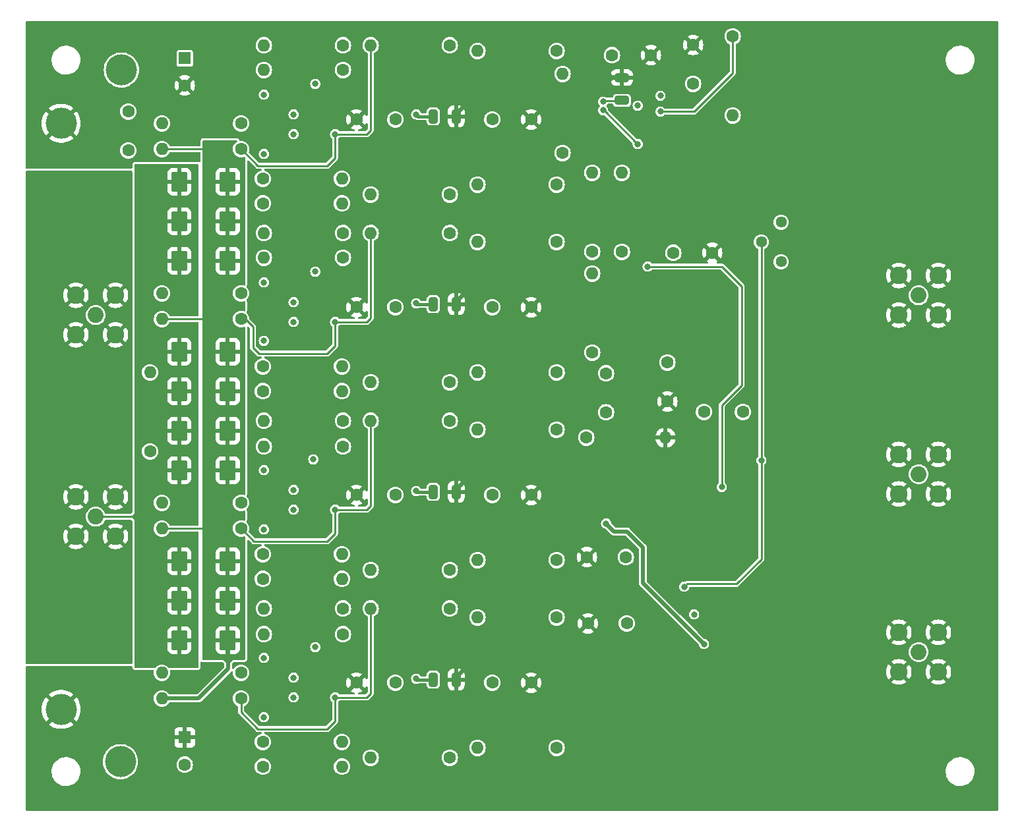
<source format=gbr>
G04 #@! TF.GenerationSoftware,KiCad,Pcbnew,7.0.1*
G04 #@! TF.CreationDate,2023-05-02T10:47:00+02:00*
G04 #@! TF.ProjectId,main,6d61696e-2e6b-4696-9361-645f70636258,rev?*
G04 #@! TF.SameCoordinates,Original*
G04 #@! TF.FileFunction,Copper,L4,Bot*
G04 #@! TF.FilePolarity,Positive*
%FSLAX46Y46*%
G04 Gerber Fmt 4.6, Leading zero omitted, Abs format (unit mm)*
G04 Created by KiCad (PCBNEW 7.0.1) date 2023-05-02 10:47:00*
%MOMM*%
%LPD*%
G01*
G04 APERTURE LIST*
G04 Aperture macros list*
%AMRoundRect*
0 Rectangle with rounded corners*
0 $1 Rounding radius*
0 $2 $3 $4 $5 $6 $7 $8 $9 X,Y pos of 4 corners*
0 Add a 4 corners polygon primitive as box body*
4,1,4,$2,$3,$4,$5,$6,$7,$8,$9,$2,$3,0*
0 Add four circle primitives for the rounded corners*
1,1,$1+$1,$2,$3*
1,1,$1+$1,$4,$5*
1,1,$1+$1,$6,$7*
1,1,$1+$1,$8,$9*
0 Add four rect primitives between the rounded corners*
20,1,$1+$1,$2,$3,$4,$5,0*
20,1,$1+$1,$4,$5,$6,$7,0*
20,1,$1+$1,$6,$7,$8,$9,0*
20,1,$1+$1,$8,$9,$2,$3,0*%
G04 Aperture macros list end*
G04 #@! TA.AperFunction,ComponentPad*
%ADD10C,1.440000*%
G04 #@! TD*
G04 #@! TA.AperFunction,ComponentPad*
%ADD11C,4.000000*%
G04 #@! TD*
G04 #@! TA.AperFunction,ComponentPad*
%ADD12C,1.600000*%
G04 #@! TD*
G04 #@! TA.AperFunction,ComponentPad*
%ADD13O,1.600000X1.600000*%
G04 #@! TD*
G04 #@! TA.AperFunction,ComponentPad*
%ADD14C,2.050000*%
G04 #@! TD*
G04 #@! TA.AperFunction,ComponentPad*
%ADD15C,2.250000*%
G04 #@! TD*
G04 #@! TA.AperFunction,ComponentPad*
%ADD16R,1.600000X1.600000*%
G04 #@! TD*
G04 #@! TA.AperFunction,SMDPad,CuDef*
%ADD17RoundRect,0.250000X-0.787500X-1.025000X0.787500X-1.025000X0.787500X1.025000X-0.787500X1.025000X0*%
G04 #@! TD*
G04 #@! TA.AperFunction,SMDPad,CuDef*
%ADD18RoundRect,0.250000X-0.325000X-0.650000X0.325000X-0.650000X0.325000X0.650000X-0.325000X0.650000X0*%
G04 #@! TD*
G04 #@! TA.AperFunction,SMDPad,CuDef*
%ADD19RoundRect,0.250000X0.650000X-0.325000X0.650000X0.325000X-0.650000X0.325000X-0.650000X-0.325000X0*%
G04 #@! TD*
G04 #@! TA.AperFunction,ViaPad*
%ADD20C,0.800000*%
G04 #@! TD*
G04 #@! TA.AperFunction,Conductor*
%ADD21C,0.250000*%
G04 #@! TD*
G04 #@! TA.AperFunction,Conductor*
%ADD22C,0.508000*%
G04 #@! TD*
G04 #@! TA.AperFunction,Conductor*
%ADD23C,0.381000*%
G04 #@! TD*
G04 APERTURE END LIST*
D10*
X117028000Y-75988000D03*
X114488000Y-73448000D03*
X117028000Y-70908000D03*
D11*
X32319000Y-51350000D03*
D12*
X92009000Y-98594000D03*
D13*
X102169000Y-98594000D03*
D14*
X134681000Y-80306000D03*
D15*
X132141000Y-77766000D03*
X132141000Y-82846000D03*
X137221000Y-77766000D03*
X137221000Y-82846000D03*
D14*
X29017000Y-82846000D03*
D15*
X26477000Y-80306000D03*
X26477000Y-85386000D03*
X31557000Y-80306000D03*
X31557000Y-85386000D03*
D14*
X29017000Y-108754000D03*
D15*
X26477000Y-106214000D03*
X26477000Y-111294000D03*
X31557000Y-106214000D03*
X31557000Y-111294000D03*
D11*
X32192000Y-140250000D03*
X24572000Y-58208000D03*
X24572000Y-133519000D03*
D14*
X134681000Y-103293000D03*
D15*
X132141000Y-100753000D03*
X132141000Y-105833000D03*
X137221000Y-100753000D03*
X137221000Y-105833000D03*
D14*
X134681000Y-126153000D03*
D15*
X132141000Y-123613000D03*
X132141000Y-128693000D03*
X137221000Y-123613000D03*
X137221000Y-128693000D03*
D12*
X97216000Y-122470000D03*
X92216000Y-122470000D03*
X97089000Y-113961000D03*
X92089000Y-113961000D03*
X67498000Y-57700000D03*
X62498000Y-57700000D03*
X79944000Y-57700000D03*
X84944000Y-57700000D03*
X33208000Y-56684000D03*
X33208000Y-61684000D03*
X95311000Y-49445000D03*
X100311000Y-49445000D03*
X105725000Y-53128000D03*
X105725000Y-48128000D03*
X102423000Y-88942000D03*
X102423000Y-93942000D03*
X103185000Y-74845000D03*
X108185000Y-74845000D03*
X94549000Y-95339000D03*
X94549000Y-90339000D03*
X112122000Y-95292000D03*
X107122000Y-95292000D03*
X67498000Y-81830000D03*
X62498000Y-81830000D03*
X79944000Y-81830000D03*
X84944000Y-81830000D03*
X67498000Y-105960000D03*
X62498000Y-105960000D03*
X79944000Y-105960000D03*
X84944000Y-105960000D03*
X67498000Y-130090000D03*
X62498000Y-130090000D03*
X79944000Y-130090000D03*
X84944000Y-130090000D03*
D16*
X40447000Y-49826000D03*
D12*
X40447000Y-53326000D03*
D16*
X40447000Y-137131000D03*
D12*
X40447000Y-140631000D03*
X88199000Y-48908000D03*
D13*
X78039000Y-48908000D03*
D12*
X88199000Y-66082000D03*
D13*
X78039000Y-66082000D03*
D12*
X47686000Y-58208000D03*
D13*
X37526000Y-58208000D03*
D12*
X47686000Y-61510000D03*
D13*
X37526000Y-61510000D03*
D12*
X60767000Y-51350000D03*
D13*
X50607000Y-51350000D03*
D12*
X50480000Y-65320000D03*
D13*
X60640000Y-65320000D03*
D12*
X60767000Y-48175000D03*
D13*
X50607000Y-48175000D03*
D12*
X74483000Y-48175000D03*
D13*
X64323000Y-48175000D03*
D12*
X74483000Y-67352000D03*
D13*
X64323000Y-67352000D03*
D12*
X50480000Y-68495000D03*
D13*
X60640000Y-68495000D03*
D12*
X36002000Y-100372000D03*
D13*
X36002000Y-90212000D03*
D12*
X88961000Y-62018000D03*
D13*
X88961000Y-51858000D03*
D12*
X110805000Y-47032000D03*
D13*
X110805000Y-57192000D03*
D12*
X96581000Y-74718000D03*
D13*
X96581000Y-64558000D03*
D12*
X92771000Y-74718000D03*
D13*
X92771000Y-64558000D03*
D12*
X92771000Y-87672000D03*
D13*
X92771000Y-77512000D03*
D12*
X47686000Y-80052000D03*
D13*
X37526000Y-80052000D03*
D12*
X47686000Y-83354000D03*
D13*
X37526000Y-83354000D03*
D12*
X60767000Y-75480000D03*
D13*
X50607000Y-75480000D03*
D12*
X50480000Y-89450000D03*
D13*
X60640000Y-89450000D03*
D12*
X60767000Y-72305000D03*
D13*
X50607000Y-72305000D03*
D12*
X74483000Y-72305000D03*
D13*
X64323000Y-72305000D03*
D12*
X74483000Y-91482000D03*
D13*
X64323000Y-91482000D03*
D12*
X50480000Y-92625000D03*
D13*
X60640000Y-92625000D03*
D12*
X88199000Y-73448000D03*
D13*
X78039000Y-73448000D03*
D12*
X88199000Y-90212000D03*
D13*
X78039000Y-90212000D03*
D12*
X88199000Y-97578000D03*
D13*
X78039000Y-97578000D03*
D12*
X88199000Y-114342000D03*
D13*
X78039000Y-114342000D03*
D12*
X47686000Y-106976000D03*
D13*
X37526000Y-106976000D03*
D12*
X47686000Y-110278000D03*
D13*
X37526000Y-110278000D03*
D12*
X60767000Y-99737000D03*
D13*
X50607000Y-99737000D03*
D12*
X50480000Y-113580000D03*
D13*
X60640000Y-113580000D03*
D12*
X60767000Y-96435000D03*
D13*
X50607000Y-96435000D03*
D12*
X74483000Y-96435000D03*
D13*
X64323000Y-96435000D03*
D12*
X74483000Y-115612000D03*
D13*
X64323000Y-115612000D03*
D12*
X50480000Y-116755000D03*
D13*
X60640000Y-116755000D03*
D12*
X88199000Y-121708000D03*
D13*
X78039000Y-121708000D03*
D12*
X88199000Y-138472000D03*
D13*
X78039000Y-138472000D03*
D12*
X47686000Y-128820000D03*
D13*
X37526000Y-128820000D03*
D12*
X47686000Y-132122000D03*
D13*
X37526000Y-132122000D03*
D12*
X60767000Y-123867000D03*
D13*
X50607000Y-123867000D03*
D12*
X50480000Y-137710000D03*
D13*
X60640000Y-137710000D03*
D12*
X60767000Y-120565000D03*
D13*
X50607000Y-120565000D03*
D12*
X74483000Y-120565000D03*
D13*
X64323000Y-120565000D03*
D12*
X74483000Y-139742000D03*
D13*
X64323000Y-139742000D03*
D12*
X50480000Y-140885000D03*
D13*
X60640000Y-140885000D03*
D17*
X39747500Y-65701000D03*
X45972500Y-65701000D03*
X39747500Y-70781000D03*
X45972500Y-70781000D03*
X39747500Y-75861000D03*
X45972500Y-75861000D03*
X39747500Y-87545000D03*
X45972500Y-87545000D03*
X39747500Y-92625000D03*
X45972500Y-92625000D03*
X39747500Y-97705000D03*
X45972500Y-97705000D03*
X39747500Y-102785000D03*
X45972500Y-102785000D03*
X39747500Y-114469000D03*
X45972500Y-114469000D03*
X39747500Y-119549000D03*
X45972500Y-119549000D03*
X39747500Y-124629000D03*
X45972500Y-124629000D03*
D18*
X72349000Y-57319000D03*
X75299000Y-57319000D03*
D19*
X96581000Y-55262000D03*
X96581000Y-52312000D03*
D18*
X72349000Y-81449000D03*
X75299000Y-81449000D03*
X72349000Y-105579000D03*
X75299000Y-105579000D03*
X72349000Y-129709000D03*
X75299000Y-129709000D03*
D20*
X98613000Y-60875000D03*
X94168000Y-56516000D03*
X101534000Y-56684000D03*
X70165000Y-57065000D03*
X56703000Y-82465000D03*
X140945000Y-65108000D03*
X130945000Y-110108000D03*
X120945000Y-60108000D03*
X140945000Y-90108000D03*
X76896000Y-103674000D03*
X130945000Y-60108000D03*
X93445000Y-145108000D03*
X76896000Y-127804000D03*
X126695000Y-124153000D03*
X103195000Y-110908000D03*
X108646000Y-87418000D03*
X104963000Y-91482000D03*
X140945000Y-80108000D03*
X103439000Y-68876000D03*
X126695000Y-101403000D03*
X104074000Y-82211000D03*
X140945000Y-100108000D03*
X140945000Y-60108000D03*
X140945000Y-135108000D03*
X95184000Y-52366000D03*
X106868000Y-106976000D03*
X120945000Y-50108000D03*
X95345000Y-85308000D03*
X54417000Y-58335000D03*
X128445000Y-140108000D03*
X103445000Y-135108000D03*
X103445000Y-130108000D03*
X130945000Y-50108000D03*
X130945000Y-65108000D03*
X54417000Y-106595000D03*
X102804000Y-80687000D03*
X54417000Y-130725000D03*
X54417000Y-82465000D03*
X109408000Y-81576000D03*
X108145000Y-110358000D03*
X56703000Y-106595000D03*
X104582000Y-125264000D03*
X130945000Y-55108000D03*
X126695000Y-78424000D03*
X76896000Y-79544000D03*
X128445000Y-135108000D03*
X95945000Y-130108000D03*
X110945000Y-130108000D03*
X130945000Y-90108000D03*
X120945000Y-55108000D03*
X104455000Y-106976000D03*
X56703000Y-130725000D03*
X110945000Y-135108000D03*
X110945000Y-140108000D03*
X140945000Y-110108000D03*
X93445000Y-132608000D03*
X120945000Y-65108000D03*
X95945000Y-135108000D03*
X140945000Y-120108000D03*
X93445000Y-140108000D03*
X105725000Y-111294000D03*
X140945000Y-127608000D03*
X100137000Y-81195000D03*
X106614000Y-89196000D03*
X76896000Y-55414000D03*
X56703000Y-58335000D03*
X101534000Y-54652000D03*
X94168000Y-55414000D03*
X59751000Y-59605000D03*
X54417000Y-57065000D03*
X54417000Y-59605000D03*
X50607000Y-62145000D03*
X50607000Y-54525000D03*
X57211000Y-53128000D03*
X59751000Y-83735000D03*
X54417000Y-81195000D03*
X54417000Y-83735000D03*
X109408000Y-104944000D03*
X99883000Y-76623000D03*
X107122000Y-125137000D03*
X94549000Y-109643000D03*
X50607000Y-78655000D03*
X50607000Y-86148000D03*
X57211000Y-77258000D03*
X59751000Y-107865000D03*
X54417000Y-105325000D03*
X70165000Y-81322000D03*
X54417000Y-107865000D03*
X56957000Y-101388000D03*
X50607000Y-110405000D03*
X50607000Y-102785000D03*
X59751000Y-131995000D03*
X54417000Y-129455000D03*
X54417000Y-131995000D03*
X70165000Y-105452000D03*
X57211000Y-125518000D03*
X50607000Y-126915000D03*
X50607000Y-134535000D03*
X114488000Y-101515000D03*
X104582000Y-117771000D03*
X70165000Y-129582000D03*
X105852000Y-121327000D03*
X98613000Y-55922000D03*
D21*
X35494000Y-113707000D02*
X36256000Y-114469000D01*
X34605000Y-108754000D02*
X35494000Y-109643000D01*
X29017000Y-108754000D02*
X33081000Y-108754000D01*
X33081000Y-108754000D02*
X33716000Y-108754000D01*
X33716000Y-108754000D02*
X34986000Y-107484000D01*
X33081000Y-108754000D02*
X33589000Y-108754000D01*
X35494000Y-109643000D02*
X35494000Y-113707000D01*
X33081000Y-108754000D02*
X34605000Y-108754000D01*
X33716000Y-108754000D02*
X34732000Y-109770000D01*
X36256000Y-114469000D02*
X39685000Y-114469000D01*
D22*
X37526000Y-132122000D02*
X42225000Y-132122000D01*
D21*
X37526000Y-61510000D02*
X45146000Y-61510000D01*
D22*
X46035000Y-127423000D02*
X46035000Y-124629000D01*
D21*
X45146000Y-110278000D02*
X37526000Y-110278000D01*
X46035000Y-111167000D02*
X45146000Y-110278000D01*
D22*
X46035000Y-127423000D02*
X45527000Y-126915000D01*
X46035000Y-128312000D02*
X46035000Y-127423000D01*
D21*
X46035000Y-83989000D02*
X45400000Y-83354000D01*
D22*
X42225000Y-132122000D02*
X46035000Y-128312000D01*
X46035000Y-127423000D02*
X46670000Y-126788000D01*
D21*
X46035000Y-114469000D02*
X46035000Y-111167000D01*
X45146000Y-61510000D02*
X46035000Y-62399000D01*
X45400000Y-83354000D02*
X37526000Y-83354000D01*
X46035000Y-62399000D02*
X46035000Y-65701000D01*
X46035000Y-87545000D02*
X46035000Y-83989000D01*
X94254000Y-56516000D02*
X98613000Y-60875000D01*
X94168000Y-56516000D02*
X94254000Y-56516000D01*
X110805000Y-47032000D02*
X110805000Y-51731000D01*
X110805000Y-51731000D02*
X105852000Y-56684000D01*
X101534000Y-56684000D02*
X105852000Y-56684000D01*
D23*
X70419000Y-57319000D02*
X72324000Y-57319000D01*
X70165000Y-57065000D02*
X70419000Y-57319000D01*
D22*
X75324000Y-129376000D02*
X76896000Y-127804000D01*
X75324000Y-105579000D02*
X75324000Y-105246000D01*
X75324000Y-57319000D02*
X75324000Y-56986000D01*
X75324000Y-56986000D02*
X76896000Y-55414000D01*
X96581000Y-52287000D02*
X95263000Y-52287000D01*
X75324000Y-129709000D02*
X75324000Y-129376000D01*
X75324000Y-81116000D02*
X76896000Y-79544000D01*
X75324000Y-105246000D02*
X76896000Y-103674000D01*
X75324000Y-81449000D02*
X75324000Y-81116000D01*
X95263000Y-52287000D02*
X95184000Y-52366000D01*
D21*
X94168000Y-55414000D02*
X94295000Y-55287000D01*
X94295000Y-55287000D02*
X96581000Y-55287000D01*
X47686000Y-61510000D02*
X49845000Y-63669000D01*
X49845000Y-63669000D02*
X58735000Y-63669000D01*
X63815000Y-59605000D02*
X64323000Y-59097000D01*
X58735000Y-63669000D02*
X59751000Y-62653000D01*
X59751000Y-62653000D02*
X59751000Y-59605000D01*
X59751000Y-59605000D02*
X63815000Y-59605000D01*
X64323000Y-59097000D02*
X64323000Y-48175000D01*
X47686000Y-83354000D02*
X48194000Y-83354000D01*
X48194000Y-83354000D02*
X49210000Y-84370000D01*
X49210000Y-84370000D02*
X49210000Y-87037000D01*
X63815000Y-83735000D02*
X64323000Y-83227000D01*
X49972000Y-87799000D02*
X58735000Y-87799000D01*
X59751000Y-83735000D02*
X63815000Y-83735000D01*
X59751000Y-86402000D02*
X59751000Y-83735000D01*
X49210000Y-87037000D02*
X49972000Y-87799000D01*
X59751000Y-86783000D02*
X59751000Y-86402000D01*
X64323000Y-83227000D02*
X64323000Y-72305000D01*
X58735000Y-87799000D02*
X59751000Y-86783000D01*
X109408000Y-94403000D02*
X111948000Y-91863000D01*
X109408000Y-76623000D02*
X99883000Y-76623000D01*
X109408000Y-104944000D02*
X109408000Y-94403000D01*
X111948000Y-91863000D02*
X111948000Y-79163000D01*
X111948000Y-79163000D02*
X109408000Y-76623000D01*
D22*
X100010000Y-118025000D02*
X99248000Y-117263000D01*
X99248000Y-117263000D02*
X99248000Y-112691000D01*
X107122000Y-125137000D02*
X100010000Y-118025000D01*
X99248000Y-112691000D02*
X97216000Y-110659000D01*
X97216000Y-110659000D02*
X95565000Y-110659000D01*
X95565000Y-110659000D02*
X94549000Y-109643000D01*
D21*
X47686000Y-110278000D02*
X49337000Y-111929000D01*
X49337000Y-111929000D02*
X58735000Y-111929000D01*
X59751000Y-110913000D02*
X59751000Y-110532000D01*
X58735000Y-111929000D02*
X59751000Y-110913000D01*
X59751000Y-107865000D02*
X63815000Y-107865000D01*
X59751000Y-110532000D02*
X59751000Y-107865000D01*
X64323000Y-96435000D02*
X64323000Y-107357000D01*
X63815000Y-107865000D02*
X64323000Y-107357000D01*
D23*
X70292000Y-81449000D02*
X72324000Y-81449000D01*
X70165000Y-81322000D02*
X70292000Y-81449000D01*
D21*
X64323000Y-120565000D02*
X64323000Y-131487000D01*
X47686000Y-133900000D02*
X49845000Y-136059000D01*
X47686000Y-132122000D02*
X47686000Y-133900000D01*
X59751000Y-135043000D02*
X59751000Y-131995000D01*
X64323000Y-131487000D02*
X63815000Y-131995000D01*
X49845000Y-136059000D02*
X58735000Y-136059000D01*
X59751000Y-131995000D02*
X63815000Y-131995000D01*
X58735000Y-136059000D02*
X59751000Y-135043000D01*
D23*
X70165000Y-105452000D02*
X70292000Y-105579000D01*
X70292000Y-105579000D02*
X72324000Y-105579000D01*
D21*
X114488000Y-73448000D02*
X114488000Y-101515000D01*
X114488000Y-101515000D02*
X114488000Y-114215000D01*
X114488000Y-114215000D02*
X111313000Y-117390000D01*
X105090000Y-117390000D02*
X104963000Y-117390000D01*
X104963000Y-117390000D02*
X104582000Y-117771000D01*
X111313000Y-117390000D02*
X105090000Y-117390000D01*
D23*
X70292000Y-129709000D02*
X72324000Y-129709000D01*
X70165000Y-129582000D02*
X70292000Y-129709000D01*
G04 #@! TA.AperFunction,Conductor*
G36*
X33647500Y-64320881D02*
G01*
X33693619Y-64367000D01*
X33710500Y-64430000D01*
X33710500Y-108170616D01*
X33700909Y-108218834D01*
X33673595Y-108259711D01*
X33595711Y-108337595D01*
X33554834Y-108364909D01*
X33506616Y-108374500D01*
X33144327Y-108374500D01*
X30332078Y-108374500D01*
X30264378Y-108354767D01*
X30217884Y-108301751D01*
X30129312Y-108111807D01*
X30000898Y-107928412D01*
X30000897Y-107928411D01*
X30000895Y-107928408D01*
X29842591Y-107770104D01*
X29659195Y-107641688D01*
X29456286Y-107547070D01*
X29421488Y-107537746D01*
X30592462Y-107537746D01*
X30594176Y-107539208D01*
X30813342Y-107673513D01*
X31050813Y-107771877D01*
X31300752Y-107831882D01*
X31557000Y-107852049D01*
X31813247Y-107831882D01*
X32063186Y-107771877D01*
X32300657Y-107673513D01*
X32519824Y-107539208D01*
X32521535Y-107537746D01*
X32521536Y-107537745D01*
X31557001Y-106573210D01*
X31556999Y-106573210D01*
X30592462Y-107537745D01*
X30592462Y-107537746D01*
X29421488Y-107537746D01*
X29240032Y-107489126D01*
X29017000Y-107469613D01*
X28793967Y-107489126D01*
X28577713Y-107547070D01*
X28374805Y-107641688D01*
X28191408Y-107770104D01*
X28033104Y-107928408D01*
X27904688Y-108111805D01*
X27810070Y-108314713D01*
X27752126Y-108530967D01*
X27732613Y-108754000D01*
X27752126Y-108977032D01*
X27810070Y-109193286D01*
X27904688Y-109396195D01*
X28033104Y-109579591D01*
X28191408Y-109737895D01*
X28374804Y-109866311D01*
X28577713Y-109960929D01*
X28656866Y-109982137D01*
X28793969Y-110018874D01*
X29017000Y-110038387D01*
X29240031Y-110018874D01*
X29421488Y-109970253D01*
X30592462Y-109970253D01*
X31556999Y-110934790D01*
X31557001Y-110934790D01*
X32521536Y-109970253D01*
X32519825Y-109968792D01*
X32300657Y-109834486D01*
X32063186Y-109736122D01*
X31813247Y-109676117D01*
X31557000Y-109655950D01*
X31300752Y-109676117D01*
X31050813Y-109736122D01*
X30813342Y-109834486D01*
X30594174Y-109968792D01*
X30592462Y-109970253D01*
X29421488Y-109970253D01*
X29456286Y-109960929D01*
X29659194Y-109866312D01*
X29842588Y-109737898D01*
X30000898Y-109579588D01*
X30129312Y-109396194D01*
X30217883Y-109206250D01*
X30264378Y-109153233D01*
X30332078Y-109133500D01*
X33017673Y-109133500D01*
X33112443Y-109133500D01*
X33506616Y-109133500D01*
X33554834Y-109143091D01*
X33595711Y-109170405D01*
X33673595Y-109248289D01*
X33700909Y-109289166D01*
X33710500Y-109337384D01*
X33710500Y-127551000D01*
X33693619Y-127614000D01*
X33647500Y-127660119D01*
X33584500Y-127677000D01*
X20176500Y-127677000D01*
X20113500Y-127660119D01*
X20067381Y-127614000D01*
X20050500Y-127551000D01*
X20050500Y-112617746D01*
X25512462Y-112617746D01*
X25514176Y-112619208D01*
X25733342Y-112753513D01*
X25970813Y-112851877D01*
X26220752Y-112911882D01*
X26477000Y-112932049D01*
X26733247Y-112911882D01*
X26983186Y-112851877D01*
X27220657Y-112753513D01*
X27439824Y-112619208D01*
X27441535Y-112617746D01*
X30592462Y-112617746D01*
X30594176Y-112619208D01*
X30813342Y-112753513D01*
X31050813Y-112851877D01*
X31300752Y-112911882D01*
X31557000Y-112932049D01*
X31813247Y-112911882D01*
X32063186Y-112851877D01*
X32300657Y-112753513D01*
X32519824Y-112619208D01*
X32521535Y-112617746D01*
X32521536Y-112617745D01*
X31557001Y-111653210D01*
X31556999Y-111653210D01*
X30592462Y-112617745D01*
X30592462Y-112617746D01*
X27441535Y-112617746D01*
X27441536Y-112617745D01*
X26477001Y-111653210D01*
X26476999Y-111653210D01*
X25512462Y-112617745D01*
X25512462Y-112617746D01*
X20050500Y-112617746D01*
X20050500Y-111293999D01*
X24838950Y-111293999D01*
X24859117Y-111550247D01*
X24919122Y-111800186D01*
X25017486Y-112037657D01*
X25151792Y-112256825D01*
X25153253Y-112258536D01*
X26117790Y-111294001D01*
X26836210Y-111294001D01*
X27800745Y-112258536D01*
X27800746Y-112258535D01*
X27802208Y-112256824D01*
X27936513Y-112037657D01*
X28034877Y-111800186D01*
X28094882Y-111550247D01*
X28115049Y-111293999D01*
X29918950Y-111293999D01*
X29939117Y-111550247D01*
X29999122Y-111800186D01*
X30097486Y-112037657D01*
X30231792Y-112256825D01*
X30233253Y-112258536D01*
X31197790Y-111294001D01*
X31916210Y-111294001D01*
X32880745Y-112258536D01*
X32880746Y-112258535D01*
X32882208Y-112256824D01*
X33016513Y-112037657D01*
X33114877Y-111800186D01*
X33174882Y-111550247D01*
X33195049Y-111293999D01*
X33174882Y-111037752D01*
X33114877Y-110787813D01*
X33016513Y-110550342D01*
X32882208Y-110331176D01*
X32880745Y-110329462D01*
X31916210Y-111293999D01*
X31916210Y-111294001D01*
X31197790Y-111294001D01*
X31197790Y-111293999D01*
X30233253Y-110329462D01*
X30231792Y-110331174D01*
X30097486Y-110550342D01*
X29999122Y-110787813D01*
X29939117Y-111037752D01*
X29918950Y-111293999D01*
X28115049Y-111293999D01*
X28094882Y-111037752D01*
X28034877Y-110787813D01*
X27936513Y-110550342D01*
X27802208Y-110331176D01*
X27800745Y-110329462D01*
X26836210Y-111293999D01*
X26836210Y-111294001D01*
X26117790Y-111294001D01*
X26117790Y-111293999D01*
X25153253Y-110329462D01*
X25151792Y-110331174D01*
X25017486Y-110550342D01*
X24919122Y-110787813D01*
X24859117Y-111037752D01*
X24838950Y-111293999D01*
X20050500Y-111293999D01*
X20050500Y-109970253D01*
X25512462Y-109970253D01*
X26476999Y-110934790D01*
X26477001Y-110934790D01*
X27441536Y-109970253D01*
X27439825Y-109968792D01*
X27220657Y-109834486D01*
X26983186Y-109736122D01*
X26733247Y-109676117D01*
X26477000Y-109655950D01*
X26220752Y-109676117D01*
X25970813Y-109736122D01*
X25733342Y-109834486D01*
X25514174Y-109968792D01*
X25512462Y-109970253D01*
X20050500Y-109970253D01*
X20050500Y-107537746D01*
X25512462Y-107537746D01*
X25514176Y-107539208D01*
X25733342Y-107673513D01*
X25970813Y-107771877D01*
X26220752Y-107831882D01*
X26477000Y-107852049D01*
X26733247Y-107831882D01*
X26983186Y-107771877D01*
X27220657Y-107673513D01*
X27439824Y-107539208D01*
X27441535Y-107537746D01*
X27441536Y-107537745D01*
X26477001Y-106573210D01*
X26476999Y-106573210D01*
X25512462Y-107537745D01*
X25512462Y-107537746D01*
X20050500Y-107537746D01*
X20050500Y-106214000D01*
X24838950Y-106214000D01*
X24859117Y-106470247D01*
X24919122Y-106720186D01*
X25017486Y-106957657D01*
X25151792Y-107176825D01*
X25153253Y-107178536D01*
X26117790Y-106214001D01*
X26836210Y-106214001D01*
X27800745Y-107178536D01*
X27800746Y-107178535D01*
X27802208Y-107176824D01*
X27936513Y-106957657D01*
X28034877Y-106720186D01*
X28094882Y-106470247D01*
X28115049Y-106214000D01*
X29918950Y-106214000D01*
X29939117Y-106470247D01*
X29999122Y-106720186D01*
X30097486Y-106957657D01*
X30231792Y-107176825D01*
X30233253Y-107178536D01*
X31197790Y-106214001D01*
X31916210Y-106214001D01*
X32880745Y-107178536D01*
X32880746Y-107178535D01*
X32882208Y-107176824D01*
X33016513Y-106957657D01*
X33114877Y-106720186D01*
X33174882Y-106470247D01*
X33195049Y-106214000D01*
X33174882Y-105957752D01*
X33114877Y-105707813D01*
X33016513Y-105470342D01*
X32882208Y-105251176D01*
X32880745Y-105249462D01*
X31916210Y-106213999D01*
X31916210Y-106214001D01*
X31197790Y-106214001D01*
X31197790Y-106213999D01*
X30233253Y-105249462D01*
X30231792Y-105251174D01*
X30097486Y-105470342D01*
X29999122Y-105707813D01*
X29939117Y-105957752D01*
X29918950Y-106214000D01*
X28115049Y-106214000D01*
X28094882Y-105957752D01*
X28034877Y-105707813D01*
X27936513Y-105470342D01*
X27802208Y-105251176D01*
X27800745Y-105249462D01*
X26836210Y-106213999D01*
X26836210Y-106214001D01*
X26117790Y-106214001D01*
X26117790Y-106213999D01*
X25153253Y-105249462D01*
X25151792Y-105251174D01*
X25017486Y-105470342D01*
X24919122Y-105707813D01*
X24859117Y-105957752D01*
X24838950Y-106214000D01*
X20050500Y-106214000D01*
X20050500Y-104890253D01*
X25512462Y-104890253D01*
X26476999Y-105854790D01*
X26477001Y-105854790D01*
X27441536Y-104890253D01*
X30592462Y-104890253D01*
X31556999Y-105854790D01*
X31557001Y-105854790D01*
X32521536Y-104890253D01*
X32519825Y-104888792D01*
X32300657Y-104754486D01*
X32063186Y-104656122D01*
X31813247Y-104596117D01*
X31557000Y-104575950D01*
X31300752Y-104596117D01*
X31050813Y-104656122D01*
X30813342Y-104754486D01*
X30594174Y-104888792D01*
X30592462Y-104890253D01*
X27441536Y-104890253D01*
X27439825Y-104888792D01*
X27220657Y-104754486D01*
X26983186Y-104656122D01*
X26733247Y-104596117D01*
X26477000Y-104575950D01*
X26220752Y-104596117D01*
X25970813Y-104656122D01*
X25733342Y-104754486D01*
X25514174Y-104888792D01*
X25512462Y-104890253D01*
X20050500Y-104890253D01*
X20050500Y-86709746D01*
X25512462Y-86709746D01*
X25514176Y-86711208D01*
X25733342Y-86845513D01*
X25970813Y-86943877D01*
X26220752Y-87003882D01*
X26477000Y-87024049D01*
X26733247Y-87003882D01*
X26983186Y-86943877D01*
X27220657Y-86845513D01*
X27439824Y-86711208D01*
X27441535Y-86709746D01*
X30592462Y-86709746D01*
X30594176Y-86711208D01*
X30813342Y-86845513D01*
X31050813Y-86943877D01*
X31300752Y-87003882D01*
X31557000Y-87024049D01*
X31813247Y-87003882D01*
X32063186Y-86943877D01*
X32300657Y-86845513D01*
X32519824Y-86711208D01*
X32521535Y-86709746D01*
X32521536Y-86709745D01*
X31557001Y-85745210D01*
X31556999Y-85745210D01*
X30592462Y-86709745D01*
X30592462Y-86709746D01*
X27441535Y-86709746D01*
X27441536Y-86709745D01*
X26477001Y-85745210D01*
X26476999Y-85745210D01*
X25512462Y-86709745D01*
X25512462Y-86709746D01*
X20050500Y-86709746D01*
X20050500Y-85386000D01*
X24838950Y-85386000D01*
X24859117Y-85642247D01*
X24919122Y-85892186D01*
X25017486Y-86129657D01*
X25151792Y-86348825D01*
X25153253Y-86350536D01*
X26117790Y-85386001D01*
X26836210Y-85386001D01*
X27800745Y-86350536D01*
X27800746Y-86350535D01*
X27802208Y-86348824D01*
X27936513Y-86129657D01*
X28034877Y-85892186D01*
X28094882Y-85642247D01*
X28115049Y-85386000D01*
X29918950Y-85386000D01*
X29939117Y-85642247D01*
X29999122Y-85892186D01*
X30097486Y-86129657D01*
X30231792Y-86348825D01*
X30233253Y-86350536D01*
X31197790Y-85386001D01*
X31916210Y-85386001D01*
X32880745Y-86350536D01*
X32880746Y-86350535D01*
X32882208Y-86348824D01*
X33016513Y-86129657D01*
X33114877Y-85892186D01*
X33174882Y-85642247D01*
X33195049Y-85386000D01*
X33174882Y-85129752D01*
X33114877Y-84879813D01*
X33016513Y-84642342D01*
X32882208Y-84423176D01*
X32880745Y-84421462D01*
X31916210Y-85385999D01*
X31916210Y-85386001D01*
X31197790Y-85386001D01*
X31197790Y-85385999D01*
X30233253Y-84421462D01*
X30231792Y-84423174D01*
X30097486Y-84642342D01*
X29999122Y-84879813D01*
X29939117Y-85129752D01*
X29918950Y-85386000D01*
X28115049Y-85386000D01*
X28094882Y-85129752D01*
X28034877Y-84879813D01*
X27936513Y-84642342D01*
X27802208Y-84423176D01*
X27800745Y-84421462D01*
X26836210Y-85385999D01*
X26836210Y-85386001D01*
X26117790Y-85386001D01*
X26117790Y-85385999D01*
X25153253Y-84421462D01*
X25151792Y-84423174D01*
X25017486Y-84642342D01*
X24919122Y-84879813D01*
X24859117Y-85129752D01*
X24838950Y-85386000D01*
X20050500Y-85386000D01*
X20050500Y-84062253D01*
X25512462Y-84062253D01*
X26476999Y-85026790D01*
X26477001Y-85026790D01*
X27441536Y-84062253D01*
X27439825Y-84060792D01*
X27220657Y-83926486D01*
X26983186Y-83828122D01*
X26733247Y-83768117D01*
X26477000Y-83747950D01*
X26220752Y-83768117D01*
X25970813Y-83828122D01*
X25733342Y-83926486D01*
X25514174Y-84060792D01*
X25512462Y-84062253D01*
X20050500Y-84062253D01*
X20050500Y-82846000D01*
X27732613Y-82846000D01*
X27752126Y-83069032D01*
X27810070Y-83285286D01*
X27904688Y-83488195D01*
X28033104Y-83671591D01*
X28191408Y-83829895D01*
X28374804Y-83958311D01*
X28577713Y-84052929D01*
X28656866Y-84074137D01*
X28793969Y-84110874D01*
X29017000Y-84130387D01*
X29240031Y-84110874D01*
X29421488Y-84062253D01*
X30592462Y-84062253D01*
X31556999Y-85026790D01*
X31557001Y-85026790D01*
X32521536Y-84062253D01*
X32519825Y-84060792D01*
X32300657Y-83926486D01*
X32063186Y-83828122D01*
X31813247Y-83768117D01*
X31557000Y-83747950D01*
X31300752Y-83768117D01*
X31050813Y-83828122D01*
X30813342Y-83926486D01*
X30594174Y-84060792D01*
X30592462Y-84062253D01*
X29421488Y-84062253D01*
X29456286Y-84052929D01*
X29659194Y-83958312D01*
X29842588Y-83829898D01*
X30000898Y-83671588D01*
X30129312Y-83488194D01*
X30223929Y-83285286D01*
X30281874Y-83069031D01*
X30301387Y-82846000D01*
X30281874Y-82622969D01*
X30223929Y-82406714D01*
X30129312Y-82203807D01*
X30000898Y-82020412D01*
X30000897Y-82020411D01*
X30000895Y-82020408D01*
X29842591Y-81862104D01*
X29659195Y-81733688D01*
X29456286Y-81639070D01*
X29421488Y-81629746D01*
X30592462Y-81629746D01*
X30594176Y-81631208D01*
X30813342Y-81765513D01*
X31050813Y-81863877D01*
X31300752Y-81923882D01*
X31556999Y-81944049D01*
X31813247Y-81923882D01*
X32063186Y-81863877D01*
X32300657Y-81765513D01*
X32519824Y-81631208D01*
X32521535Y-81629746D01*
X32521536Y-81629745D01*
X31557001Y-80665210D01*
X31556999Y-80665210D01*
X30592462Y-81629745D01*
X30592462Y-81629746D01*
X29421488Y-81629746D01*
X29240032Y-81581126D01*
X29017000Y-81561613D01*
X28793967Y-81581126D01*
X28577713Y-81639070D01*
X28374805Y-81733688D01*
X28191408Y-81862104D01*
X28033104Y-82020408D01*
X27904688Y-82203805D01*
X27810070Y-82406713D01*
X27752126Y-82622967D01*
X27732613Y-82846000D01*
X20050500Y-82846000D01*
X20050500Y-81629746D01*
X25512462Y-81629746D01*
X25514176Y-81631208D01*
X25733342Y-81765513D01*
X25970813Y-81863877D01*
X26220752Y-81923882D01*
X26476999Y-81944049D01*
X26733247Y-81923882D01*
X26983186Y-81863877D01*
X27220657Y-81765513D01*
X27439824Y-81631208D01*
X27441535Y-81629746D01*
X27441536Y-81629745D01*
X26477001Y-80665210D01*
X26476999Y-80665210D01*
X25512462Y-81629745D01*
X25512462Y-81629746D01*
X20050500Y-81629746D01*
X20050500Y-80306000D01*
X24838950Y-80306000D01*
X24859117Y-80562247D01*
X24919122Y-80812186D01*
X25017486Y-81049657D01*
X25151792Y-81268825D01*
X25153253Y-81270536D01*
X26117790Y-80306001D01*
X26836210Y-80306001D01*
X27800745Y-81270536D01*
X27800746Y-81270535D01*
X27802208Y-81268824D01*
X27936513Y-81049657D01*
X28034877Y-80812186D01*
X28094882Y-80562247D01*
X28115049Y-80306000D01*
X29918950Y-80306000D01*
X29939117Y-80562247D01*
X29999122Y-80812186D01*
X30097486Y-81049657D01*
X30231792Y-81268825D01*
X30233253Y-81270536D01*
X31197790Y-80306001D01*
X31916210Y-80306001D01*
X32880745Y-81270536D01*
X32880746Y-81270535D01*
X32882208Y-81268824D01*
X33016513Y-81049657D01*
X33114877Y-80812186D01*
X33174882Y-80562247D01*
X33195049Y-80306000D01*
X33174882Y-80049752D01*
X33114877Y-79799813D01*
X33016513Y-79562342D01*
X32882208Y-79343176D01*
X32880745Y-79341462D01*
X31916210Y-80305999D01*
X31916210Y-80306001D01*
X31197790Y-80306001D01*
X31197790Y-80305999D01*
X30233253Y-79341462D01*
X30231792Y-79343174D01*
X30097486Y-79562342D01*
X29999122Y-79799813D01*
X29939117Y-80049752D01*
X29918950Y-80306000D01*
X28115049Y-80306000D01*
X28094882Y-80049752D01*
X28034877Y-79799813D01*
X27936513Y-79562342D01*
X27802208Y-79343176D01*
X27800745Y-79341462D01*
X26836210Y-80305999D01*
X26836210Y-80306001D01*
X26117790Y-80306001D01*
X26117790Y-80305999D01*
X25153253Y-79341462D01*
X25151792Y-79343174D01*
X25017486Y-79562342D01*
X24919122Y-79799813D01*
X24859117Y-80049752D01*
X24838950Y-80306000D01*
X20050500Y-80306000D01*
X20050500Y-78982253D01*
X25512462Y-78982253D01*
X26476999Y-79946790D01*
X26477001Y-79946790D01*
X27441536Y-78982253D01*
X30592462Y-78982253D01*
X31556999Y-79946790D01*
X31557001Y-79946790D01*
X32521536Y-78982253D01*
X32519825Y-78980792D01*
X32300657Y-78846486D01*
X32063186Y-78748122D01*
X31813247Y-78688117D01*
X31557000Y-78667950D01*
X31300752Y-78688117D01*
X31050813Y-78748122D01*
X30813342Y-78846486D01*
X30594174Y-78980792D01*
X30592462Y-78982253D01*
X27441536Y-78982253D01*
X27439825Y-78980792D01*
X27220657Y-78846486D01*
X26983186Y-78748122D01*
X26733247Y-78688117D01*
X26477000Y-78667950D01*
X26220752Y-78688117D01*
X25970813Y-78748122D01*
X25733342Y-78846486D01*
X25514174Y-78980792D01*
X25512462Y-78982253D01*
X20050500Y-78982253D01*
X20050500Y-64430000D01*
X20067381Y-64367000D01*
X20113500Y-64320881D01*
X20176500Y-64304000D01*
X33584500Y-64304000D01*
X33647500Y-64320881D01*
G37*
G04 #@! TD.AperFunction*
G04 #@! TA.AperFunction,Conductor*
G36*
X47148127Y-60384296D02*
G01*
X47194349Y-60431434D01*
X47210390Y-60495474D01*
X47191846Y-60558835D01*
X47143810Y-60604122D01*
X47097317Y-60628972D01*
X46936747Y-60760747D01*
X46804972Y-60921317D01*
X46707056Y-61104505D01*
X46646757Y-61303286D01*
X46626397Y-61510000D01*
X46646757Y-61716713D01*
X46646757Y-61716715D01*
X46646758Y-61716718D01*
X46707055Y-61915492D01*
X46707056Y-61915494D01*
X46804972Y-62098682D01*
X46936747Y-62259252D01*
X47097316Y-62391026D01*
X47097317Y-62391027D01*
X47280508Y-62488945D01*
X47479282Y-62549242D01*
X47686000Y-62569602D01*
X47892718Y-62549242D01*
X48031424Y-62507166D01*
X48089542Y-62503596D01*
X48143058Y-62526537D01*
X48180546Y-62571090D01*
X48194000Y-62627741D01*
X48194000Y-78934259D01*
X48180546Y-78990910D01*
X48143058Y-79035463D01*
X48089542Y-79058404D01*
X48031425Y-79054834D01*
X47892715Y-79012757D01*
X47686000Y-78992397D01*
X47479286Y-79012757D01*
X47479283Y-79012757D01*
X47479282Y-79012758D01*
X47280508Y-79073055D01*
X47280505Y-79073056D01*
X47097317Y-79170972D01*
X46936747Y-79302747D01*
X46804972Y-79463317D01*
X46707056Y-79646505D01*
X46646757Y-79845286D01*
X46626397Y-80052000D01*
X46646757Y-80258713D01*
X46646757Y-80258715D01*
X46646758Y-80258718D01*
X46707055Y-80457492D01*
X46707056Y-80457494D01*
X46804972Y-80640682D01*
X46936747Y-80801252D01*
X47097317Y-80933027D01*
X47280508Y-81030945D01*
X47479282Y-81091242D01*
X47686000Y-81111602D01*
X47892718Y-81091242D01*
X48031424Y-81049166D01*
X48089542Y-81045596D01*
X48143058Y-81068537D01*
X48180546Y-81113090D01*
X48194000Y-81169741D01*
X48194000Y-82236259D01*
X48180546Y-82292910D01*
X48143058Y-82337463D01*
X48089542Y-82360404D01*
X48031425Y-82356834D01*
X47892715Y-82314757D01*
X47686000Y-82294397D01*
X47479286Y-82314757D01*
X47479283Y-82314757D01*
X47479282Y-82314758D01*
X47280508Y-82375055D01*
X47280505Y-82375056D01*
X47097317Y-82472972D01*
X46936747Y-82604747D01*
X46804972Y-82765317D01*
X46707056Y-82948505D01*
X46646757Y-83147286D01*
X46626397Y-83353999D01*
X46646757Y-83560713D01*
X46646757Y-83560715D01*
X46646758Y-83560718D01*
X46707055Y-83759492D01*
X46707056Y-83759494D01*
X46804972Y-83942682D01*
X46936747Y-84103252D01*
X46989363Y-84146432D01*
X47097317Y-84235027D01*
X47280508Y-84332945D01*
X47479282Y-84393242D01*
X47686000Y-84413602D01*
X47892718Y-84393242D01*
X48031424Y-84351166D01*
X48089542Y-84347596D01*
X48143058Y-84370537D01*
X48180546Y-84415090D01*
X48194000Y-84471741D01*
X48194000Y-105858259D01*
X48180546Y-105914910D01*
X48143058Y-105959463D01*
X48089542Y-105982404D01*
X48031425Y-105978834D01*
X47892715Y-105936757D01*
X47686000Y-105916397D01*
X47479286Y-105936757D01*
X47479283Y-105936757D01*
X47479282Y-105936758D01*
X47280508Y-105997055D01*
X47280505Y-105997056D01*
X47097317Y-106094972D01*
X46936747Y-106226747D01*
X46804972Y-106387317D01*
X46707056Y-106570505D01*
X46646757Y-106769286D01*
X46626397Y-106976000D01*
X46646757Y-107182713D01*
X46646757Y-107182715D01*
X46646758Y-107182718D01*
X46707055Y-107381492D01*
X46707056Y-107381494D01*
X46804972Y-107564682D01*
X46936747Y-107725252D01*
X47097317Y-107857027D01*
X47280508Y-107954945D01*
X47479282Y-108015242D01*
X47686000Y-108035602D01*
X47892718Y-108015242D01*
X48031424Y-107973166D01*
X48089542Y-107969596D01*
X48143058Y-107992537D01*
X48180546Y-108037090D01*
X48194000Y-108093741D01*
X48194000Y-109160259D01*
X48180546Y-109216910D01*
X48143058Y-109261463D01*
X48089542Y-109284404D01*
X48031425Y-109280834D01*
X47892715Y-109238757D01*
X47686000Y-109218397D01*
X47479286Y-109238757D01*
X47479283Y-109238757D01*
X47479282Y-109238758D01*
X47280508Y-109299055D01*
X47280505Y-109299056D01*
X47097317Y-109396972D01*
X46936747Y-109528747D01*
X46804972Y-109689317D01*
X46707056Y-109872505D01*
X46646757Y-110071286D01*
X46626397Y-110277999D01*
X46646757Y-110484713D01*
X46646757Y-110484715D01*
X46646758Y-110484718D01*
X46707055Y-110683492D01*
X46707056Y-110683494D01*
X46804972Y-110866682D01*
X46936747Y-111027252D01*
X47097316Y-111159026D01*
X47097317Y-111159027D01*
X47280508Y-111256945D01*
X47479282Y-111317242D01*
X47686000Y-111337602D01*
X47892718Y-111317242D01*
X48031424Y-111275166D01*
X48089542Y-111271596D01*
X48143058Y-111294537D01*
X48180546Y-111339090D01*
X48194000Y-111395741D01*
X48194000Y-127043000D01*
X48177119Y-127106000D01*
X48131000Y-127152119D01*
X48068000Y-127169000D01*
X42859000Y-127169000D01*
X42796000Y-127152119D01*
X42749881Y-127106000D01*
X42733000Y-127043000D01*
X42733000Y-124883000D01*
X44427000Y-124883000D01*
X44427000Y-125704503D01*
X44437606Y-125808328D01*
X44493340Y-125976522D01*
X44586367Y-126127342D01*
X44711657Y-126252632D01*
X44862477Y-126345659D01*
X45030671Y-126401393D01*
X45134497Y-126412000D01*
X45718500Y-126412000D01*
X45718500Y-124883000D01*
X46226500Y-124883000D01*
X46226500Y-126412000D01*
X46810503Y-126412000D01*
X46914328Y-126401393D01*
X47082522Y-126345659D01*
X47233342Y-126252632D01*
X47358632Y-126127342D01*
X47451659Y-125976522D01*
X47507393Y-125808328D01*
X47518000Y-125704503D01*
X47518000Y-124883000D01*
X46226500Y-124883000D01*
X45718500Y-124883000D01*
X44427000Y-124883000D01*
X42733000Y-124883000D01*
X42733000Y-124375000D01*
X44427000Y-124375000D01*
X45718500Y-124375000D01*
X45718500Y-122846000D01*
X46226500Y-122846000D01*
X46226500Y-124375000D01*
X47518000Y-124375000D01*
X47518000Y-123553497D01*
X47507393Y-123449671D01*
X47451659Y-123281477D01*
X47358632Y-123130657D01*
X47233342Y-123005367D01*
X47082522Y-122912340D01*
X46914328Y-122856606D01*
X46810503Y-122846000D01*
X46226500Y-122846000D01*
X45718500Y-122846000D01*
X45134497Y-122846000D01*
X45030671Y-122856606D01*
X44862477Y-122912340D01*
X44711657Y-123005367D01*
X44586367Y-123130657D01*
X44493340Y-123281477D01*
X44437606Y-123449671D01*
X44427000Y-123553497D01*
X44427000Y-124375000D01*
X42733000Y-124375000D01*
X42733000Y-119803000D01*
X44427000Y-119803000D01*
X44427000Y-120624503D01*
X44437606Y-120728328D01*
X44493340Y-120896522D01*
X44586367Y-121047342D01*
X44711657Y-121172632D01*
X44862477Y-121265659D01*
X45030671Y-121321393D01*
X45134497Y-121332000D01*
X45718500Y-121332000D01*
X45718500Y-119803000D01*
X46226500Y-119803000D01*
X46226500Y-121332000D01*
X46810503Y-121332000D01*
X46914328Y-121321393D01*
X47082522Y-121265659D01*
X47233342Y-121172632D01*
X47358632Y-121047342D01*
X47451659Y-120896522D01*
X47507393Y-120728328D01*
X47518000Y-120624503D01*
X47518000Y-119803000D01*
X46226500Y-119803000D01*
X45718500Y-119803000D01*
X44427000Y-119803000D01*
X42733000Y-119803000D01*
X42733000Y-119295000D01*
X44427000Y-119295000D01*
X45718500Y-119295000D01*
X45718500Y-117766000D01*
X46226500Y-117766000D01*
X46226500Y-119295000D01*
X47518000Y-119295000D01*
X47518000Y-118473497D01*
X47507393Y-118369671D01*
X47451659Y-118201477D01*
X47358632Y-118050657D01*
X47233342Y-117925367D01*
X47082522Y-117832340D01*
X46914328Y-117776606D01*
X46810503Y-117766000D01*
X46226500Y-117766000D01*
X45718500Y-117766000D01*
X45134497Y-117766000D01*
X45030671Y-117776606D01*
X44862477Y-117832340D01*
X44711657Y-117925367D01*
X44586367Y-118050657D01*
X44493340Y-118201477D01*
X44437606Y-118369671D01*
X44427000Y-118473497D01*
X44427000Y-119295000D01*
X42733000Y-119295000D01*
X42733000Y-114723000D01*
X44427000Y-114723000D01*
X44427000Y-115544503D01*
X44437606Y-115648328D01*
X44493340Y-115816522D01*
X44586367Y-115967342D01*
X44711657Y-116092632D01*
X44862477Y-116185659D01*
X45030671Y-116241393D01*
X45134497Y-116252000D01*
X45718500Y-116252000D01*
X45718500Y-114723000D01*
X46226500Y-114723000D01*
X46226500Y-116252000D01*
X46810503Y-116252000D01*
X46914328Y-116241393D01*
X47082522Y-116185659D01*
X47233342Y-116092632D01*
X47358632Y-115967342D01*
X47451659Y-115816522D01*
X47507393Y-115648328D01*
X47518000Y-115544503D01*
X47518000Y-114723000D01*
X46226500Y-114723000D01*
X45718500Y-114723000D01*
X44427000Y-114723000D01*
X42733000Y-114723000D01*
X42733000Y-114215000D01*
X44427000Y-114215000D01*
X45718500Y-114215000D01*
X45718500Y-112686000D01*
X46226500Y-112686000D01*
X46226500Y-114215000D01*
X47518000Y-114215000D01*
X47518000Y-113393497D01*
X47507393Y-113289671D01*
X47451659Y-113121477D01*
X47358632Y-112970657D01*
X47233342Y-112845367D01*
X47082522Y-112752340D01*
X46914328Y-112696606D01*
X46810503Y-112686000D01*
X46226500Y-112686000D01*
X45718500Y-112686000D01*
X45134497Y-112686000D01*
X45030671Y-112696606D01*
X44862477Y-112752340D01*
X44711657Y-112845367D01*
X44586367Y-112970657D01*
X44493340Y-113121477D01*
X44437606Y-113289671D01*
X44427000Y-113393497D01*
X44427000Y-114215000D01*
X42733000Y-114215000D01*
X42733000Y-103039000D01*
X44427000Y-103039000D01*
X44427000Y-103860503D01*
X44437606Y-103964328D01*
X44493340Y-104132522D01*
X44586367Y-104283342D01*
X44711657Y-104408632D01*
X44862477Y-104501659D01*
X45030671Y-104557393D01*
X45134497Y-104568000D01*
X45718500Y-104568000D01*
X45718500Y-103039000D01*
X46226500Y-103039000D01*
X46226500Y-104568000D01*
X46810503Y-104568000D01*
X46914328Y-104557393D01*
X47082522Y-104501659D01*
X47233342Y-104408632D01*
X47358632Y-104283342D01*
X47451659Y-104132522D01*
X47507393Y-103964328D01*
X47518000Y-103860503D01*
X47518000Y-103039000D01*
X46226500Y-103039000D01*
X45718500Y-103039000D01*
X44427000Y-103039000D01*
X42733000Y-103039000D01*
X42733000Y-102531000D01*
X44427000Y-102531000D01*
X45718500Y-102531000D01*
X45718500Y-101002000D01*
X46226500Y-101002000D01*
X46226500Y-102531000D01*
X47518000Y-102531000D01*
X47518000Y-101709497D01*
X47507393Y-101605671D01*
X47451659Y-101437477D01*
X47358632Y-101286657D01*
X47233342Y-101161367D01*
X47082522Y-101068340D01*
X46914328Y-101012606D01*
X46810503Y-101002000D01*
X46226500Y-101002000D01*
X45718500Y-101002000D01*
X45134497Y-101002000D01*
X45030671Y-101012606D01*
X44862477Y-101068340D01*
X44711657Y-101161367D01*
X44586367Y-101286657D01*
X44493340Y-101437477D01*
X44437606Y-101605671D01*
X44427000Y-101709497D01*
X44427000Y-102531000D01*
X42733000Y-102531000D01*
X42733000Y-97959000D01*
X44427000Y-97959000D01*
X44427000Y-98780503D01*
X44437606Y-98884328D01*
X44493340Y-99052522D01*
X44586367Y-99203342D01*
X44711657Y-99328632D01*
X44862477Y-99421659D01*
X45030671Y-99477393D01*
X45134497Y-99488000D01*
X45718500Y-99488000D01*
X45718500Y-97959000D01*
X46226500Y-97959000D01*
X46226500Y-99488000D01*
X46810503Y-99488000D01*
X46914328Y-99477393D01*
X47082522Y-99421659D01*
X47233342Y-99328632D01*
X47358632Y-99203342D01*
X47451659Y-99052522D01*
X47507393Y-98884328D01*
X47518000Y-98780503D01*
X47518000Y-97959000D01*
X46226500Y-97959000D01*
X45718500Y-97959000D01*
X44427000Y-97959000D01*
X42733000Y-97959000D01*
X42733000Y-97451000D01*
X44427000Y-97451000D01*
X45718500Y-97451000D01*
X45718500Y-95922000D01*
X46226500Y-95922000D01*
X46226500Y-97451000D01*
X47518000Y-97451000D01*
X47518000Y-96629497D01*
X47507393Y-96525671D01*
X47451659Y-96357477D01*
X47358632Y-96206657D01*
X47233342Y-96081367D01*
X47082522Y-95988340D01*
X46914328Y-95932606D01*
X46810503Y-95922000D01*
X46226500Y-95922000D01*
X45718500Y-95922000D01*
X45134497Y-95922000D01*
X45030671Y-95932606D01*
X44862477Y-95988340D01*
X44711657Y-96081367D01*
X44586367Y-96206657D01*
X44493340Y-96357477D01*
X44437606Y-96525671D01*
X44427000Y-96629497D01*
X44427000Y-97451000D01*
X42733000Y-97451000D01*
X42733000Y-92879000D01*
X44427000Y-92879000D01*
X44427000Y-93700503D01*
X44437606Y-93804328D01*
X44493340Y-93972522D01*
X44586367Y-94123342D01*
X44711657Y-94248632D01*
X44862477Y-94341659D01*
X45030671Y-94397393D01*
X45134497Y-94408000D01*
X45718500Y-94408000D01*
X45718500Y-92879000D01*
X46226500Y-92879000D01*
X46226500Y-94408000D01*
X46810503Y-94408000D01*
X46914328Y-94397393D01*
X47082522Y-94341659D01*
X47233342Y-94248632D01*
X47358632Y-94123342D01*
X47451659Y-93972522D01*
X47507393Y-93804328D01*
X47518000Y-93700503D01*
X47518000Y-92879000D01*
X46226500Y-92879000D01*
X45718500Y-92879000D01*
X44427000Y-92879000D01*
X42733000Y-92879000D01*
X42733000Y-92371000D01*
X44427000Y-92371000D01*
X45718500Y-92371000D01*
X45718500Y-90842000D01*
X46226500Y-90842000D01*
X46226500Y-92371000D01*
X47518000Y-92371000D01*
X47518000Y-91549497D01*
X47507393Y-91445671D01*
X47451659Y-91277477D01*
X47358632Y-91126657D01*
X47233342Y-91001367D01*
X47082522Y-90908340D01*
X46914328Y-90852606D01*
X46810503Y-90842000D01*
X46226500Y-90842000D01*
X45718500Y-90842000D01*
X45134497Y-90842000D01*
X45030671Y-90852606D01*
X44862477Y-90908340D01*
X44711657Y-91001367D01*
X44586367Y-91126657D01*
X44493340Y-91277477D01*
X44437606Y-91445671D01*
X44427000Y-91549497D01*
X44427000Y-92371000D01*
X42733000Y-92371000D01*
X42733000Y-87799000D01*
X44427000Y-87799000D01*
X44427000Y-88620503D01*
X44437606Y-88724328D01*
X44493340Y-88892522D01*
X44586367Y-89043342D01*
X44711657Y-89168632D01*
X44862477Y-89261659D01*
X45030671Y-89317393D01*
X45134497Y-89328000D01*
X45718500Y-89328000D01*
X45718500Y-87799000D01*
X46226500Y-87799000D01*
X46226500Y-89328000D01*
X46810503Y-89328000D01*
X46914328Y-89317393D01*
X47082522Y-89261659D01*
X47233342Y-89168632D01*
X47358632Y-89043342D01*
X47451659Y-88892522D01*
X47507393Y-88724328D01*
X47518000Y-88620503D01*
X47518000Y-87799000D01*
X46226500Y-87799000D01*
X45718500Y-87799000D01*
X44427000Y-87799000D01*
X42733000Y-87799000D01*
X42733000Y-87291000D01*
X44427000Y-87291000D01*
X45718500Y-87291000D01*
X45718500Y-85762000D01*
X46226500Y-85762000D01*
X46226500Y-87291000D01*
X47518000Y-87291000D01*
X47518000Y-86469497D01*
X47507393Y-86365671D01*
X47451659Y-86197477D01*
X47358632Y-86046657D01*
X47233342Y-85921367D01*
X47082522Y-85828340D01*
X46914328Y-85772606D01*
X46810503Y-85762000D01*
X46226500Y-85762000D01*
X45718500Y-85762000D01*
X45134497Y-85762000D01*
X45030671Y-85772606D01*
X44862477Y-85828340D01*
X44711657Y-85921367D01*
X44586367Y-86046657D01*
X44493340Y-86197477D01*
X44437606Y-86365671D01*
X44427000Y-86469497D01*
X44427000Y-87291000D01*
X42733000Y-87291000D01*
X42733000Y-76115000D01*
X44427000Y-76115000D01*
X44427000Y-76936503D01*
X44437606Y-77040328D01*
X44493340Y-77208522D01*
X44586367Y-77359342D01*
X44711657Y-77484632D01*
X44862477Y-77577659D01*
X45030671Y-77633393D01*
X45134497Y-77644000D01*
X45718500Y-77644000D01*
X45718500Y-76115000D01*
X46226500Y-76115000D01*
X46226500Y-77644000D01*
X46810503Y-77644000D01*
X46914328Y-77633393D01*
X47082522Y-77577659D01*
X47233342Y-77484632D01*
X47358632Y-77359342D01*
X47451659Y-77208522D01*
X47507393Y-77040328D01*
X47518000Y-76936503D01*
X47518000Y-76115000D01*
X46226500Y-76115000D01*
X45718500Y-76115000D01*
X44427000Y-76115000D01*
X42733000Y-76115000D01*
X42733000Y-75607000D01*
X44427000Y-75607000D01*
X45718500Y-75607000D01*
X45718500Y-74078000D01*
X46226500Y-74078000D01*
X46226500Y-75607000D01*
X47518000Y-75607000D01*
X47518000Y-74785497D01*
X47507393Y-74681671D01*
X47451659Y-74513477D01*
X47358632Y-74362657D01*
X47233342Y-74237367D01*
X47082522Y-74144340D01*
X46914328Y-74088606D01*
X46810503Y-74078000D01*
X46226500Y-74078000D01*
X45718500Y-74078000D01*
X45134497Y-74078000D01*
X45030671Y-74088606D01*
X44862477Y-74144340D01*
X44711657Y-74237367D01*
X44586367Y-74362657D01*
X44493340Y-74513477D01*
X44437606Y-74681671D01*
X44427000Y-74785497D01*
X44427000Y-75607000D01*
X42733000Y-75607000D01*
X42733000Y-71035000D01*
X44427000Y-71035000D01*
X44427000Y-71856503D01*
X44437606Y-71960328D01*
X44493340Y-72128522D01*
X44586367Y-72279342D01*
X44711657Y-72404632D01*
X44862477Y-72497659D01*
X45030671Y-72553393D01*
X45134497Y-72564000D01*
X45718500Y-72564000D01*
X45718500Y-71035000D01*
X46226500Y-71035000D01*
X46226500Y-72564000D01*
X46810503Y-72564000D01*
X46914328Y-72553393D01*
X47082522Y-72497659D01*
X47233342Y-72404632D01*
X47358632Y-72279342D01*
X47451659Y-72128522D01*
X47507393Y-71960328D01*
X47518000Y-71856503D01*
X47518000Y-71035000D01*
X46226500Y-71035000D01*
X45718500Y-71035000D01*
X44427000Y-71035000D01*
X42733000Y-71035000D01*
X42733000Y-70527000D01*
X44427000Y-70527000D01*
X45718500Y-70527000D01*
X45718500Y-68998000D01*
X46226500Y-68998000D01*
X46226500Y-70527000D01*
X47518000Y-70527000D01*
X47518000Y-69705497D01*
X47507393Y-69601671D01*
X47451659Y-69433477D01*
X47358632Y-69282657D01*
X47233342Y-69157367D01*
X47082522Y-69064340D01*
X46914328Y-69008606D01*
X46810503Y-68998000D01*
X46226500Y-68998000D01*
X45718500Y-68998000D01*
X45134497Y-68998000D01*
X45030671Y-69008606D01*
X44862477Y-69064340D01*
X44711657Y-69157367D01*
X44586367Y-69282657D01*
X44493340Y-69433477D01*
X44437606Y-69601671D01*
X44427000Y-69705497D01*
X44427000Y-70527000D01*
X42733000Y-70527000D01*
X42733000Y-65955000D01*
X44427000Y-65955000D01*
X44427000Y-66776503D01*
X44437606Y-66880328D01*
X44493340Y-67048522D01*
X44586367Y-67199342D01*
X44711657Y-67324632D01*
X44862477Y-67417659D01*
X45030671Y-67473393D01*
X45134497Y-67484000D01*
X45718500Y-67484000D01*
X45718500Y-65955000D01*
X46226500Y-65955000D01*
X46226500Y-67484000D01*
X46810503Y-67484000D01*
X46914328Y-67473393D01*
X47082522Y-67417659D01*
X47233342Y-67324632D01*
X47358632Y-67199342D01*
X47451659Y-67048522D01*
X47507393Y-66880328D01*
X47518000Y-66776503D01*
X47518000Y-65955000D01*
X46226500Y-65955000D01*
X45718500Y-65955000D01*
X44427000Y-65955000D01*
X42733000Y-65955000D01*
X42733000Y-65447000D01*
X44427000Y-65447000D01*
X45718500Y-65447000D01*
X45718500Y-63918000D01*
X46226500Y-63918000D01*
X46226500Y-65447000D01*
X47518000Y-65447000D01*
X47518000Y-64625497D01*
X47507393Y-64521671D01*
X47451659Y-64353477D01*
X47358632Y-64202657D01*
X47233342Y-64077367D01*
X47082522Y-63984340D01*
X46914328Y-63928606D01*
X46810503Y-63918000D01*
X46226500Y-63918000D01*
X45718500Y-63918000D01*
X45134497Y-63918000D01*
X45030671Y-63928606D01*
X44862477Y-63984340D01*
X44711657Y-64077367D01*
X44586367Y-64202657D01*
X44493340Y-64353477D01*
X44437606Y-64521671D01*
X44427000Y-64625497D01*
X44427000Y-65447000D01*
X42733000Y-65447000D01*
X42733000Y-60493000D01*
X42749881Y-60430000D01*
X42796000Y-60383881D01*
X42859000Y-60367000D01*
X47084414Y-60367000D01*
X47148127Y-60384296D01*
G37*
G04 #@! TD.AperFunction*
G04 #@! TA.AperFunction,Conductor*
G36*
X144854500Y-45067381D02*
G01*
X144900619Y-45113500D01*
X144917500Y-45176500D01*
X144917500Y-146423500D01*
X144900619Y-146486500D01*
X144854500Y-146532619D01*
X144791500Y-146549500D01*
X20176500Y-146549500D01*
X20113500Y-146532619D01*
X20067381Y-146486500D01*
X20050500Y-146423500D01*
X20050500Y-141587766D01*
X23352787Y-141587766D01*
X23382413Y-141857015D01*
X23450928Y-142119087D01*
X23543681Y-142337355D01*
X23556870Y-142368390D01*
X23697982Y-142599610D01*
X23871255Y-142807820D01*
X23871256Y-142807821D01*
X23871258Y-142807823D01*
X24072993Y-142988578D01*
X24072995Y-142988579D01*
X24072998Y-142988582D01*
X24298910Y-143138044D01*
X24431104Y-143200014D01*
X24544171Y-143253018D01*
X24544173Y-143253018D01*
X24544176Y-143253020D01*
X24803569Y-143331060D01*
X24803572Y-143331060D01*
X24803574Y-143331061D01*
X25071558Y-143370500D01*
X25071561Y-143370500D01*
X25274630Y-143370500D01*
X25274631Y-143370500D01*
X25477156Y-143355677D01*
X25741553Y-143296780D01*
X25994558Y-143200014D01*
X26230777Y-143067441D01*
X26445177Y-142901888D01*
X26633186Y-142706881D01*
X26790799Y-142486579D01*
X26914656Y-142245675D01*
X27002118Y-141989305D01*
X27051319Y-141722933D01*
X27061212Y-141452235D01*
X27031586Y-141182982D01*
X26963072Y-140920912D01*
X26857130Y-140671610D01*
X26716018Y-140440390D01*
X26557574Y-140249999D01*
X29932663Y-140249999D01*
X29951991Y-140544902D01*
X30009648Y-140834761D01*
X30104642Y-141114607D01*
X30235358Y-141379671D01*
X30399547Y-141625397D01*
X30594406Y-141847593D01*
X30705025Y-141944602D01*
X30816603Y-142042453D01*
X31062331Y-142206643D01*
X31194859Y-142271998D01*
X31327392Y-142337357D01*
X31607238Y-142432351D01*
X31607241Y-142432352D01*
X31897097Y-142490008D01*
X32192000Y-142509337D01*
X32486903Y-142490008D01*
X32776759Y-142432352D01*
X32870042Y-142400686D01*
X33056607Y-142337357D01*
X33063588Y-142333914D01*
X33321669Y-142206643D01*
X33567397Y-142042453D01*
X33789593Y-141847593D01*
X33984453Y-141625397D01*
X34148643Y-141379669D01*
X34279355Y-141114611D01*
X34279354Y-141114611D01*
X34279357Y-141114607D01*
X34357297Y-140885000D01*
X34374352Y-140834759D01*
X34414882Y-140631000D01*
X39387397Y-140631000D01*
X39407757Y-140837713D01*
X39407757Y-140837715D01*
X39407758Y-140837718D01*
X39468055Y-141036492D01*
X39468056Y-141036494D01*
X39565972Y-141219682D01*
X39697747Y-141380252D01*
X39811593Y-141473682D01*
X39858317Y-141512027D01*
X40041508Y-141609945D01*
X40240282Y-141670242D01*
X40447000Y-141690602D01*
X40653718Y-141670242D01*
X40852492Y-141609945D01*
X41035683Y-141512027D01*
X41196252Y-141380252D01*
X41328027Y-141219683D01*
X41425945Y-141036492D01*
X41471899Y-140885000D01*
X49420397Y-140885000D01*
X49440757Y-141091713D01*
X49440757Y-141091715D01*
X49440758Y-141091718D01*
X49501055Y-141290492D01*
X49501056Y-141290494D01*
X49598972Y-141473682D01*
X49730747Y-141634252D01*
X49891317Y-141766027D01*
X50074508Y-141863945D01*
X50273282Y-141924242D01*
X50480000Y-141944602D01*
X50686718Y-141924242D01*
X50885492Y-141863945D01*
X51068683Y-141766027D01*
X51229252Y-141634252D01*
X51361027Y-141473683D01*
X51458945Y-141290492D01*
X51519242Y-141091718D01*
X51539602Y-140885000D01*
X59580397Y-140885000D01*
X59600757Y-141091713D01*
X59600757Y-141091715D01*
X59600758Y-141091718D01*
X59661055Y-141290492D01*
X59661056Y-141290494D01*
X59758972Y-141473682D01*
X59890747Y-141634252D01*
X60051317Y-141766027D01*
X60234508Y-141863945D01*
X60433282Y-141924242D01*
X60640000Y-141944602D01*
X60846718Y-141924242D01*
X61045492Y-141863945D01*
X61228683Y-141766027D01*
X61389252Y-141634252D01*
X61427402Y-141587766D01*
X138160787Y-141587766D01*
X138190413Y-141857015D01*
X138258928Y-142119087D01*
X138351681Y-142337355D01*
X138364870Y-142368390D01*
X138505982Y-142599610D01*
X138679255Y-142807820D01*
X138679256Y-142807821D01*
X138679258Y-142807823D01*
X138880993Y-142988578D01*
X138880995Y-142988579D01*
X138880998Y-142988582D01*
X139106910Y-143138044D01*
X139239104Y-143200014D01*
X139352171Y-143253018D01*
X139352173Y-143253018D01*
X139352176Y-143253020D01*
X139611569Y-143331060D01*
X139611572Y-143331060D01*
X139611574Y-143331061D01*
X139879558Y-143370500D01*
X139879561Y-143370500D01*
X140082630Y-143370500D01*
X140082631Y-143370500D01*
X140285156Y-143355677D01*
X140549553Y-143296780D01*
X140802558Y-143200014D01*
X141038777Y-143067441D01*
X141253177Y-142901888D01*
X141441186Y-142706881D01*
X141598799Y-142486579D01*
X141722656Y-142245675D01*
X141810118Y-141989305D01*
X141859319Y-141722933D01*
X141869212Y-141452235D01*
X141839586Y-141182982D01*
X141771072Y-140920912D01*
X141665130Y-140671610D01*
X141524018Y-140440390D01*
X141350745Y-140232180D01*
X141343299Y-140225508D01*
X141149006Y-140051421D01*
X141149003Y-140051419D01*
X141149002Y-140051418D01*
X140923090Y-139901956D01*
X140923086Y-139901954D01*
X140677828Y-139786981D01*
X140418425Y-139708938D01*
X140150442Y-139669500D01*
X140150439Y-139669500D01*
X139947369Y-139669500D01*
X139913614Y-139671970D01*
X139744839Y-139684323D01*
X139480449Y-139743219D01*
X139227441Y-139839985D01*
X138991225Y-139972557D01*
X138776820Y-140138114D01*
X138588815Y-140333117D01*
X138431200Y-140553422D01*
X138307342Y-140794328D01*
X138219882Y-141050693D01*
X138170681Y-141317065D01*
X138160787Y-141587766D01*
X61427402Y-141587766D01*
X61521027Y-141473683D01*
X61618945Y-141290492D01*
X61679242Y-141091718D01*
X61699602Y-140885000D01*
X61679242Y-140678282D01*
X61618945Y-140479508D01*
X61521027Y-140296317D01*
X61483015Y-140249999D01*
X61389252Y-140135747D01*
X61228682Y-140003972D01*
X61045494Y-139906056D01*
X61045493Y-139906055D01*
X61045492Y-139906055D01*
X60846718Y-139845758D01*
X60846715Y-139845757D01*
X60846713Y-139845757D01*
X60640000Y-139825397D01*
X60433286Y-139845757D01*
X60433283Y-139845757D01*
X60433282Y-139845758D01*
X60248021Y-139901956D01*
X60234505Y-139906056D01*
X60051317Y-140003972D01*
X59890747Y-140135747D01*
X59758972Y-140296317D01*
X59661056Y-140479505D01*
X59600757Y-140678286D01*
X59580397Y-140885000D01*
X51539602Y-140885000D01*
X51519242Y-140678282D01*
X51458945Y-140479508D01*
X51361027Y-140296317D01*
X51323015Y-140249999D01*
X51229252Y-140135747D01*
X51068682Y-140003972D01*
X50885494Y-139906056D01*
X50885493Y-139906055D01*
X50885492Y-139906055D01*
X50686718Y-139845758D01*
X50686715Y-139845757D01*
X50686713Y-139845757D01*
X50480000Y-139825397D01*
X50273286Y-139845757D01*
X50273283Y-139845757D01*
X50273282Y-139845758D01*
X50088021Y-139901956D01*
X50074505Y-139906056D01*
X49891317Y-140003972D01*
X49730747Y-140135747D01*
X49598972Y-140296317D01*
X49501056Y-140479505D01*
X49440757Y-140678286D01*
X49420397Y-140885000D01*
X41471899Y-140885000D01*
X41486242Y-140837718D01*
X41506602Y-140631000D01*
X41486242Y-140424282D01*
X41425945Y-140225508D01*
X41328027Y-140042317D01*
X41296558Y-140003972D01*
X41196252Y-139881747D01*
X41035682Y-139749972D01*
X41020767Y-139742000D01*
X63263397Y-139742000D01*
X63283757Y-139948713D01*
X63283757Y-139948715D01*
X63283758Y-139948718D01*
X63344055Y-140147492D01*
X63344056Y-140147494D01*
X63441972Y-140330682D01*
X63573747Y-140491252D01*
X63734316Y-140623026D01*
X63734317Y-140623027D01*
X63917508Y-140720945D01*
X64116282Y-140781242D01*
X64323000Y-140801602D01*
X64529718Y-140781242D01*
X64728492Y-140720945D01*
X64911683Y-140623027D01*
X65072252Y-140491252D01*
X65204027Y-140330683D01*
X65301945Y-140147492D01*
X65362242Y-139948718D01*
X65382602Y-139742000D01*
X73423397Y-139742000D01*
X73443757Y-139948713D01*
X73443757Y-139948715D01*
X73443758Y-139948718D01*
X73504055Y-140147492D01*
X73504056Y-140147494D01*
X73601972Y-140330682D01*
X73733747Y-140491252D01*
X73894316Y-140623026D01*
X73894317Y-140623027D01*
X74077508Y-140720945D01*
X74276282Y-140781242D01*
X74483000Y-140801602D01*
X74689718Y-140781242D01*
X74888492Y-140720945D01*
X75071683Y-140623027D01*
X75232252Y-140491252D01*
X75364027Y-140330683D01*
X75461945Y-140147492D01*
X75522242Y-139948718D01*
X75542602Y-139742000D01*
X75522242Y-139535282D01*
X75461945Y-139336508D01*
X75364027Y-139153317D01*
X75288004Y-139060682D01*
X75232252Y-138992747D01*
X75071682Y-138860972D01*
X74888494Y-138763056D01*
X74888493Y-138763055D01*
X74888492Y-138763055D01*
X74689718Y-138702758D01*
X74689715Y-138702757D01*
X74689713Y-138702757D01*
X74483000Y-138682397D01*
X74276286Y-138702757D01*
X74276283Y-138702757D01*
X74276282Y-138702758D01*
X74123044Y-138749242D01*
X74077505Y-138763056D01*
X73894317Y-138860972D01*
X73733747Y-138992747D01*
X73601972Y-139153317D01*
X73504056Y-139336505D01*
X73504055Y-139336507D01*
X73504055Y-139336508D01*
X73444875Y-139531602D01*
X73443757Y-139535286D01*
X73423397Y-139742000D01*
X65382602Y-139742000D01*
X65362242Y-139535282D01*
X65301945Y-139336508D01*
X65204027Y-139153317D01*
X65128004Y-139060682D01*
X65072252Y-138992747D01*
X64911682Y-138860972D01*
X64728494Y-138763056D01*
X64728493Y-138763055D01*
X64728492Y-138763055D01*
X64529718Y-138702758D01*
X64529715Y-138702757D01*
X64529713Y-138702757D01*
X64323000Y-138682397D01*
X64116286Y-138702757D01*
X64116283Y-138702757D01*
X64116282Y-138702758D01*
X63963044Y-138749242D01*
X63917505Y-138763056D01*
X63734317Y-138860972D01*
X63573747Y-138992747D01*
X63441972Y-139153317D01*
X63344056Y-139336505D01*
X63344055Y-139336507D01*
X63344055Y-139336508D01*
X63284875Y-139531602D01*
X63283757Y-139535286D01*
X63263397Y-139742000D01*
X41020767Y-139742000D01*
X40852494Y-139652056D01*
X40852493Y-139652055D01*
X40852492Y-139652055D01*
X40653718Y-139591758D01*
X40653715Y-139591757D01*
X40653713Y-139591757D01*
X40447000Y-139571397D01*
X40240286Y-139591757D01*
X40240283Y-139591757D01*
X40240282Y-139591758D01*
X40041508Y-139652055D01*
X40041505Y-139652056D01*
X39858317Y-139749972D01*
X39697747Y-139881747D01*
X39565972Y-140042317D01*
X39468056Y-140225505D01*
X39468055Y-140225507D01*
X39468055Y-140225508D01*
X39435413Y-140333117D01*
X39407757Y-140424286D01*
X39387397Y-140631000D01*
X34414882Y-140631000D01*
X34432008Y-140544903D01*
X34451337Y-140250000D01*
X34432008Y-139955097D01*
X34374352Y-139665241D01*
X34342496Y-139571397D01*
X34279357Y-139385393D01*
X34164909Y-139153317D01*
X34148643Y-139120332D01*
X33986385Y-138877494D01*
X33984452Y-138874601D01*
X33789593Y-138652406D01*
X33567397Y-138457547D01*
X33321671Y-138293358D01*
X33056607Y-138162642D01*
X32776761Y-138067648D01*
X32486902Y-138009991D01*
X32192000Y-137990663D01*
X31897097Y-138009991D01*
X31607238Y-138067648D01*
X31327393Y-138162642D01*
X31062329Y-138293358D01*
X30816601Y-138457547D01*
X30594406Y-138652406D01*
X30399547Y-138874601D01*
X30235358Y-139120329D01*
X30104642Y-139385393D01*
X30009648Y-139665238D01*
X29951991Y-139955097D01*
X29932663Y-140249999D01*
X26557574Y-140249999D01*
X26542745Y-140232180D01*
X26535299Y-140225508D01*
X26341006Y-140051421D01*
X26341003Y-140051419D01*
X26341002Y-140051418D01*
X26115090Y-139901956D01*
X26115086Y-139901954D01*
X25869828Y-139786981D01*
X25610425Y-139708938D01*
X25342442Y-139669500D01*
X25342439Y-139669500D01*
X25139369Y-139669500D01*
X25105614Y-139671970D01*
X24936839Y-139684323D01*
X24672449Y-139743219D01*
X24419441Y-139839985D01*
X24183225Y-139972557D01*
X23968820Y-140138114D01*
X23780815Y-140333117D01*
X23623200Y-140553422D01*
X23499342Y-140794328D01*
X23411882Y-141050693D01*
X23362681Y-141317065D01*
X23352787Y-141587766D01*
X20050500Y-141587766D01*
X20050500Y-137385000D01*
X39139000Y-137385000D01*
X39139000Y-137979589D01*
X39145505Y-138040093D01*
X39196554Y-138176962D01*
X39284095Y-138293904D01*
X39401037Y-138381445D01*
X39537906Y-138432494D01*
X39598411Y-138439000D01*
X40193000Y-138439000D01*
X40193000Y-137385000D01*
X40701000Y-137385000D01*
X40701000Y-138439000D01*
X41295589Y-138439000D01*
X41356093Y-138432494D01*
X41492962Y-138381445D01*
X41609904Y-138293904D01*
X41697445Y-138176962D01*
X41748494Y-138040093D01*
X41755000Y-137979589D01*
X41755000Y-137385000D01*
X40701000Y-137385000D01*
X40193000Y-137385000D01*
X39139000Y-137385000D01*
X20050500Y-137385000D01*
X20050500Y-136877000D01*
X39139000Y-136877000D01*
X40193000Y-136877000D01*
X40193000Y-135823000D01*
X40701000Y-135823000D01*
X40701000Y-136877000D01*
X41755000Y-136877000D01*
X41755000Y-136282411D01*
X41748494Y-136221906D01*
X41697445Y-136085037D01*
X41609904Y-135968095D01*
X41492962Y-135880554D01*
X41356093Y-135829505D01*
X41295589Y-135823000D01*
X40701000Y-135823000D01*
X40193000Y-135823000D01*
X39598411Y-135823000D01*
X39537906Y-135829505D01*
X39401037Y-135880554D01*
X39284095Y-135968095D01*
X39196554Y-136085037D01*
X39145505Y-136221906D01*
X39139000Y-136282411D01*
X39139000Y-136877000D01*
X20050500Y-136877000D01*
X20050500Y-135465688D01*
X22984521Y-135465688D01*
X23225485Y-135640759D01*
X23502034Y-135792793D01*
X23795458Y-135908967D01*
X24101117Y-135987448D01*
X24414207Y-136027000D01*
X24729793Y-136027000D01*
X25042882Y-135987448D01*
X25348541Y-135908967D01*
X25641965Y-135792793D01*
X25918514Y-135640759D01*
X26159477Y-135465688D01*
X26159477Y-135465686D01*
X24572001Y-133878210D01*
X24571999Y-133878210D01*
X22984521Y-135465686D01*
X22984521Y-135465688D01*
X20050500Y-135465688D01*
X20050500Y-133518999D01*
X22059040Y-133518999D01*
X22078855Y-133833955D01*
X22137989Y-134143944D01*
X22235511Y-134444084D01*
X22369877Y-134729628D01*
X22538971Y-134996078D01*
X22628042Y-135103745D01*
X22628043Y-135103746D01*
X24212790Y-133519001D01*
X24931210Y-133519001D01*
X26515955Y-135103746D01*
X26515956Y-135103745D01*
X26605027Y-134996078D01*
X26774122Y-134729627D01*
X26908488Y-134444084D01*
X27006010Y-134143944D01*
X27065144Y-133833955D01*
X27084959Y-133518999D01*
X27065144Y-133204044D01*
X27006010Y-132894055D01*
X26908488Y-132593915D01*
X26774122Y-132308371D01*
X26605028Y-132041921D01*
X26515956Y-131934253D01*
X26515955Y-131934252D01*
X24931210Y-133518999D01*
X24931210Y-133519001D01*
X24212790Y-133519001D01*
X24212790Y-133518999D01*
X22628043Y-131934252D01*
X22628042Y-131934252D01*
X22538970Y-132041922D01*
X22369877Y-132308371D01*
X22235511Y-132593915D01*
X22137989Y-132894055D01*
X22078855Y-133204044D01*
X22059040Y-133518999D01*
X20050500Y-133518999D01*
X20050500Y-131572312D01*
X22984521Y-131572312D01*
X24571999Y-133159790D01*
X24572001Y-133159790D01*
X26159477Y-131572312D01*
X26159477Y-131572310D01*
X25918514Y-131397240D01*
X25641965Y-131245206D01*
X25348541Y-131129032D01*
X25042882Y-131050551D01*
X24729793Y-131011000D01*
X24414207Y-131011000D01*
X24101117Y-131050551D01*
X23795458Y-131129032D01*
X23502034Y-131245206D01*
X23225482Y-131397242D01*
X22984521Y-131572309D01*
X22984521Y-131572312D01*
X20050500Y-131572312D01*
X20050500Y-128062500D01*
X20067381Y-127999500D01*
X20113500Y-127953381D01*
X20176500Y-127936500D01*
X33584500Y-127936500D01*
X33647500Y-127953381D01*
X33693619Y-127999500D01*
X33707438Y-128051073D01*
X33709422Y-128050812D01*
X33719341Y-128126161D01*
X33736223Y-128189165D01*
X33762148Y-128251750D01*
X33803389Y-128305497D01*
X33849502Y-128351610D01*
X33849506Y-128351613D01*
X33903250Y-128392852D01*
X33965836Y-128418777D01*
X34028836Y-128435658D01*
X34096000Y-128444500D01*
X36368066Y-128444500D01*
X36424717Y-128457954D01*
X36469270Y-128495442D01*
X36492211Y-128548958D01*
X36488641Y-128607075D01*
X36486757Y-128613284D01*
X36466397Y-128819999D01*
X36486757Y-129026713D01*
X36486757Y-129026715D01*
X36486758Y-129026718D01*
X36547055Y-129225492D01*
X36547056Y-129225494D01*
X36644972Y-129408682D01*
X36776747Y-129569252D01*
X36884323Y-129657536D01*
X36937317Y-129701027D01*
X37120508Y-129798945D01*
X37319282Y-129859242D01*
X37526000Y-129879602D01*
X37732718Y-129859242D01*
X37931492Y-129798945D01*
X38114683Y-129701027D01*
X38275252Y-129569252D01*
X38407027Y-129408683D01*
X38504945Y-129225492D01*
X38565242Y-129026718D01*
X38585602Y-128820000D01*
X38565242Y-128613282D01*
X38563358Y-128607074D01*
X38559789Y-128548958D01*
X38582730Y-128495442D01*
X38627283Y-128457954D01*
X38683934Y-128444500D01*
X42099000Y-128444500D01*
X42166164Y-128435658D01*
X42229164Y-128418777D01*
X42291750Y-128392852D01*
X42345494Y-128351613D01*
X42391613Y-128305494D01*
X42432852Y-128251750D01*
X42458777Y-128189164D01*
X42475658Y-128126164D01*
X42484500Y-128059000D01*
X42484500Y-127490141D01*
X42499378Y-127430745D01*
X42540499Y-127385375D01*
X42598151Y-127364748D01*
X42658720Y-127373733D01*
X42728833Y-127402776D01*
X42728834Y-127402776D01*
X42728836Y-127402777D01*
X42791836Y-127419658D01*
X42859000Y-127428500D01*
X45269182Y-127428500D01*
X45317400Y-127438091D01*
X45358277Y-127465405D01*
X45489595Y-127596723D01*
X45516909Y-127637600D01*
X45526500Y-127685818D01*
X45526500Y-128049182D01*
X45516909Y-128097400D01*
X45489595Y-128138277D01*
X42051277Y-131576595D01*
X42010400Y-131603909D01*
X41962182Y-131613500D01*
X38525407Y-131613500D01*
X38460629Y-131595573D01*
X38414285Y-131546896D01*
X38407027Y-131533317D01*
X38364748Y-131481800D01*
X38275252Y-131372747D01*
X38114682Y-131240972D01*
X37931494Y-131143056D01*
X37931493Y-131143055D01*
X37931492Y-131143055D01*
X37732718Y-131082758D01*
X37732715Y-131082757D01*
X37732713Y-131082757D01*
X37526000Y-131062397D01*
X37319286Y-131082757D01*
X37319283Y-131082757D01*
X37319282Y-131082758D01*
X37166736Y-131129032D01*
X37120505Y-131143056D01*
X36937317Y-131240972D01*
X36776747Y-131372747D01*
X36644972Y-131533317D01*
X36547056Y-131716505D01*
X36486757Y-131915286D01*
X36466397Y-132122000D01*
X36486757Y-132328713D01*
X36486757Y-132328715D01*
X36486758Y-132328718D01*
X36540924Y-132507280D01*
X36547056Y-132527494D01*
X36644972Y-132710682D01*
X36776747Y-132871252D01*
X36937316Y-133003026D01*
X36937317Y-133003027D01*
X37120508Y-133100945D01*
X37319282Y-133161242D01*
X37526000Y-133181602D01*
X37732718Y-133161242D01*
X37931492Y-133100945D01*
X38114683Y-133003027D01*
X38275252Y-132871252D01*
X38407027Y-132710683D01*
X38414285Y-132697103D01*
X38460629Y-132648427D01*
X38525407Y-132630500D01*
X42156784Y-132630500D01*
X42183564Y-132633379D01*
X42185378Y-132633773D01*
X42188351Y-132634420D01*
X42238674Y-132630820D01*
X42247661Y-132630500D01*
X42261366Y-132630500D01*
X42261368Y-132630500D01*
X42274935Y-132628548D01*
X42283875Y-132627588D01*
X42296152Y-132626709D01*
X42334201Y-132623989D01*
X42338786Y-132622278D01*
X42364898Y-132615614D01*
X42369734Y-132614919D01*
X42415642Y-132593952D01*
X42423910Y-132590528D01*
X42471204Y-132572889D01*
X42475121Y-132569955D01*
X42498291Y-132556208D01*
X42502743Y-132554176D01*
X42540877Y-132521130D01*
X42547864Y-132515500D01*
X42558848Y-132507280D01*
X42568550Y-132497576D01*
X42575138Y-132491444D01*
X42613250Y-132458421D01*
X42615896Y-132454301D01*
X42632795Y-132433331D01*
X42944126Y-132122000D01*
X46626397Y-132122000D01*
X46646757Y-132328713D01*
X46646757Y-132328715D01*
X46646758Y-132328718D01*
X46700924Y-132507280D01*
X46707056Y-132527494D01*
X46804972Y-132710682D01*
X46936747Y-132871252D01*
X47097317Y-133003027D01*
X47239896Y-133079238D01*
X47288574Y-133125583D01*
X47306500Y-133190360D01*
X47306500Y-133847574D01*
X47303818Y-133873432D01*
X47301580Y-133884100D01*
X47305532Y-133915796D01*
X47306500Y-133931382D01*
X47306500Y-133931448D01*
X47309955Y-133952159D01*
X47310705Y-133957304D01*
X47318241Y-134017751D01*
X47318276Y-134017861D01*
X47347255Y-134071410D01*
X47349638Y-134076039D01*
X47376406Y-134130793D01*
X47376461Y-134130866D01*
X47421284Y-134172130D01*
X47425041Y-134175735D01*
X49539580Y-136290275D01*
X49555967Y-136310453D01*
X49561931Y-136319582D01*
X49587137Y-136339200D01*
X49598848Y-136349543D01*
X49598886Y-136349581D01*
X49615996Y-136361797D01*
X49620134Y-136364882D01*
X49661881Y-136397375D01*
X49661883Y-136397375D01*
X49668237Y-136402321D01*
X49668296Y-136402352D01*
X49676017Y-136404650D01*
X49676021Y-136404653D01*
X49726743Y-136419752D01*
X49731607Y-136421311D01*
X49781673Y-136438500D01*
X49781675Y-136438500D01*
X49789280Y-136441111D01*
X49789369Y-136441124D01*
X49797408Y-136440791D01*
X49797410Y-136440792D01*
X49850213Y-136438608D01*
X49855421Y-136438500D01*
X50189511Y-136438500D01*
X50257442Y-136458381D01*
X50303937Y-136511749D01*
X50314323Y-136581764D01*
X50285322Y-136646331D01*
X50226088Y-136685073D01*
X50074508Y-136731055D01*
X50074505Y-136731056D01*
X49891317Y-136828972D01*
X49730747Y-136960747D01*
X49598972Y-137121317D01*
X49501056Y-137304505D01*
X49501055Y-137304507D01*
X49501055Y-137304508D01*
X49443861Y-137493055D01*
X49440757Y-137503286D01*
X49420397Y-137710000D01*
X49440757Y-137916713D01*
X49440757Y-137916715D01*
X49440758Y-137916718D01*
X49486195Y-138066505D01*
X49501056Y-138115494D01*
X49598972Y-138298682D01*
X49730747Y-138459252D01*
X49891317Y-138591027D01*
X50074508Y-138688945D01*
X50273282Y-138749242D01*
X50480000Y-138769602D01*
X50686718Y-138749242D01*
X50885492Y-138688945D01*
X51068683Y-138591027D01*
X51229252Y-138459252D01*
X51361027Y-138298683D01*
X51458945Y-138115492D01*
X51519242Y-137916718D01*
X51539602Y-137710000D01*
X59580397Y-137710000D01*
X59600757Y-137916713D01*
X59600757Y-137916715D01*
X59600758Y-137916718D01*
X59646195Y-138066505D01*
X59661056Y-138115494D01*
X59758972Y-138298682D01*
X59890747Y-138459252D01*
X60051317Y-138591027D01*
X60234508Y-138688945D01*
X60433282Y-138749242D01*
X60640000Y-138769602D01*
X60846718Y-138749242D01*
X61045492Y-138688945D01*
X61228683Y-138591027D01*
X61373718Y-138472000D01*
X76979397Y-138472000D01*
X76999757Y-138678713D01*
X76999757Y-138678715D01*
X76999758Y-138678718D01*
X77055044Y-138860972D01*
X77060056Y-138877494D01*
X77157972Y-139060682D01*
X77289747Y-139221252D01*
X77430185Y-139336505D01*
X77450317Y-139353027D01*
X77633508Y-139450945D01*
X77832282Y-139511242D01*
X78039000Y-139531602D01*
X78245718Y-139511242D01*
X78444492Y-139450945D01*
X78627683Y-139353027D01*
X78788252Y-139221252D01*
X78920027Y-139060683D01*
X79017945Y-138877492D01*
X79078242Y-138678718D01*
X79098602Y-138472000D01*
X87139397Y-138472000D01*
X87159757Y-138678713D01*
X87159757Y-138678715D01*
X87159758Y-138678718D01*
X87215044Y-138860972D01*
X87220056Y-138877494D01*
X87317972Y-139060682D01*
X87449747Y-139221252D01*
X87590185Y-139336505D01*
X87610317Y-139353027D01*
X87793508Y-139450945D01*
X87992282Y-139511242D01*
X88199000Y-139531602D01*
X88405718Y-139511242D01*
X88604492Y-139450945D01*
X88787683Y-139353027D01*
X88948252Y-139221252D01*
X89080027Y-139060683D01*
X89177945Y-138877492D01*
X89238242Y-138678718D01*
X89258602Y-138472000D01*
X89238242Y-138265282D01*
X89177945Y-138066508D01*
X89080027Y-137883317D01*
X89080026Y-137883316D01*
X88948252Y-137722747D01*
X88787682Y-137590972D01*
X88604494Y-137493056D01*
X88604493Y-137493055D01*
X88604492Y-137493055D01*
X88405718Y-137432758D01*
X88405715Y-137432757D01*
X88405713Y-137432757D01*
X88199000Y-137412397D01*
X87992286Y-137432757D01*
X87992283Y-137432757D01*
X87992282Y-137432758D01*
X87793508Y-137493055D01*
X87793505Y-137493056D01*
X87610317Y-137590972D01*
X87449747Y-137722747D01*
X87317972Y-137883317D01*
X87220056Y-138066505D01*
X87220055Y-138066507D01*
X87220055Y-138066508D01*
X87186550Y-138176962D01*
X87159757Y-138265286D01*
X87139397Y-138472000D01*
X79098602Y-138472000D01*
X79078242Y-138265282D01*
X79017945Y-138066508D01*
X78920027Y-137883317D01*
X78920026Y-137883316D01*
X78788252Y-137722747D01*
X78627682Y-137590972D01*
X78444494Y-137493056D01*
X78444493Y-137493055D01*
X78444492Y-137493055D01*
X78245718Y-137432758D01*
X78245715Y-137432757D01*
X78245713Y-137432757D01*
X78039000Y-137412397D01*
X77832286Y-137432757D01*
X77832283Y-137432757D01*
X77832282Y-137432758D01*
X77633508Y-137493055D01*
X77633505Y-137493056D01*
X77450317Y-137590972D01*
X77289747Y-137722747D01*
X77157972Y-137883317D01*
X77060056Y-138066505D01*
X77060055Y-138066507D01*
X77060055Y-138066508D01*
X77026550Y-138176962D01*
X76999757Y-138265286D01*
X76979397Y-138472000D01*
X61373718Y-138472000D01*
X61389252Y-138459252D01*
X61521027Y-138298683D01*
X61618945Y-138115492D01*
X61679242Y-137916718D01*
X61699602Y-137710000D01*
X61679242Y-137503282D01*
X61618945Y-137304508D01*
X61521027Y-137121317D01*
X61521026Y-137121316D01*
X61389252Y-136960747D01*
X61228682Y-136828972D01*
X61045494Y-136731056D01*
X61045493Y-136731055D01*
X61045492Y-136731055D01*
X60846718Y-136670758D01*
X60846715Y-136670757D01*
X60846713Y-136670757D01*
X60639999Y-136650397D01*
X60433286Y-136670757D01*
X60433283Y-136670757D01*
X60433282Y-136670758D01*
X60386085Y-136685075D01*
X60234505Y-136731056D01*
X60051317Y-136828972D01*
X59890747Y-136960747D01*
X59758972Y-137121317D01*
X59661056Y-137304505D01*
X59661055Y-137304507D01*
X59661055Y-137304508D01*
X59603861Y-137493055D01*
X59600757Y-137503286D01*
X59580397Y-137710000D01*
X51539602Y-137710000D01*
X51519242Y-137503282D01*
X51458945Y-137304508D01*
X51361027Y-137121317D01*
X51361026Y-137121316D01*
X51229252Y-136960747D01*
X51068682Y-136828972D01*
X50885494Y-136731056D01*
X50885493Y-136731055D01*
X50885492Y-136731055D01*
X50733911Y-136685073D01*
X50674678Y-136646331D01*
X50645677Y-136581764D01*
X50656063Y-136511749D01*
X50702558Y-136458381D01*
X50770489Y-136438500D01*
X58682574Y-136438500D01*
X58708431Y-136441181D01*
X58719100Y-136443419D01*
X58750796Y-136439468D01*
X58766382Y-136438500D01*
X58766440Y-136438500D01*
X58766443Y-136438500D01*
X58787194Y-136435036D01*
X58792243Y-136434300D01*
X58844783Y-136427752D01*
X58844788Y-136427749D01*
X58852782Y-136426753D01*
X58852842Y-136426734D01*
X58859926Y-136422900D01*
X58859927Y-136422900D01*
X58906411Y-136397742D01*
X58911043Y-136395359D01*
X58965807Y-136368587D01*
X58965854Y-136368552D01*
X58972086Y-136361783D01*
X59007130Y-136323713D01*
X59010713Y-136319979D01*
X59982276Y-135348416D01*
X60002457Y-135332029D01*
X60011582Y-135326068D01*
X60031202Y-135300858D01*
X60041553Y-135289141D01*
X60041553Y-135289140D01*
X60041581Y-135289113D01*
X60053811Y-135271982D01*
X60056871Y-135267879D01*
X60089375Y-135226119D01*
X60089376Y-135226114D01*
X60094327Y-135219754D01*
X60094351Y-135219709D01*
X60096651Y-135211981D01*
X60096653Y-135211979D01*
X60111750Y-135161265D01*
X60113305Y-135156409D01*
X60130500Y-135106327D01*
X60130500Y-135106322D01*
X60133111Y-135098717D01*
X60133124Y-135098630D01*
X60132254Y-135077599D01*
X60130608Y-135037786D01*
X60130500Y-135032579D01*
X60130500Y-132589903D01*
X60141600Y-132538191D01*
X60172946Y-132495591D01*
X60180594Y-132488814D01*
X60244498Y-132432201D01*
X60246761Y-132428921D01*
X60291901Y-132388932D01*
X60350456Y-132374500D01*
X63762574Y-132374500D01*
X63788431Y-132377181D01*
X63799100Y-132379419D01*
X63830796Y-132375468D01*
X63846382Y-132374500D01*
X63846440Y-132374500D01*
X63846443Y-132374500D01*
X63867194Y-132371036D01*
X63872243Y-132370300D01*
X63924783Y-132363752D01*
X63924788Y-132363749D01*
X63932782Y-132362753D01*
X63932842Y-132362734D01*
X63939926Y-132358900D01*
X63939927Y-132358900D01*
X63986411Y-132333742D01*
X63991043Y-132331359D01*
X64045807Y-132304587D01*
X64045854Y-132304552D01*
X64087130Y-132259714D01*
X64090713Y-132255979D01*
X64554276Y-131792416D01*
X64574457Y-131776029D01*
X64583582Y-131770068D01*
X64603201Y-131744859D01*
X64613546Y-131733147D01*
X64613580Y-131733114D01*
X64625774Y-131716033D01*
X64628880Y-131711867D01*
X64661375Y-131670119D01*
X64661375Y-131670116D01*
X64666321Y-131663763D01*
X64666355Y-131663698D01*
X64680703Y-131615500D01*
X64683746Y-131605276D01*
X64685312Y-131600388D01*
X64702500Y-131550327D01*
X64702500Y-131550324D01*
X64705110Y-131542722D01*
X64705123Y-131542633D01*
X64702608Y-131481800D01*
X64702500Y-131476594D01*
X64702500Y-131177100D01*
X84216110Y-131177100D01*
X84287497Y-131227085D01*
X84494929Y-131323813D01*
X84716000Y-131383048D01*
X84944000Y-131402995D01*
X85171999Y-131383048D01*
X85393070Y-131323813D01*
X85600498Y-131227087D01*
X85671888Y-131177099D01*
X85671888Y-131177097D01*
X84944001Y-130449210D01*
X84944000Y-130449210D01*
X84216110Y-131177098D01*
X84216110Y-131177100D01*
X64702500Y-131177100D01*
X64702500Y-130090000D01*
X66438397Y-130090000D01*
X66458757Y-130296713D01*
X66458757Y-130296715D01*
X66458758Y-130296718D01*
X66492289Y-130407255D01*
X66519056Y-130495494D01*
X66616972Y-130678682D01*
X66748747Y-130839252D01*
X66778294Y-130863500D01*
X66909317Y-130971027D01*
X67092508Y-131068945D01*
X67291282Y-131129242D01*
X67498000Y-131149602D01*
X67704718Y-131129242D01*
X67903492Y-131068945D01*
X68086683Y-130971027D01*
X68247252Y-130839252D01*
X68379027Y-130678683D01*
X68476945Y-130495492D01*
X68537242Y-130296718D01*
X68557602Y-130090000D01*
X68537242Y-129883282D01*
X68476945Y-129684508D01*
X68422153Y-129581999D01*
X69505693Y-129581999D01*
X69524850Y-129739780D01*
X69581212Y-129888394D01*
X69670816Y-130018208D01*
X69671502Y-130019201D01*
X69790471Y-130124599D01*
X69931207Y-130198463D01*
X70085529Y-130236500D01*
X70244469Y-130236500D01*
X70244471Y-130236500D01*
X70398793Y-130198463D01*
X70456010Y-130168432D01*
X70514565Y-130154000D01*
X71393501Y-130154000D01*
X71456501Y-130170881D01*
X71502620Y-130217000D01*
X71519501Y-130280000D01*
X71519501Y-130407258D01*
X71525959Y-130467338D01*
X71525959Y-130467340D01*
X71525960Y-130467342D01*
X71553883Y-130542206D01*
X71576658Y-130603268D01*
X71663595Y-130719404D01*
X71779731Y-130806341D01*
X71779732Y-130806341D01*
X71779733Y-130806342D01*
X71915658Y-130857040D01*
X71975745Y-130863500D01*
X72722254Y-130863499D01*
X72722257Y-130863499D01*
X72748005Y-130860730D01*
X72782342Y-130857040D01*
X72918267Y-130806342D01*
X73034404Y-130719404D01*
X73121342Y-130603267D01*
X73172040Y-130467342D01*
X73178500Y-130407255D01*
X73178500Y-129963000D01*
X74216000Y-129963000D01*
X74216000Y-130409503D01*
X74226606Y-130513328D01*
X74282340Y-130681522D01*
X74375367Y-130832342D01*
X74500657Y-130957632D01*
X74651477Y-131050659D01*
X74819671Y-131106393D01*
X74923497Y-131117000D01*
X75045000Y-131117000D01*
X75045000Y-129963000D01*
X75553000Y-129963000D01*
X75553000Y-131117000D01*
X75674503Y-131117000D01*
X75778328Y-131106393D01*
X75946522Y-131050659D01*
X76097342Y-130957632D01*
X76222632Y-130832342D01*
X76315659Y-130681522D01*
X76371393Y-130513328D01*
X76382000Y-130409503D01*
X76382000Y-130090000D01*
X78884397Y-130090000D01*
X78904757Y-130296713D01*
X78904757Y-130296715D01*
X78904758Y-130296718D01*
X78938289Y-130407255D01*
X78965056Y-130495494D01*
X79062972Y-130678682D01*
X79194747Y-130839252D01*
X79224294Y-130863500D01*
X79355317Y-130971027D01*
X79538508Y-131068945D01*
X79737282Y-131129242D01*
X79944000Y-131149602D01*
X80150718Y-131129242D01*
X80349492Y-131068945D01*
X80532683Y-130971027D01*
X80693252Y-130839252D01*
X80825027Y-130678683D01*
X80922945Y-130495492D01*
X80983242Y-130296718D01*
X81003602Y-130090000D01*
X81003602Y-130089999D01*
X83631004Y-130089999D01*
X83650951Y-130317999D01*
X83710186Y-130539070D01*
X83806912Y-130746497D01*
X83856900Y-130817887D01*
X84584789Y-130090001D01*
X85303210Y-130090001D01*
X86031097Y-130817888D01*
X86031099Y-130817888D01*
X86081087Y-130746498D01*
X86177813Y-130539070D01*
X86237048Y-130317999D01*
X86256995Y-130089999D01*
X86250586Y-130016746D01*
X131176462Y-130016746D01*
X131178176Y-130018208D01*
X131397342Y-130152513D01*
X131634813Y-130250877D01*
X131884752Y-130310882D01*
X132141000Y-130331049D01*
X132397247Y-130310882D01*
X132647186Y-130250877D01*
X132884657Y-130152513D01*
X133103824Y-130018208D01*
X133105535Y-130016746D01*
X136256462Y-130016746D01*
X136258176Y-130018208D01*
X136477342Y-130152513D01*
X136714813Y-130250877D01*
X136964752Y-130310882D01*
X137221000Y-130331049D01*
X137477247Y-130310882D01*
X137727186Y-130250877D01*
X137964657Y-130152513D01*
X138183824Y-130018208D01*
X138185535Y-130016746D01*
X138185536Y-130016745D01*
X137221001Y-129052210D01*
X137220999Y-129052210D01*
X136256462Y-130016745D01*
X136256462Y-130016746D01*
X133105535Y-130016746D01*
X133105536Y-130016745D01*
X132141001Y-129052210D01*
X132140999Y-129052210D01*
X131176462Y-130016745D01*
X131176462Y-130016746D01*
X86250586Y-130016746D01*
X86237048Y-129862000D01*
X86177813Y-129640929D01*
X86081085Y-129433497D01*
X86031100Y-129362110D01*
X86031098Y-129362110D01*
X85303210Y-130090000D01*
X85303210Y-130090001D01*
X84584789Y-130090001D01*
X84584790Y-130090000D01*
X84584790Y-130089999D01*
X83856900Y-129362109D01*
X83806913Y-129433499D01*
X83710186Y-129640929D01*
X83650951Y-129862000D01*
X83631004Y-130089999D01*
X81003602Y-130089999D01*
X80983242Y-129883282D01*
X80922945Y-129684508D01*
X80825027Y-129501317D01*
X80771962Y-129436657D01*
X80693252Y-129340747D01*
X80532682Y-129208972D01*
X80349494Y-129111056D01*
X80349493Y-129111055D01*
X80349492Y-129111055D01*
X80150718Y-129050758D01*
X80150715Y-129050757D01*
X80150713Y-129050757D01*
X79944000Y-129030397D01*
X79737286Y-129050757D01*
X79737283Y-129050757D01*
X79737282Y-129050758D01*
X79538508Y-129111055D01*
X79538505Y-129111056D01*
X79355317Y-129208972D01*
X79194747Y-129340747D01*
X79062972Y-129501317D01*
X78965056Y-129684505D01*
X78965055Y-129684507D01*
X78965055Y-129684508D01*
X78905875Y-129879602D01*
X78904757Y-129883286D01*
X78884397Y-130090000D01*
X76382000Y-130090000D01*
X76382000Y-129963000D01*
X75553000Y-129963000D01*
X75045000Y-129963000D01*
X74216000Y-129963000D01*
X73178500Y-129963000D01*
X73178499Y-129455000D01*
X74216000Y-129455000D01*
X75045000Y-129455000D01*
X75045000Y-128301000D01*
X75553000Y-128301000D01*
X75553000Y-129455000D01*
X76382000Y-129455000D01*
X76382000Y-129008497D01*
X76381428Y-129002900D01*
X84216109Y-129002900D01*
X84943999Y-129730790D01*
X84944000Y-129730790D01*
X85671888Y-129002899D01*
X85600497Y-128952912D01*
X85393070Y-128856186D01*
X85171999Y-128796951D01*
X84944000Y-128777004D01*
X84716000Y-128796951D01*
X84494929Y-128856186D01*
X84287499Y-128952913D01*
X84216109Y-129002900D01*
X76381428Y-129002900D01*
X76371393Y-128904671D01*
X76315659Y-128736477D01*
X76288841Y-128692999D01*
X130502950Y-128692999D01*
X130523117Y-128949247D01*
X130583122Y-129199186D01*
X130681486Y-129436657D01*
X130815792Y-129655825D01*
X130817253Y-129657536D01*
X131781790Y-128693001D01*
X132500210Y-128693001D01*
X133464745Y-129657536D01*
X133464746Y-129657535D01*
X133466208Y-129655824D01*
X133600513Y-129436657D01*
X133698877Y-129199186D01*
X133758882Y-128949247D01*
X133779049Y-128693000D01*
X133779049Y-128692999D01*
X135582950Y-128692999D01*
X135603117Y-128949247D01*
X135663122Y-129199186D01*
X135761486Y-129436657D01*
X135895792Y-129655825D01*
X135897253Y-129657536D01*
X136861790Y-128693001D01*
X137580210Y-128693001D01*
X138544745Y-129657536D01*
X138544746Y-129657535D01*
X138546208Y-129655824D01*
X138680513Y-129436657D01*
X138778877Y-129199186D01*
X138838882Y-128949247D01*
X138859049Y-128693000D01*
X138838882Y-128436752D01*
X138778877Y-128186813D01*
X138680513Y-127949342D01*
X138546208Y-127730176D01*
X138544745Y-127728462D01*
X137580210Y-128692999D01*
X137580210Y-128693001D01*
X136861790Y-128693001D01*
X136861790Y-128692999D01*
X135897253Y-127728462D01*
X135895792Y-127730174D01*
X135761486Y-127949342D01*
X135663122Y-128186813D01*
X135603117Y-128436752D01*
X135582950Y-128692999D01*
X133779049Y-128692999D01*
X133758882Y-128436752D01*
X133698877Y-128186813D01*
X133600513Y-127949342D01*
X133466208Y-127730176D01*
X133464745Y-127728462D01*
X132500210Y-128692999D01*
X132500210Y-128693001D01*
X131781790Y-128693001D01*
X131781790Y-128692999D01*
X130817253Y-127728462D01*
X130815792Y-127730174D01*
X130681486Y-127949342D01*
X130583122Y-128186813D01*
X130523117Y-128436752D01*
X130502950Y-128692999D01*
X76288841Y-128692999D01*
X76222632Y-128585657D01*
X76097342Y-128460367D01*
X75946522Y-128367340D01*
X75778328Y-128311606D01*
X75674503Y-128301000D01*
X75553000Y-128301000D01*
X75045000Y-128301000D01*
X74923497Y-128301000D01*
X74819671Y-128311606D01*
X74651477Y-128367340D01*
X74500657Y-128460367D01*
X74375367Y-128585657D01*
X74282340Y-128736477D01*
X74226606Y-128904671D01*
X74216000Y-129008497D01*
X74216000Y-129455000D01*
X73178499Y-129455000D01*
X73178499Y-129010746D01*
X73178257Y-129008497D01*
X73172040Y-128950661D01*
X73172040Y-128950660D01*
X73172040Y-128950658D01*
X73121342Y-128814733D01*
X73121341Y-128814731D01*
X73034404Y-128698595D01*
X72918268Y-128611658D01*
X72782339Y-128560959D01*
X72722255Y-128554500D01*
X71975742Y-128554500D01*
X71915661Y-128560959D01*
X71779731Y-128611658D01*
X71663595Y-128698595D01*
X71576658Y-128814731D01*
X71525959Y-128950660D01*
X71519500Y-129010745D01*
X71519500Y-129138000D01*
X71502619Y-129201000D01*
X71456500Y-129247119D01*
X71393500Y-129264000D01*
X70806907Y-129264000D01*
X70748352Y-129249568D01*
X70703211Y-129209577D01*
X70702794Y-129208973D01*
X70658498Y-129144799D01*
X70539529Y-129039401D01*
X70398793Y-128965537D01*
X70244471Y-128927500D01*
X70085529Y-128927500D01*
X69931207Y-128965537D01*
X69931206Y-128965537D01*
X69931204Y-128965538D01*
X69790472Y-129039400D01*
X69671501Y-129144799D01*
X69581212Y-129275605D01*
X69524850Y-129424219D01*
X69505693Y-129581999D01*
X68422153Y-129581999D01*
X68379027Y-129501317D01*
X68325962Y-129436657D01*
X68247252Y-129340747D01*
X68086682Y-129208972D01*
X67903494Y-129111056D01*
X67903493Y-129111055D01*
X67903492Y-129111055D01*
X67704718Y-129050758D01*
X67704715Y-129050757D01*
X67704713Y-129050757D01*
X67498000Y-129030397D01*
X67291286Y-129050757D01*
X67291283Y-129050757D01*
X67291282Y-129050758D01*
X67092508Y-129111055D01*
X67092505Y-129111056D01*
X66909317Y-129208972D01*
X66748747Y-129340747D01*
X66616972Y-129501317D01*
X66519056Y-129684505D01*
X66519055Y-129684507D01*
X66519055Y-129684508D01*
X66459875Y-129879602D01*
X66458757Y-129883286D01*
X66438397Y-130090000D01*
X64702500Y-130090000D01*
X64702500Y-127369253D01*
X131176462Y-127369253D01*
X132140999Y-128333790D01*
X132141001Y-128333790D01*
X133105536Y-127369253D01*
X133103825Y-127367792D01*
X132884657Y-127233486D01*
X132647186Y-127135122D01*
X132397247Y-127075117D01*
X132141000Y-127054950D01*
X131884752Y-127075117D01*
X131634813Y-127135122D01*
X131397342Y-127233486D01*
X131178174Y-127367792D01*
X131176462Y-127369253D01*
X64702500Y-127369253D01*
X64702500Y-126152999D01*
X133396613Y-126152999D01*
X133416126Y-126376032D01*
X133474070Y-126592286D01*
X133568688Y-126795195D01*
X133697104Y-126978591D01*
X133855408Y-127136895D01*
X134038804Y-127265311D01*
X134241713Y-127359929D01*
X134304868Y-127376851D01*
X134457969Y-127417874D01*
X134681000Y-127437387D01*
X134904031Y-127417874D01*
X135085488Y-127369253D01*
X136256462Y-127369253D01*
X137220999Y-128333790D01*
X137221001Y-128333790D01*
X138185536Y-127369253D01*
X138183825Y-127367792D01*
X137964657Y-127233486D01*
X137727186Y-127135122D01*
X137477247Y-127075117D01*
X137221000Y-127054950D01*
X136964752Y-127075117D01*
X136714813Y-127135122D01*
X136477342Y-127233486D01*
X136258174Y-127367792D01*
X136256462Y-127369253D01*
X135085488Y-127369253D01*
X135120286Y-127359929D01*
X135323194Y-127265312D01*
X135506588Y-127136898D01*
X135664898Y-126978588D01*
X135793312Y-126795194D01*
X135887929Y-126592286D01*
X135945874Y-126376031D01*
X135965387Y-126153000D01*
X135945874Y-125929969D01*
X135887929Y-125713714D01*
X135793312Y-125510807D01*
X135664898Y-125327412D01*
X135664897Y-125327411D01*
X135664895Y-125327408D01*
X135506591Y-125169104D01*
X135323195Y-125040688D01*
X135120286Y-124946070D01*
X135085488Y-124936746D01*
X136256462Y-124936746D01*
X136258176Y-124938208D01*
X136477342Y-125072513D01*
X136714813Y-125170877D01*
X136964752Y-125230882D01*
X137221000Y-125251049D01*
X137477247Y-125230882D01*
X137727186Y-125170877D01*
X137964657Y-125072513D01*
X138183824Y-124938208D01*
X138185535Y-124936746D01*
X138185536Y-124936745D01*
X137221001Y-123972210D01*
X137220999Y-123972210D01*
X136256462Y-124936745D01*
X136256462Y-124936746D01*
X135085488Y-124936746D01*
X134904032Y-124888126D01*
X134681000Y-124868613D01*
X134457967Y-124888126D01*
X134241713Y-124946070D01*
X134038805Y-125040688D01*
X133855408Y-125169104D01*
X133697104Y-125327408D01*
X133568688Y-125510805D01*
X133474070Y-125713713D01*
X133416126Y-125929967D01*
X133396613Y-126152999D01*
X64702500Y-126152999D01*
X64702500Y-123557100D01*
X91488110Y-123557100D01*
X91559497Y-123607085D01*
X91766929Y-123703813D01*
X91988000Y-123763048D01*
X92216000Y-123782995D01*
X92443999Y-123763048D01*
X92665070Y-123703813D01*
X92872498Y-123607087D01*
X92943888Y-123557099D01*
X92943888Y-123557097D01*
X92216001Y-122829210D01*
X92216000Y-122829210D01*
X91488110Y-123557098D01*
X91488110Y-123557100D01*
X64702500Y-123557100D01*
X64702500Y-121708000D01*
X76979397Y-121708000D01*
X76999757Y-121914713D01*
X76999757Y-121914715D01*
X76999758Y-121914718D01*
X77060055Y-122113492D01*
X77060056Y-122113494D01*
X77157972Y-122296682D01*
X77289747Y-122457252D01*
X77450317Y-122589027D01*
X77633508Y-122686945D01*
X77832282Y-122747242D01*
X78039000Y-122767602D01*
X78245718Y-122747242D01*
X78444492Y-122686945D01*
X78627683Y-122589027D01*
X78788252Y-122457252D01*
X78920027Y-122296683D01*
X79017945Y-122113492D01*
X79078242Y-121914718D01*
X79098602Y-121708000D01*
X87139397Y-121708000D01*
X87159757Y-121914713D01*
X87159757Y-121914715D01*
X87159758Y-121914718D01*
X87220055Y-122113492D01*
X87220056Y-122113494D01*
X87317972Y-122296682D01*
X87449747Y-122457252D01*
X87610317Y-122589027D01*
X87793508Y-122686945D01*
X87992282Y-122747242D01*
X88199000Y-122767602D01*
X88405718Y-122747242D01*
X88604492Y-122686945D01*
X88787683Y-122589027D01*
X88932720Y-122469999D01*
X90903004Y-122469999D01*
X90922951Y-122697999D01*
X90982186Y-122919070D01*
X91078912Y-123126497D01*
X91128900Y-123197887D01*
X91856789Y-122470001D01*
X92575210Y-122470001D01*
X93303097Y-123197888D01*
X93303099Y-123197888D01*
X93353087Y-123126498D01*
X93449813Y-122919070D01*
X93509048Y-122697999D01*
X93528995Y-122469999D01*
X96156397Y-122469999D01*
X96176757Y-122676713D01*
X96176757Y-122676715D01*
X96176758Y-122676718D01*
X96237055Y-122875492D01*
X96237056Y-122875494D01*
X96334972Y-123058682D01*
X96466747Y-123219252D01*
X96538719Y-123278317D01*
X96627317Y-123351027D01*
X96810508Y-123448945D01*
X97009282Y-123509242D01*
X97216000Y-123529602D01*
X97422718Y-123509242D01*
X97621492Y-123448945D01*
X97804683Y-123351027D01*
X97965252Y-123219252D01*
X98097027Y-123058683D01*
X98194945Y-122875492D01*
X98255242Y-122676718D01*
X98275602Y-122470000D01*
X98255242Y-122263282D01*
X98194945Y-122064508D01*
X98097027Y-121881317D01*
X98087410Y-121869599D01*
X97965252Y-121720747D01*
X97804682Y-121588972D01*
X97621494Y-121491056D01*
X97621493Y-121491055D01*
X97621492Y-121491055D01*
X97422718Y-121430758D01*
X97422715Y-121430757D01*
X97422713Y-121430757D01*
X97216000Y-121410397D01*
X97009286Y-121430757D01*
X97009283Y-121430757D01*
X97009282Y-121430758D01*
X96810508Y-121491055D01*
X96810505Y-121491056D01*
X96627317Y-121588972D01*
X96466747Y-121720747D01*
X96334972Y-121881317D01*
X96237056Y-122064505D01*
X96176757Y-122263286D01*
X96156397Y-122469999D01*
X93528995Y-122469999D01*
X93509048Y-122242000D01*
X93449813Y-122020929D01*
X93353085Y-121813497D01*
X93303100Y-121742110D01*
X93303098Y-121742110D01*
X92575210Y-122470000D01*
X92575210Y-122470001D01*
X91856789Y-122470001D01*
X91856790Y-122470000D01*
X91856790Y-122469999D01*
X91128900Y-121742109D01*
X91078913Y-121813499D01*
X90982186Y-122020929D01*
X90922951Y-122242000D01*
X90903004Y-122469999D01*
X88932720Y-122469999D01*
X88948252Y-122457252D01*
X89080027Y-122296683D01*
X89177945Y-122113492D01*
X89238242Y-121914718D01*
X89258602Y-121708000D01*
X89238242Y-121501282D01*
X89202331Y-121382900D01*
X91488109Y-121382900D01*
X92215999Y-122110790D01*
X92216000Y-122110790D01*
X92943888Y-121382899D01*
X92872497Y-121332912D01*
X92665070Y-121236186D01*
X92443999Y-121176951D01*
X92216000Y-121157004D01*
X91988000Y-121176951D01*
X91766929Y-121236186D01*
X91559499Y-121332913D01*
X91488109Y-121382900D01*
X89202331Y-121382900D01*
X89177945Y-121302508D01*
X89080027Y-121119317D01*
X88957892Y-120970494D01*
X88948252Y-120958747D01*
X88787682Y-120826972D01*
X88604494Y-120729056D01*
X88604493Y-120729055D01*
X88604492Y-120729055D01*
X88405718Y-120668758D01*
X88405715Y-120668757D01*
X88405713Y-120668757D01*
X88199000Y-120648397D01*
X87992286Y-120668757D01*
X87992283Y-120668757D01*
X87992282Y-120668758D01*
X87854551Y-120710538D01*
X87793505Y-120729056D01*
X87610317Y-120826972D01*
X87449747Y-120958747D01*
X87317972Y-121119317D01*
X87220056Y-121302505D01*
X87220055Y-121302507D01*
X87220055Y-121302508D01*
X87162861Y-121491055D01*
X87159757Y-121501286D01*
X87139397Y-121708000D01*
X79098602Y-121708000D01*
X79078242Y-121501282D01*
X79017945Y-121302508D01*
X78920027Y-121119317D01*
X78797892Y-120970494D01*
X78788252Y-120958747D01*
X78627682Y-120826972D01*
X78444494Y-120729056D01*
X78444493Y-120729055D01*
X78444492Y-120729055D01*
X78245718Y-120668758D01*
X78245715Y-120668757D01*
X78245713Y-120668757D01*
X78039000Y-120648397D01*
X77832286Y-120668757D01*
X77832283Y-120668757D01*
X77832282Y-120668758D01*
X77694551Y-120710538D01*
X77633505Y-120729056D01*
X77450317Y-120826972D01*
X77289747Y-120958747D01*
X77157972Y-121119317D01*
X77060056Y-121302505D01*
X77060055Y-121302507D01*
X77060055Y-121302508D01*
X77002861Y-121491055D01*
X76999757Y-121501286D01*
X76979397Y-121708000D01*
X64702500Y-121708000D01*
X64702500Y-121633360D01*
X64720426Y-121568583D01*
X64769104Y-121522238D01*
X64847255Y-121480464D01*
X64911683Y-121446027D01*
X65072252Y-121314252D01*
X65204027Y-121153683D01*
X65301945Y-120970492D01*
X65362242Y-120771718D01*
X65382602Y-120565000D01*
X73423397Y-120565000D01*
X73443757Y-120771713D01*
X73443757Y-120771715D01*
X73443758Y-120771718D01*
X73500493Y-120958748D01*
X73504056Y-120970494D01*
X73601972Y-121153682D01*
X73733747Y-121314252D01*
X73894317Y-121446027D01*
X74077508Y-121543945D01*
X74276282Y-121604242D01*
X74483000Y-121624602D01*
X74689718Y-121604242D01*
X74888492Y-121543945D01*
X75071683Y-121446027D01*
X75232252Y-121314252D01*
X75364027Y-121153683D01*
X75461945Y-120970492D01*
X75522242Y-120771718D01*
X75542602Y-120565000D01*
X75522242Y-120358282D01*
X75461945Y-120159508D01*
X75364027Y-119976317D01*
X75232252Y-119815747D01*
X75071682Y-119683972D01*
X74888494Y-119586056D01*
X74888493Y-119586055D01*
X74888492Y-119586055D01*
X74689718Y-119525758D01*
X74689715Y-119525757D01*
X74689713Y-119525757D01*
X74483000Y-119505397D01*
X74276286Y-119525757D01*
X74276283Y-119525757D01*
X74276282Y-119525758D01*
X74077508Y-119586055D01*
X74077505Y-119586056D01*
X73894317Y-119683972D01*
X73733747Y-119815747D01*
X73601972Y-119976317D01*
X73504056Y-120159505D01*
X73443757Y-120358286D01*
X73423397Y-120565000D01*
X65382602Y-120565000D01*
X65362242Y-120358282D01*
X65301945Y-120159508D01*
X65204027Y-119976317D01*
X65072252Y-119815747D01*
X64911682Y-119683972D01*
X64728494Y-119586056D01*
X64728493Y-119586055D01*
X64728492Y-119586055D01*
X64529718Y-119525758D01*
X64529715Y-119525757D01*
X64529713Y-119525757D01*
X64323000Y-119505397D01*
X64116286Y-119525757D01*
X64116283Y-119525757D01*
X64116282Y-119525758D01*
X63917508Y-119586055D01*
X63917505Y-119586056D01*
X63734317Y-119683972D01*
X63573747Y-119815747D01*
X63441972Y-119976317D01*
X63344056Y-120159505D01*
X63283757Y-120358286D01*
X63263397Y-120565000D01*
X63283757Y-120771713D01*
X63283757Y-120771715D01*
X63283758Y-120771718D01*
X63340493Y-120958748D01*
X63344056Y-120970494D01*
X63441972Y-121153682D01*
X63573747Y-121314252D01*
X63734317Y-121446027D01*
X63876896Y-121522238D01*
X63925574Y-121568583D01*
X63943500Y-121633360D01*
X63943500Y-129526543D01*
X63925503Y-129591438D01*
X63876654Y-129637794D01*
X63810906Y-129652370D01*
X63747042Y-129631002D01*
X63703305Y-129579793D01*
X63635086Y-129433497D01*
X63585100Y-129362110D01*
X63585098Y-129362110D01*
X62857210Y-130090000D01*
X62857210Y-130090001D01*
X63585097Y-130817888D01*
X63585099Y-130817888D01*
X63635087Y-130746498D01*
X63703305Y-130600207D01*
X63747042Y-130548998D01*
X63810906Y-130527630D01*
X63876654Y-130542206D01*
X63925503Y-130588562D01*
X63943500Y-130653457D01*
X63943500Y-131277616D01*
X63933909Y-131325834D01*
X63906595Y-131366711D01*
X63694711Y-131578595D01*
X63653834Y-131605909D01*
X63605616Y-131615500D01*
X62815546Y-131615500D01*
X62757366Y-131601263D01*
X62712333Y-131561771D01*
X62690624Y-131505946D01*
X62697145Y-131446405D01*
X62730422Y-131396603D01*
X62782935Y-131367793D01*
X62947070Y-131323813D01*
X63154498Y-131227087D01*
X63225888Y-131177099D01*
X63225888Y-131177097D01*
X62498001Y-130449210D01*
X62498000Y-130449210D01*
X61770110Y-131177098D01*
X61770110Y-131177100D01*
X61841497Y-131227085D01*
X62048929Y-131323813D01*
X62213065Y-131367793D01*
X62265578Y-131396603D01*
X62298855Y-131446405D01*
X62305376Y-131505946D01*
X62283667Y-131561771D01*
X62238634Y-131601263D01*
X62180454Y-131615500D01*
X60350456Y-131615500D01*
X60291901Y-131601068D01*
X60246761Y-131561078D01*
X60244498Y-131557799D01*
X60125529Y-131452401D01*
X59984793Y-131378537D01*
X59830471Y-131340500D01*
X59671529Y-131340500D01*
X59517207Y-131378537D01*
X59517206Y-131378537D01*
X59517204Y-131378538D01*
X59376472Y-131452400D01*
X59257501Y-131557799D01*
X59167212Y-131688605D01*
X59110850Y-131837219D01*
X59091693Y-131995000D01*
X59110850Y-132152780D01*
X59167212Y-132301394D01*
X59257501Y-132432200D01*
X59329054Y-132495591D01*
X59360400Y-132538191D01*
X59371500Y-132589903D01*
X59371500Y-134833616D01*
X59361909Y-134881834D01*
X59334595Y-134922711D01*
X58614711Y-135642595D01*
X58573834Y-135669909D01*
X58525616Y-135679500D01*
X50054384Y-135679500D01*
X50006166Y-135669909D01*
X49965289Y-135642595D01*
X48857694Y-134535000D01*
X49947693Y-134535000D01*
X49966850Y-134692780D01*
X50023212Y-134841394D01*
X50053867Y-134885806D01*
X50113502Y-134972201D01*
X50232471Y-135077599D01*
X50373207Y-135151463D01*
X50527529Y-135189500D01*
X50686469Y-135189500D01*
X50686471Y-135189500D01*
X50840793Y-135151463D01*
X50981529Y-135077599D01*
X51100498Y-134972201D01*
X51190787Y-134841395D01*
X51247149Y-134692782D01*
X51266307Y-134535000D01*
X51247149Y-134377218D01*
X51190787Y-134228605D01*
X51100498Y-134097799D01*
X50981529Y-133992401D01*
X50865267Y-133931382D01*
X50840795Y-133918538D01*
X50840794Y-133918537D01*
X50840793Y-133918537D01*
X50686471Y-133880500D01*
X50527529Y-133880500D01*
X50373207Y-133918537D01*
X50373206Y-133918537D01*
X50373204Y-133918538D01*
X50232472Y-133992400D01*
X50113501Y-134097799D01*
X50023212Y-134228605D01*
X49966850Y-134377219D01*
X49947693Y-134535000D01*
X48857694Y-134535000D01*
X48102405Y-133779711D01*
X48075091Y-133738834D01*
X48065500Y-133690616D01*
X48065500Y-133190360D01*
X48083426Y-133125583D01*
X48132104Y-133079238D01*
X48210255Y-133037464D01*
X48274683Y-133003027D01*
X48435252Y-132871252D01*
X48567027Y-132710683D01*
X48664945Y-132527492D01*
X48725242Y-132328718D01*
X48745602Y-132122000D01*
X48733094Y-131995000D01*
X53757693Y-131995000D01*
X53776850Y-132152780D01*
X53833212Y-132301394D01*
X53893635Y-132388932D01*
X53923502Y-132432201D01*
X54042471Y-132537599D01*
X54183207Y-132611463D01*
X54337529Y-132649500D01*
X54496469Y-132649500D01*
X54496471Y-132649500D01*
X54650793Y-132611463D01*
X54791529Y-132537599D01*
X54910498Y-132432201D01*
X55000787Y-132301395D01*
X55057149Y-132152782D01*
X55076307Y-131995000D01*
X55057149Y-131837218D01*
X55000787Y-131688605D01*
X54910498Y-131557799D01*
X54791529Y-131452401D01*
X54650793Y-131378537D01*
X54496471Y-131340500D01*
X54337529Y-131340500D01*
X54183207Y-131378537D01*
X54183206Y-131378537D01*
X54183204Y-131378538D01*
X54042472Y-131452400D01*
X53923501Y-131557799D01*
X53833212Y-131688605D01*
X53776850Y-131837219D01*
X53757693Y-131995000D01*
X48733094Y-131995000D01*
X48725242Y-131915282D01*
X48664945Y-131716508D01*
X48567027Y-131533317D01*
X48544564Y-131505946D01*
X48435252Y-131372747D01*
X48274682Y-131240972D01*
X48091494Y-131143056D01*
X48091493Y-131143055D01*
X48091492Y-131143055D01*
X47892718Y-131082758D01*
X47892715Y-131082757D01*
X47892713Y-131082757D01*
X47686000Y-131062397D01*
X47479286Y-131082757D01*
X47479283Y-131082757D01*
X47479282Y-131082758D01*
X47326736Y-131129032D01*
X47280505Y-131143056D01*
X47097317Y-131240972D01*
X46936747Y-131372747D01*
X46804972Y-131533317D01*
X46707056Y-131716505D01*
X46646757Y-131915286D01*
X46626397Y-132122000D01*
X42944126Y-132122000D01*
X46346331Y-128719795D01*
X46367301Y-128702896D01*
X46371421Y-128700250D01*
X46404450Y-128662131D01*
X46410575Y-128655553D01*
X46418938Y-128647190D01*
X46471457Y-128615711D01*
X46532614Y-128612706D01*
X46587966Y-128638886D01*
X46624442Y-128688067D01*
X46633426Y-128748635D01*
X46626397Y-128819999D01*
X46646757Y-129026713D01*
X46646757Y-129026715D01*
X46646758Y-129026718D01*
X46707055Y-129225492D01*
X46707056Y-129225494D01*
X46804972Y-129408682D01*
X46936747Y-129569252D01*
X47044323Y-129657536D01*
X47097317Y-129701027D01*
X47280508Y-129798945D01*
X47479282Y-129859242D01*
X47686000Y-129879602D01*
X47892718Y-129859242D01*
X48091492Y-129798945D01*
X48274683Y-129701027D01*
X48435252Y-129569252D01*
X48529016Y-129455000D01*
X53757693Y-129455000D01*
X53776850Y-129612780D01*
X53833212Y-129761394D01*
X53917345Y-129883282D01*
X53923502Y-129892201D01*
X54042471Y-129997599D01*
X54183207Y-130071463D01*
X54337529Y-130109500D01*
X54496469Y-130109500D01*
X54496471Y-130109500D01*
X54575590Y-130089999D01*
X61185004Y-130089999D01*
X61204951Y-130317999D01*
X61264186Y-130539070D01*
X61360912Y-130746497D01*
X61410900Y-130817887D01*
X62138790Y-130090000D01*
X62138790Y-130089999D01*
X61410900Y-129362109D01*
X61360913Y-129433499D01*
X61264186Y-129640929D01*
X61204951Y-129862000D01*
X61185004Y-130089999D01*
X54575590Y-130089999D01*
X54650793Y-130071463D01*
X54791529Y-129997599D01*
X54910498Y-129892201D01*
X55000787Y-129761395D01*
X55057149Y-129612782D01*
X55076307Y-129455000D01*
X55057149Y-129297218D01*
X55000787Y-129148605D01*
X54910498Y-129017799D01*
X54893681Y-129002900D01*
X61770109Y-129002900D01*
X62497999Y-129730790D01*
X62498000Y-129730790D01*
X63225888Y-129002899D01*
X63154497Y-128952912D01*
X62947070Y-128856186D01*
X62725999Y-128796951D01*
X62498000Y-128777004D01*
X62270000Y-128796951D01*
X62048929Y-128856186D01*
X61841499Y-128952913D01*
X61770109Y-129002900D01*
X54893681Y-129002900D01*
X54791529Y-128912401D01*
X54650793Y-128838537D01*
X54496471Y-128800500D01*
X54337529Y-128800500D01*
X54183207Y-128838537D01*
X54183206Y-128838537D01*
X54183204Y-128838538D01*
X54042472Y-128912400D01*
X53923501Y-129017799D01*
X53833212Y-129148605D01*
X53776850Y-129297219D01*
X53757693Y-129455000D01*
X48529016Y-129455000D01*
X48567027Y-129408683D01*
X48664945Y-129225492D01*
X48725242Y-129026718D01*
X48745602Y-128820000D01*
X48725242Y-128613282D01*
X48664945Y-128414508D01*
X48567027Y-128231317D01*
X48530504Y-128186813D01*
X48435252Y-128070747D01*
X48274682Y-127938972D01*
X48091494Y-127841056D01*
X48091493Y-127841055D01*
X48091492Y-127841055D01*
X47892718Y-127780758D01*
X47892715Y-127780757D01*
X47892713Y-127780757D01*
X47686000Y-127760397D01*
X47479286Y-127780757D01*
X47479283Y-127780757D01*
X47479282Y-127780758D01*
X47280508Y-127841055D01*
X47280505Y-127841056D01*
X47097317Y-127938972D01*
X46936747Y-128070747D01*
X46804972Y-128231317D01*
X46780622Y-128276874D01*
X46735335Y-128324911D01*
X46671974Y-128343454D01*
X46607934Y-128327412D01*
X46560795Y-128281191D01*
X46543500Y-128217478D01*
X46543500Y-127685819D01*
X46553091Y-127637601D01*
X46580404Y-127596724D01*
X46711722Y-127465405D01*
X46752600Y-127438091D01*
X46800818Y-127428500D01*
X48068000Y-127428500D01*
X48135164Y-127419658D01*
X48198164Y-127402777D01*
X48260750Y-127376852D01*
X48314494Y-127335613D01*
X48360613Y-127289494D01*
X48401852Y-127235750D01*
X48427777Y-127173164D01*
X48444658Y-127110164D01*
X48453500Y-127043000D01*
X48453500Y-126915000D01*
X49947693Y-126915000D01*
X49966850Y-127072780D01*
X50023212Y-127221394D01*
X50053526Y-127265312D01*
X50113502Y-127352201D01*
X50232471Y-127457599D01*
X50373207Y-127531463D01*
X50527529Y-127569500D01*
X50686469Y-127569500D01*
X50686471Y-127569500D01*
X50840793Y-127531463D01*
X50981529Y-127457599D01*
X51100498Y-127352201D01*
X51190787Y-127221395D01*
X51247149Y-127072782D01*
X51266307Y-126915000D01*
X51247149Y-126757218D01*
X51190787Y-126608605D01*
X51100498Y-126477799D01*
X50981529Y-126372401D01*
X50840793Y-126298537D01*
X50686471Y-126260500D01*
X50527529Y-126260500D01*
X50373207Y-126298537D01*
X50373206Y-126298537D01*
X50373204Y-126298538D01*
X50232472Y-126372400D01*
X50113501Y-126477799D01*
X50023212Y-126608605D01*
X49966850Y-126757219D01*
X49947693Y-126915000D01*
X48453500Y-126915000D01*
X48453500Y-125518000D01*
X56551693Y-125518000D01*
X56570850Y-125675780D01*
X56627212Y-125824394D01*
X56700085Y-125929969D01*
X56717502Y-125955201D01*
X56836471Y-126060599D01*
X56977207Y-126134463D01*
X57131529Y-126172500D01*
X57290469Y-126172500D01*
X57290471Y-126172500D01*
X57444793Y-126134463D01*
X57585529Y-126060599D01*
X57704498Y-125955201D01*
X57794787Y-125824395D01*
X57851149Y-125675782D01*
X57870307Y-125518000D01*
X57851149Y-125360218D01*
X57794787Y-125211605D01*
X57704498Y-125080799D01*
X57585529Y-124975401D01*
X57444793Y-124901537D01*
X57290471Y-124863500D01*
X57131529Y-124863500D01*
X56977207Y-124901537D01*
X56977206Y-124901537D01*
X56977204Y-124901538D01*
X56836472Y-124975400D01*
X56717501Y-125080799D01*
X56627212Y-125211605D01*
X56570850Y-125360219D01*
X56551693Y-125518000D01*
X48453500Y-125518000D01*
X48453500Y-123867000D01*
X49547397Y-123867000D01*
X49567757Y-124073713D01*
X49567757Y-124073715D01*
X49567758Y-124073718D01*
X49628055Y-124272492D01*
X49628056Y-124272494D01*
X49725972Y-124455682D01*
X49857747Y-124616252D01*
X50018317Y-124748027D01*
X50201508Y-124845945D01*
X50400282Y-124906242D01*
X50607000Y-124926602D01*
X50813718Y-124906242D01*
X51012492Y-124845945D01*
X51195683Y-124748027D01*
X51356252Y-124616252D01*
X51488027Y-124455683D01*
X51585945Y-124272492D01*
X51646242Y-124073718D01*
X51666602Y-123867000D01*
X59707397Y-123867000D01*
X59727757Y-124073713D01*
X59727757Y-124073715D01*
X59727758Y-124073718D01*
X59788055Y-124272492D01*
X59788056Y-124272494D01*
X59885972Y-124455682D01*
X60017747Y-124616252D01*
X60178317Y-124748027D01*
X60361508Y-124845945D01*
X60560282Y-124906242D01*
X60767000Y-124926602D01*
X60973718Y-124906242D01*
X61172492Y-124845945D01*
X61355683Y-124748027D01*
X61516252Y-124616252D01*
X61648027Y-124455683D01*
X61745945Y-124272492D01*
X61806242Y-124073718D01*
X61826602Y-123867000D01*
X61806242Y-123660282D01*
X61745945Y-123461508D01*
X61648027Y-123278317D01*
X61582021Y-123197888D01*
X61516252Y-123117747D01*
X61355682Y-122985972D01*
X61172494Y-122888056D01*
X61172493Y-122888055D01*
X61172492Y-122888055D01*
X60973718Y-122827758D01*
X60973715Y-122827757D01*
X60973713Y-122827757D01*
X60767000Y-122807397D01*
X60560286Y-122827757D01*
X60560283Y-122827757D01*
X60560282Y-122827758D01*
X60361508Y-122888055D01*
X60361505Y-122888056D01*
X60178317Y-122985972D01*
X60017747Y-123117747D01*
X59885972Y-123278317D01*
X59788056Y-123461505D01*
X59788055Y-123461507D01*
X59788055Y-123461508D01*
X59742101Y-123613001D01*
X59727757Y-123660286D01*
X59707397Y-123867000D01*
X51666602Y-123867000D01*
X51646242Y-123660282D01*
X51585945Y-123461508D01*
X51488027Y-123278317D01*
X51422021Y-123197888D01*
X51356252Y-123117747D01*
X51195682Y-122985972D01*
X51012494Y-122888056D01*
X51012493Y-122888055D01*
X51012492Y-122888055D01*
X50813718Y-122827758D01*
X50813715Y-122827757D01*
X50813713Y-122827757D01*
X50607000Y-122807397D01*
X50400286Y-122827757D01*
X50400283Y-122827757D01*
X50400282Y-122827758D01*
X50201508Y-122888055D01*
X50201505Y-122888056D01*
X50018317Y-122985972D01*
X49857747Y-123117747D01*
X49725972Y-123278317D01*
X49628056Y-123461505D01*
X49628055Y-123461507D01*
X49628055Y-123461508D01*
X49582101Y-123613001D01*
X49567757Y-123660286D01*
X49547397Y-123867000D01*
X48453500Y-123867000D01*
X48453500Y-120565000D01*
X49547397Y-120565000D01*
X49567757Y-120771713D01*
X49567757Y-120771715D01*
X49567758Y-120771718D01*
X49624493Y-120958748D01*
X49628056Y-120970494D01*
X49725972Y-121153682D01*
X49857747Y-121314252D01*
X50018317Y-121446027D01*
X50201508Y-121543945D01*
X50400282Y-121604242D01*
X50607000Y-121624602D01*
X50813718Y-121604242D01*
X51012492Y-121543945D01*
X51195683Y-121446027D01*
X51356252Y-121314252D01*
X51488027Y-121153683D01*
X51585945Y-120970492D01*
X51646242Y-120771718D01*
X51666602Y-120565000D01*
X59707397Y-120565000D01*
X59727757Y-120771713D01*
X59727757Y-120771715D01*
X59727758Y-120771718D01*
X59784493Y-120958748D01*
X59788056Y-120970494D01*
X59885972Y-121153682D01*
X60017747Y-121314252D01*
X60178317Y-121446027D01*
X60361508Y-121543945D01*
X60560282Y-121604242D01*
X60767000Y-121624602D01*
X60973718Y-121604242D01*
X61172492Y-121543945D01*
X61355683Y-121446027D01*
X61516252Y-121314252D01*
X61648027Y-121153683D01*
X61745945Y-120970492D01*
X61806242Y-120771718D01*
X61826602Y-120565000D01*
X61806242Y-120358282D01*
X61745945Y-120159508D01*
X61648027Y-119976317D01*
X61516252Y-119815747D01*
X61355682Y-119683972D01*
X61172494Y-119586056D01*
X61172493Y-119586055D01*
X61172492Y-119586055D01*
X60973718Y-119525758D01*
X60973715Y-119525757D01*
X60973713Y-119525757D01*
X60767000Y-119505397D01*
X60560286Y-119525757D01*
X60560283Y-119525757D01*
X60560282Y-119525758D01*
X60361508Y-119586055D01*
X60361505Y-119586056D01*
X60178317Y-119683972D01*
X60017747Y-119815747D01*
X59885972Y-119976317D01*
X59788056Y-120159505D01*
X59727757Y-120358286D01*
X59707397Y-120565000D01*
X51666602Y-120565000D01*
X51646242Y-120358282D01*
X51585945Y-120159508D01*
X51488027Y-119976317D01*
X51356252Y-119815747D01*
X51195682Y-119683972D01*
X51012494Y-119586056D01*
X51012493Y-119586055D01*
X51012492Y-119586055D01*
X50813718Y-119525758D01*
X50813715Y-119525757D01*
X50813713Y-119525757D01*
X50607000Y-119505397D01*
X50400286Y-119525757D01*
X50400283Y-119525757D01*
X50400282Y-119525758D01*
X50201508Y-119586055D01*
X50201505Y-119586056D01*
X50018317Y-119683972D01*
X49857747Y-119815747D01*
X49725972Y-119976317D01*
X49628056Y-120159505D01*
X49567757Y-120358286D01*
X49547397Y-120565000D01*
X48453500Y-120565000D01*
X48453500Y-116754999D01*
X49420397Y-116754999D01*
X49440757Y-116961713D01*
X49440757Y-116961715D01*
X49440758Y-116961718D01*
X49499249Y-117154537D01*
X49501056Y-117160494D01*
X49598972Y-117343682D01*
X49730747Y-117504252D01*
X49825810Y-117582267D01*
X49891317Y-117636027D01*
X50074508Y-117733945D01*
X50273282Y-117794242D01*
X50480000Y-117814602D01*
X50686718Y-117794242D01*
X50885492Y-117733945D01*
X51068683Y-117636027D01*
X51229252Y-117504252D01*
X51361027Y-117343683D01*
X51458945Y-117160492D01*
X51519242Y-116961718D01*
X51539602Y-116755000D01*
X51539602Y-116754999D01*
X59580397Y-116754999D01*
X59600757Y-116961713D01*
X59600757Y-116961715D01*
X59600758Y-116961718D01*
X59659249Y-117154537D01*
X59661056Y-117160494D01*
X59758972Y-117343682D01*
X59890747Y-117504252D01*
X59985810Y-117582267D01*
X60051317Y-117636027D01*
X60234508Y-117733945D01*
X60433282Y-117794242D01*
X60640000Y-117814602D01*
X60846718Y-117794242D01*
X61045492Y-117733945D01*
X61228683Y-117636027D01*
X61389252Y-117504252D01*
X61521027Y-117343683D01*
X61618945Y-117160492D01*
X61679242Y-116961718D01*
X61699602Y-116755000D01*
X61679242Y-116548282D01*
X61618945Y-116349508D01*
X61521027Y-116166317D01*
X61398892Y-116017494D01*
X61389252Y-116005747D01*
X61228682Y-115873972D01*
X61045494Y-115776056D01*
X61045493Y-115776055D01*
X61045492Y-115776055D01*
X60846718Y-115715758D01*
X60846715Y-115715757D01*
X60846713Y-115715757D01*
X60640000Y-115695397D01*
X60433286Y-115715757D01*
X60433283Y-115715757D01*
X60433282Y-115715758D01*
X60234508Y-115776055D01*
X60234505Y-115776056D01*
X60051317Y-115873972D01*
X59890747Y-116005747D01*
X59758972Y-116166317D01*
X59661056Y-116349505D01*
X59600757Y-116548286D01*
X59580397Y-116754999D01*
X51539602Y-116754999D01*
X51519242Y-116548282D01*
X51458945Y-116349508D01*
X51361027Y-116166317D01*
X51238892Y-116017494D01*
X51229252Y-116005747D01*
X51068682Y-115873972D01*
X50885494Y-115776056D01*
X50885493Y-115776055D01*
X50885492Y-115776055D01*
X50686718Y-115715758D01*
X50686715Y-115715757D01*
X50686713Y-115715757D01*
X50480000Y-115695397D01*
X50273286Y-115715757D01*
X50273283Y-115715757D01*
X50273282Y-115715758D01*
X50074508Y-115776055D01*
X50074505Y-115776056D01*
X49891317Y-115873972D01*
X49730747Y-116005747D01*
X49598972Y-116166317D01*
X49501056Y-116349505D01*
X49440757Y-116548286D01*
X49420397Y-116754999D01*
X48453500Y-116754999D01*
X48453500Y-115611999D01*
X63263397Y-115611999D01*
X63283757Y-115818713D01*
X63283757Y-115818715D01*
X63283758Y-115818718D01*
X63340493Y-116005748D01*
X63344056Y-116017494D01*
X63441972Y-116200682D01*
X63573747Y-116361252D01*
X63734317Y-116493027D01*
X63917508Y-116590945D01*
X64116282Y-116651242D01*
X64323000Y-116671602D01*
X64529718Y-116651242D01*
X64728492Y-116590945D01*
X64911683Y-116493027D01*
X65072252Y-116361252D01*
X65204027Y-116200683D01*
X65301945Y-116017492D01*
X65362242Y-115818718D01*
X65382602Y-115612000D01*
X65382602Y-115611999D01*
X73423397Y-115611999D01*
X73443757Y-115818713D01*
X73443757Y-115818715D01*
X73443758Y-115818718D01*
X73500493Y-116005748D01*
X73504056Y-116017494D01*
X73601972Y-116200682D01*
X73733747Y-116361252D01*
X73894317Y-116493027D01*
X74077508Y-116590945D01*
X74276282Y-116651242D01*
X74483000Y-116671602D01*
X74689718Y-116651242D01*
X74888492Y-116590945D01*
X75071683Y-116493027D01*
X75232252Y-116361252D01*
X75364027Y-116200683D01*
X75461945Y-116017492D01*
X75522242Y-115818718D01*
X75542602Y-115612000D01*
X75522242Y-115405282D01*
X75461945Y-115206508D01*
X75364027Y-115023317D01*
X75288004Y-114930682D01*
X75232252Y-114862747D01*
X75071682Y-114730972D01*
X74888494Y-114633056D01*
X74888493Y-114633055D01*
X74888492Y-114633055D01*
X74689718Y-114572758D01*
X74689715Y-114572757D01*
X74689713Y-114572757D01*
X74483000Y-114552397D01*
X74276286Y-114572757D01*
X74276283Y-114572757D01*
X74276282Y-114572758D01*
X74128793Y-114617498D01*
X74077505Y-114633056D01*
X73894317Y-114730972D01*
X73733747Y-114862747D01*
X73601972Y-115023317D01*
X73504056Y-115206505D01*
X73504055Y-115206507D01*
X73504055Y-115206508D01*
X73444875Y-115401602D01*
X73443757Y-115405286D01*
X73423397Y-115611999D01*
X65382602Y-115611999D01*
X65362242Y-115405282D01*
X65301945Y-115206508D01*
X65204027Y-115023317D01*
X65128004Y-114930682D01*
X65072252Y-114862747D01*
X64911682Y-114730972D01*
X64728494Y-114633056D01*
X64728493Y-114633055D01*
X64728492Y-114633055D01*
X64529718Y-114572758D01*
X64529715Y-114572757D01*
X64529713Y-114572757D01*
X64323000Y-114552397D01*
X64116286Y-114572757D01*
X64116283Y-114572757D01*
X64116282Y-114572758D01*
X63968793Y-114617498D01*
X63917505Y-114633056D01*
X63734317Y-114730972D01*
X63573747Y-114862747D01*
X63441972Y-115023317D01*
X63344056Y-115206505D01*
X63344055Y-115206507D01*
X63344055Y-115206508D01*
X63284875Y-115401602D01*
X63283757Y-115405286D01*
X63263397Y-115611999D01*
X48453500Y-115611999D01*
X48453500Y-111886384D01*
X48467233Y-111829181D01*
X48505439Y-111784448D01*
X48559789Y-111761935D01*
X48618436Y-111766551D01*
X48668595Y-111797289D01*
X49031581Y-112160275D01*
X49047966Y-112180450D01*
X49053932Y-112189582D01*
X49079141Y-112209203D01*
X49090842Y-112219537D01*
X49090881Y-112219576D01*
X49090884Y-112219578D01*
X49090887Y-112219581D01*
X49107999Y-112231799D01*
X49112142Y-112234889D01*
X49160234Y-112272320D01*
X49160296Y-112272352D01*
X49168017Y-112274650D01*
X49168021Y-112274653D01*
X49218743Y-112289752D01*
X49223607Y-112291311D01*
X49273673Y-112308500D01*
X49273675Y-112308500D01*
X49281280Y-112311111D01*
X49281369Y-112311124D01*
X49289408Y-112310791D01*
X49289410Y-112310792D01*
X49339002Y-112308741D01*
X49342225Y-112308608D01*
X49347431Y-112308500D01*
X50189511Y-112308500D01*
X50257442Y-112328381D01*
X50303937Y-112381749D01*
X50314323Y-112451764D01*
X50285322Y-112516331D01*
X50226088Y-112555073D01*
X50074508Y-112601055D01*
X50074505Y-112601056D01*
X49891317Y-112698972D01*
X49730747Y-112830747D01*
X49598972Y-112991317D01*
X49501056Y-113174505D01*
X49501055Y-113174507D01*
X49501055Y-113174508D01*
X49443861Y-113363055D01*
X49440757Y-113373286D01*
X49420397Y-113580000D01*
X49440757Y-113786713D01*
X49440757Y-113786715D01*
X49440758Y-113786718D01*
X49493626Y-113961001D01*
X49501056Y-113985494D01*
X49598972Y-114168682D01*
X49730747Y-114329252D01*
X49868007Y-114441897D01*
X49891317Y-114461027D01*
X50074508Y-114558945D01*
X50273282Y-114619242D01*
X50480000Y-114639602D01*
X50686718Y-114619242D01*
X50885492Y-114558945D01*
X51068683Y-114461027D01*
X51229252Y-114329252D01*
X51361027Y-114168683D01*
X51458945Y-113985492D01*
X51519242Y-113786718D01*
X51539602Y-113580000D01*
X51539602Y-113579999D01*
X59580397Y-113579999D01*
X59600757Y-113786713D01*
X59600757Y-113786715D01*
X59600758Y-113786718D01*
X59653626Y-113961001D01*
X59661056Y-113985494D01*
X59758972Y-114168682D01*
X59890747Y-114329252D01*
X60028007Y-114441897D01*
X60051317Y-114461027D01*
X60234508Y-114558945D01*
X60433282Y-114619242D01*
X60640000Y-114639602D01*
X60846718Y-114619242D01*
X61045492Y-114558945D01*
X61228683Y-114461027D01*
X61373720Y-114341999D01*
X76979397Y-114341999D01*
X76999757Y-114548713D01*
X76999757Y-114548715D01*
X76999758Y-114548718D01*
X77055044Y-114730972D01*
X77060056Y-114747494D01*
X77157972Y-114930682D01*
X77289747Y-115091252D01*
X77415938Y-115194813D01*
X77450317Y-115223027D01*
X77633508Y-115320945D01*
X77832282Y-115381242D01*
X78039000Y-115401602D01*
X78245718Y-115381242D01*
X78444492Y-115320945D01*
X78627683Y-115223027D01*
X78788252Y-115091252D01*
X78920027Y-114930683D01*
X79017945Y-114747492D01*
X79078242Y-114548718D01*
X79098602Y-114342000D01*
X87139397Y-114342000D01*
X87159757Y-114548713D01*
X87159757Y-114548715D01*
X87159758Y-114548718D01*
X87215044Y-114730972D01*
X87220056Y-114747494D01*
X87317972Y-114930682D01*
X87449747Y-115091252D01*
X87575938Y-115194813D01*
X87610317Y-115223027D01*
X87793508Y-115320945D01*
X87992282Y-115381242D01*
X88199000Y-115401602D01*
X88405718Y-115381242D01*
X88604492Y-115320945D01*
X88787683Y-115223027D01*
X88948252Y-115091252D01*
X88983666Y-115048100D01*
X91361110Y-115048100D01*
X91432497Y-115098085D01*
X91639929Y-115194813D01*
X91861000Y-115254048D01*
X92089000Y-115273995D01*
X92316999Y-115254048D01*
X92538070Y-115194813D01*
X92745498Y-115098087D01*
X92816888Y-115048099D01*
X92816888Y-115048097D01*
X92089001Y-114320210D01*
X92089000Y-114320210D01*
X91361110Y-115048098D01*
X91361110Y-115048100D01*
X88983666Y-115048100D01*
X89080027Y-114930683D01*
X89177945Y-114747492D01*
X89238242Y-114548718D01*
X89258602Y-114342000D01*
X89238242Y-114135282D01*
X89185374Y-113960999D01*
X90776004Y-113960999D01*
X90795951Y-114188999D01*
X90855186Y-114410070D01*
X90951912Y-114617497D01*
X91001900Y-114688887D01*
X91729789Y-113961001D01*
X92448210Y-113961001D01*
X93176097Y-114688888D01*
X93176099Y-114688888D01*
X93226087Y-114617498D01*
X93322813Y-114410070D01*
X93382048Y-114188999D01*
X93401995Y-113961000D01*
X96029397Y-113961000D01*
X96049757Y-114167713D01*
X96049757Y-114167715D01*
X96049758Y-114167718D01*
X96110055Y-114366492D01*
X96110056Y-114366494D01*
X96207972Y-114549682D01*
X96339747Y-114710252D01*
X96500317Y-114842027D01*
X96683508Y-114939945D01*
X96882282Y-115000242D01*
X97089000Y-115020602D01*
X97295718Y-115000242D01*
X97494492Y-114939945D01*
X97677683Y-114842027D01*
X97838252Y-114710252D01*
X97970027Y-114549683D01*
X98067945Y-114366492D01*
X98128242Y-114167718D01*
X98148602Y-113961000D01*
X98128242Y-113754282D01*
X98067945Y-113555508D01*
X97970027Y-113372317D01*
X97962426Y-113363055D01*
X97838252Y-113211747D01*
X97677682Y-113079972D01*
X97494494Y-112982056D01*
X97494493Y-112982055D01*
X97494492Y-112982055D01*
X97295718Y-112921758D01*
X97295715Y-112921757D01*
X97295713Y-112921757D01*
X97089000Y-112901397D01*
X96882286Y-112921757D01*
X96882283Y-112921757D01*
X96882282Y-112921758D01*
X96776594Y-112953818D01*
X96683505Y-112982056D01*
X96500317Y-113079972D01*
X96339747Y-113211747D01*
X96207972Y-113372317D01*
X96110056Y-113555505D01*
X96110055Y-113555507D01*
X96110055Y-113555508D01*
X96098759Y-113592748D01*
X96049757Y-113754286D01*
X96029397Y-113961000D01*
X93401995Y-113961000D01*
X93401995Y-113960999D01*
X93382048Y-113733000D01*
X93322813Y-113511929D01*
X93226085Y-113304497D01*
X93176100Y-113233110D01*
X93176098Y-113233110D01*
X92448210Y-113961000D01*
X92448210Y-113961001D01*
X91729789Y-113961001D01*
X91729790Y-113961000D01*
X91729790Y-113960999D01*
X91001900Y-113233109D01*
X90951913Y-113304499D01*
X90855186Y-113511929D01*
X90795951Y-113733000D01*
X90776004Y-113960999D01*
X89185374Y-113960999D01*
X89177945Y-113936508D01*
X89080027Y-113753317D01*
X88955673Y-113601790D01*
X88948252Y-113592747D01*
X88787682Y-113460972D01*
X88604494Y-113363056D01*
X88604493Y-113363055D01*
X88604492Y-113363055D01*
X88405718Y-113302758D01*
X88405715Y-113302757D01*
X88405713Y-113302757D01*
X88199000Y-113282397D01*
X87992286Y-113302757D01*
X87992283Y-113302757D01*
X87992282Y-113302758D01*
X87986543Y-113304499D01*
X87793505Y-113363056D01*
X87610317Y-113460972D01*
X87449747Y-113592747D01*
X87317972Y-113753317D01*
X87220056Y-113936505D01*
X87220055Y-113936507D01*
X87220055Y-113936508D01*
X87199092Y-114005616D01*
X87159757Y-114135286D01*
X87139397Y-114342000D01*
X79098602Y-114342000D01*
X79078242Y-114135282D01*
X79017945Y-113936508D01*
X78920027Y-113753317D01*
X78795673Y-113601790D01*
X78788252Y-113592747D01*
X78627682Y-113460972D01*
X78444494Y-113363056D01*
X78444493Y-113363055D01*
X78444492Y-113363055D01*
X78245718Y-113302758D01*
X78245715Y-113302757D01*
X78245713Y-113302757D01*
X78039000Y-113282397D01*
X77832286Y-113302757D01*
X77832283Y-113302757D01*
X77832282Y-113302758D01*
X77826543Y-113304499D01*
X77633505Y-113363056D01*
X77450317Y-113460972D01*
X77289747Y-113592747D01*
X77157972Y-113753317D01*
X77060056Y-113936505D01*
X77060055Y-113936507D01*
X77060055Y-113936508D01*
X77039092Y-114005616D01*
X76999757Y-114135286D01*
X76979397Y-114341999D01*
X61373720Y-114341999D01*
X61389252Y-114329252D01*
X61521027Y-114168683D01*
X61618945Y-113985492D01*
X61679242Y-113786718D01*
X61699602Y-113580000D01*
X61679242Y-113373282D01*
X61618945Y-113174508D01*
X61521027Y-112991317D01*
X61513426Y-112982055D01*
X61424666Y-112873900D01*
X91361109Y-112873900D01*
X92088999Y-113601790D01*
X92089000Y-113601790D01*
X92816888Y-112873899D01*
X92745497Y-112823912D01*
X92538070Y-112727186D01*
X92316999Y-112667951D01*
X92089000Y-112648004D01*
X91861000Y-112667951D01*
X91639929Y-112727186D01*
X91432499Y-112823913D01*
X91361109Y-112873900D01*
X61424666Y-112873900D01*
X61389252Y-112830747D01*
X61228682Y-112698972D01*
X61045494Y-112601056D01*
X61045493Y-112601055D01*
X61045492Y-112601055D01*
X60846718Y-112540758D01*
X60846715Y-112540757D01*
X60846713Y-112540757D01*
X60640000Y-112520397D01*
X60433286Y-112540757D01*
X60433283Y-112540757D01*
X60433282Y-112540758D01*
X60234508Y-112601055D01*
X60234505Y-112601056D01*
X60051317Y-112698972D01*
X59890747Y-112830747D01*
X59758972Y-112991317D01*
X59661056Y-113174505D01*
X59661055Y-113174507D01*
X59661055Y-113174508D01*
X59603861Y-113363055D01*
X59600757Y-113373286D01*
X59580397Y-113579999D01*
X51539602Y-113579999D01*
X51519242Y-113373282D01*
X51458945Y-113174508D01*
X51361027Y-112991317D01*
X51353426Y-112982055D01*
X51229252Y-112830747D01*
X51068682Y-112698972D01*
X50885494Y-112601056D01*
X50885493Y-112601055D01*
X50885492Y-112601055D01*
X50733911Y-112555073D01*
X50674678Y-112516331D01*
X50645677Y-112451764D01*
X50656063Y-112381749D01*
X50702558Y-112328381D01*
X50770489Y-112308500D01*
X58682574Y-112308500D01*
X58708431Y-112311181D01*
X58719100Y-112313419D01*
X58750796Y-112309468D01*
X58766382Y-112308500D01*
X58766440Y-112308500D01*
X58766443Y-112308500D01*
X58787194Y-112305036D01*
X58792243Y-112304300D01*
X58844783Y-112297752D01*
X58844788Y-112297749D01*
X58852782Y-112296753D01*
X58852842Y-112296734D01*
X58859926Y-112292900D01*
X58859927Y-112292900D01*
X58906411Y-112267742D01*
X58911043Y-112265359D01*
X58965807Y-112238587D01*
X58965854Y-112238552D01*
X58983359Y-112219537D01*
X59007130Y-112193713D01*
X59010713Y-112189979D01*
X59982276Y-111218416D01*
X60002457Y-111202029D01*
X60011582Y-111196068D01*
X60031202Y-111170858D01*
X60041553Y-111159141D01*
X60041553Y-111159140D01*
X60041581Y-111159113D01*
X60053811Y-111141982D01*
X60056871Y-111137879D01*
X60089375Y-111096119D01*
X60089376Y-111096114D01*
X60094327Y-111089754D01*
X60094351Y-111089709D01*
X60096651Y-111081981D01*
X60096653Y-111081979D01*
X60111750Y-111031265D01*
X60113305Y-111026409D01*
X60130500Y-110976327D01*
X60130500Y-110976322D01*
X60133111Y-110968717D01*
X60133124Y-110968630D01*
X60132254Y-110947599D01*
X60130608Y-110907786D01*
X60130500Y-110902579D01*
X60130500Y-109643000D01*
X93889693Y-109643000D01*
X93908850Y-109800780D01*
X93965212Y-109949394D01*
X94049345Y-110071282D01*
X94055502Y-110080201D01*
X94174471Y-110185599D01*
X94315207Y-110259463D01*
X94455125Y-110293949D01*
X94514064Y-110327192D01*
X95157199Y-110970327D01*
X95174102Y-110991301D01*
X95176750Y-110995421D01*
X95214888Y-111028468D01*
X95221441Y-111034569D01*
X95231152Y-111044280D01*
X95242128Y-111052496D01*
X95249129Y-111058137D01*
X95262737Y-111069929D01*
X95287256Y-111091176D01*
X95291704Y-111093207D01*
X95314879Y-111106957D01*
X95318796Y-111109889D01*
X95318797Y-111109889D01*
X95318798Y-111109890D01*
X95337375Y-111116818D01*
X95366068Y-111127520D01*
X95374358Y-111130953D01*
X95420266Y-111151919D01*
X95425113Y-111152615D01*
X95451210Y-111159277D01*
X95455799Y-111160989D01*
X95506126Y-111164588D01*
X95515061Y-111165548D01*
X95528632Y-111167500D01*
X95542339Y-111167500D01*
X95551325Y-111167820D01*
X95601649Y-111171420D01*
X95604970Y-111170697D01*
X95606436Y-111170379D01*
X95633216Y-111167500D01*
X96953182Y-111167500D01*
X97001400Y-111177091D01*
X97042277Y-111204405D01*
X98702595Y-112864723D01*
X98729909Y-112905600D01*
X98739500Y-112953818D01*
X98739500Y-117194784D01*
X98736621Y-117221564D01*
X98735580Y-117226349D01*
X98739179Y-117276673D01*
X98739500Y-117285661D01*
X98739500Y-117299367D01*
X98741450Y-117312936D01*
X98742410Y-117321868D01*
X98746011Y-117372203D01*
X98747724Y-117376795D01*
X98754383Y-117402884D01*
X98755080Y-117407731D01*
X98776036Y-117453620D01*
X98779476Y-117461925D01*
X98797112Y-117509207D01*
X98800046Y-117513126D01*
X98813789Y-117536289D01*
X98815822Y-117540742D01*
X98848857Y-117578865D01*
X98854501Y-117585869D01*
X98862717Y-117596845D01*
X98862719Y-117596847D01*
X98862720Y-117596848D01*
X98872422Y-117606550D01*
X98878538Y-117613119D01*
X98911579Y-117651250D01*
X98915696Y-117653896D01*
X98936670Y-117670798D01*
X106440214Y-125174342D01*
X106464404Y-125208278D01*
X106476200Y-125248248D01*
X106481850Y-125294780D01*
X106494226Y-125327412D01*
X106538213Y-125443395D01*
X106628502Y-125574201D01*
X106747471Y-125679599D01*
X106888207Y-125753463D01*
X107042529Y-125791500D01*
X107201469Y-125791500D01*
X107201471Y-125791500D01*
X107355793Y-125753463D01*
X107496529Y-125679599D01*
X107615498Y-125574201D01*
X107705787Y-125443395D01*
X107762149Y-125294782D01*
X107781307Y-125137000D01*
X107762149Y-124979218D01*
X107746041Y-124936746D01*
X131176462Y-124936746D01*
X131178176Y-124938208D01*
X131397342Y-125072513D01*
X131634813Y-125170877D01*
X131884752Y-125230882D01*
X132141000Y-125251049D01*
X132397247Y-125230882D01*
X132647186Y-125170877D01*
X132884657Y-125072513D01*
X133103824Y-124938208D01*
X133105535Y-124936746D01*
X133105536Y-124936745D01*
X132141001Y-123972210D01*
X132140999Y-123972210D01*
X131176462Y-124936745D01*
X131176462Y-124936746D01*
X107746041Y-124936746D01*
X107705787Y-124830605D01*
X107615498Y-124699799D01*
X107496529Y-124594401D01*
X107355793Y-124520537D01*
X107215874Y-124486050D01*
X107156935Y-124452807D01*
X106317127Y-123612999D01*
X130502950Y-123612999D01*
X130523117Y-123869247D01*
X130583122Y-124119186D01*
X130681486Y-124356657D01*
X130815792Y-124575825D01*
X130817253Y-124577536D01*
X131781790Y-123613001D01*
X132500210Y-123613001D01*
X133464745Y-124577536D01*
X133464746Y-124577535D01*
X133466208Y-124575824D01*
X133600513Y-124356657D01*
X133698877Y-124119186D01*
X133758882Y-123869247D01*
X133779049Y-123613000D01*
X133779049Y-123612999D01*
X135582950Y-123612999D01*
X135603117Y-123869247D01*
X135663122Y-124119186D01*
X135761486Y-124356657D01*
X135895792Y-124575825D01*
X135897253Y-124577536D01*
X136861790Y-123613001D01*
X137580210Y-123613001D01*
X138544745Y-124577536D01*
X138544746Y-124577535D01*
X138546208Y-124575824D01*
X138680513Y-124356657D01*
X138778877Y-124119186D01*
X138838882Y-123869247D01*
X138859049Y-123613000D01*
X138838882Y-123356752D01*
X138778877Y-123106813D01*
X138680513Y-122869342D01*
X138546208Y-122650176D01*
X138544745Y-122648462D01*
X137580210Y-123612999D01*
X137580210Y-123613001D01*
X136861790Y-123613001D01*
X136861790Y-123612999D01*
X135897253Y-122648462D01*
X135895792Y-122650174D01*
X135761486Y-122869342D01*
X135663122Y-123106813D01*
X135603117Y-123356752D01*
X135582950Y-123612999D01*
X133779049Y-123612999D01*
X133758882Y-123356752D01*
X133698877Y-123106813D01*
X133600513Y-122869342D01*
X133466208Y-122650176D01*
X133464745Y-122648462D01*
X132500210Y-123612999D01*
X132500210Y-123613001D01*
X131781790Y-123613001D01*
X131781790Y-123612999D01*
X130817253Y-122648462D01*
X130815792Y-122650174D01*
X130681486Y-122869342D01*
X130583122Y-123106813D01*
X130523117Y-123356752D01*
X130502950Y-123612999D01*
X106317127Y-123612999D01*
X104993381Y-122289253D01*
X131176462Y-122289253D01*
X132140999Y-123253790D01*
X132141001Y-123253790D01*
X133105536Y-122289253D01*
X136256462Y-122289253D01*
X137220999Y-123253790D01*
X137221001Y-123253790D01*
X138185536Y-122289253D01*
X138183825Y-122287792D01*
X137964657Y-122153486D01*
X137727186Y-122055122D01*
X137477247Y-121995117D01*
X137221000Y-121974950D01*
X136964752Y-121995117D01*
X136714813Y-122055122D01*
X136477342Y-122153486D01*
X136258174Y-122287792D01*
X136256462Y-122289253D01*
X133105536Y-122289253D01*
X133103825Y-122287792D01*
X132884657Y-122153486D01*
X132647186Y-122055122D01*
X132397247Y-121995117D01*
X132141000Y-121974950D01*
X131884752Y-121995117D01*
X131634813Y-122055122D01*
X131397342Y-122153486D01*
X131178174Y-122287792D01*
X131176462Y-122289253D01*
X104993381Y-122289253D01*
X104031127Y-121326999D01*
X105192693Y-121326999D01*
X105211850Y-121484780D01*
X105268212Y-121633394D01*
X105343253Y-121742110D01*
X105358502Y-121764201D01*
X105477471Y-121869599D01*
X105618207Y-121943463D01*
X105772529Y-121981500D01*
X105931469Y-121981500D01*
X105931471Y-121981500D01*
X106085793Y-121943463D01*
X106226529Y-121869599D01*
X106345498Y-121764201D01*
X106435787Y-121633395D01*
X106492149Y-121484782D01*
X106511307Y-121327000D01*
X106492149Y-121169218D01*
X106435787Y-121020605D01*
X106345498Y-120889799D01*
X106226529Y-120784401D01*
X106085793Y-120710537D01*
X105931471Y-120672500D01*
X105772529Y-120672500D01*
X105618207Y-120710537D01*
X105618206Y-120710537D01*
X105618204Y-120710538D01*
X105477472Y-120784400D01*
X105358501Y-120889799D01*
X105268212Y-121020605D01*
X105211850Y-121169219D01*
X105192693Y-121326999D01*
X104031127Y-121326999D01*
X100475128Y-117771000D01*
X103922693Y-117771000D01*
X103941850Y-117928780D01*
X103998212Y-118077394D01*
X103998213Y-118077395D01*
X104088502Y-118208201D01*
X104207471Y-118313599D01*
X104348207Y-118387463D01*
X104502529Y-118425500D01*
X104661469Y-118425500D01*
X104661471Y-118425500D01*
X104815793Y-118387463D01*
X104956529Y-118313599D01*
X105075498Y-118208201D01*
X105165787Y-118077395D01*
X105222149Y-117928782D01*
X105228034Y-117880312D01*
X105249419Y-117823924D01*
X105294560Y-117783933D01*
X105353115Y-117769500D01*
X111260574Y-117769500D01*
X111286431Y-117772181D01*
X111297100Y-117774419D01*
X111328796Y-117770468D01*
X111344382Y-117769500D01*
X111344440Y-117769500D01*
X111344443Y-117769500D01*
X111365194Y-117766036D01*
X111370243Y-117765300D01*
X111422783Y-117758752D01*
X111422788Y-117758749D01*
X111430782Y-117757753D01*
X111430842Y-117757734D01*
X111437926Y-117753900D01*
X111437927Y-117753900D01*
X111484411Y-117728742D01*
X111489043Y-117726359D01*
X111543807Y-117699587D01*
X111543854Y-117699552D01*
X111585130Y-117654714D01*
X111588713Y-117650979D01*
X114719280Y-114520413D01*
X114739457Y-114504028D01*
X114748582Y-114498068D01*
X114768198Y-114472863D01*
X114778542Y-114461152D01*
X114778581Y-114461114D01*
X114790810Y-114443983D01*
X114793875Y-114439872D01*
X114826375Y-114398119D01*
X114826375Y-114398116D01*
X114831325Y-114391758D01*
X114831351Y-114391708D01*
X114833651Y-114383981D01*
X114833653Y-114383979D01*
X114848750Y-114333265D01*
X114850305Y-114328409D01*
X114867500Y-114278327D01*
X114867500Y-114278322D01*
X114870111Y-114270717D01*
X114870124Y-114270630D01*
X114867608Y-114209786D01*
X114867500Y-114204579D01*
X114867500Y-107156746D01*
X131176462Y-107156746D01*
X131178176Y-107158208D01*
X131397342Y-107292513D01*
X131634813Y-107390877D01*
X131884752Y-107450882D01*
X132141000Y-107471049D01*
X132397247Y-107450882D01*
X132647186Y-107390877D01*
X132884657Y-107292513D01*
X133103824Y-107158208D01*
X133105535Y-107156746D01*
X136256462Y-107156746D01*
X136258176Y-107158208D01*
X136477342Y-107292513D01*
X136714813Y-107390877D01*
X136964752Y-107450882D01*
X137221000Y-107471049D01*
X137477247Y-107450882D01*
X137727186Y-107390877D01*
X137964657Y-107292513D01*
X138183824Y-107158208D01*
X138185535Y-107156746D01*
X138185536Y-107156745D01*
X137221001Y-106192210D01*
X137220999Y-106192210D01*
X136256462Y-107156745D01*
X136256462Y-107156746D01*
X133105535Y-107156746D01*
X133105536Y-107156745D01*
X132141001Y-106192210D01*
X132140999Y-106192210D01*
X131176462Y-107156745D01*
X131176462Y-107156746D01*
X114867500Y-107156746D01*
X114867500Y-105832999D01*
X130502950Y-105832999D01*
X130523117Y-106089247D01*
X130583122Y-106339186D01*
X130681486Y-106576657D01*
X130815792Y-106795825D01*
X130817253Y-106797536D01*
X131781790Y-105833001D01*
X132500210Y-105833001D01*
X133464745Y-106797536D01*
X133464746Y-106797535D01*
X133466208Y-106795824D01*
X133600513Y-106576657D01*
X133698877Y-106339186D01*
X133758882Y-106089247D01*
X133779049Y-105832999D01*
X135582950Y-105832999D01*
X135603117Y-106089247D01*
X135663122Y-106339186D01*
X135761486Y-106576657D01*
X135895792Y-106795825D01*
X135897253Y-106797536D01*
X136861790Y-105833001D01*
X137580210Y-105833001D01*
X138544745Y-106797536D01*
X138544746Y-106797535D01*
X138546208Y-106795824D01*
X138680513Y-106576657D01*
X138778877Y-106339186D01*
X138838882Y-106089247D01*
X138859049Y-105832999D01*
X138838882Y-105576752D01*
X138778877Y-105326813D01*
X138680513Y-105089342D01*
X138546208Y-104870176D01*
X138544745Y-104868462D01*
X137580210Y-105832999D01*
X137580210Y-105833001D01*
X136861790Y-105833001D01*
X136861790Y-105832999D01*
X135897253Y-104868462D01*
X135895792Y-104870174D01*
X135761486Y-105089342D01*
X135663122Y-105326813D01*
X135603117Y-105576752D01*
X135582950Y-105832999D01*
X133779049Y-105832999D01*
X133758882Y-105576752D01*
X133698877Y-105326813D01*
X133600513Y-105089342D01*
X133466208Y-104870176D01*
X133464745Y-104868462D01*
X132500210Y-105832999D01*
X132500210Y-105833001D01*
X131781790Y-105833001D01*
X131781790Y-105832999D01*
X130817253Y-104868462D01*
X130815792Y-104870174D01*
X130681486Y-105089342D01*
X130583122Y-105326813D01*
X130523117Y-105576752D01*
X130502950Y-105832999D01*
X114867500Y-105832999D01*
X114867500Y-104509253D01*
X131176462Y-104509253D01*
X132140999Y-105473790D01*
X132141001Y-105473790D01*
X133105536Y-104509253D01*
X133103825Y-104507792D01*
X132884657Y-104373486D01*
X132647186Y-104275122D01*
X132397247Y-104215117D01*
X132141000Y-104194950D01*
X131884752Y-104215117D01*
X131634813Y-104275122D01*
X131397342Y-104373486D01*
X131178174Y-104507792D01*
X131176462Y-104509253D01*
X114867500Y-104509253D01*
X114867500Y-103292999D01*
X133396613Y-103292999D01*
X133416126Y-103516032D01*
X133474070Y-103732286D01*
X133568688Y-103935195D01*
X133697104Y-104118591D01*
X133855408Y-104276895D01*
X134038804Y-104405311D01*
X134241713Y-104499929D01*
X134320866Y-104521137D01*
X134457969Y-104557874D01*
X134681000Y-104577387D01*
X134904031Y-104557874D01*
X135085488Y-104509253D01*
X136256462Y-104509253D01*
X137220999Y-105473790D01*
X137221001Y-105473790D01*
X138185536Y-104509253D01*
X138183825Y-104507792D01*
X137964657Y-104373486D01*
X137727186Y-104275122D01*
X137477247Y-104215117D01*
X137221000Y-104194950D01*
X136964752Y-104215117D01*
X136714813Y-104275122D01*
X136477342Y-104373486D01*
X136258174Y-104507792D01*
X136256462Y-104509253D01*
X135085488Y-104509253D01*
X135120286Y-104499929D01*
X135323194Y-104405312D01*
X135506588Y-104276898D01*
X135664898Y-104118588D01*
X135793312Y-103935194D01*
X135887929Y-103732286D01*
X135945874Y-103516031D01*
X135965387Y-103293000D01*
X135945874Y-103069969D01*
X135887929Y-102853714D01*
X135793312Y-102650807D01*
X135664898Y-102467412D01*
X135664897Y-102467411D01*
X135664895Y-102467408D01*
X135506591Y-102309104D01*
X135323195Y-102180688D01*
X135120286Y-102086070D01*
X135085488Y-102076746D01*
X136256462Y-102076746D01*
X136258176Y-102078208D01*
X136477342Y-102212513D01*
X136714813Y-102310877D01*
X136964752Y-102370882D01*
X137221000Y-102391049D01*
X137477247Y-102370882D01*
X137727186Y-102310877D01*
X137964657Y-102212513D01*
X138183824Y-102078208D01*
X138185535Y-102076746D01*
X138185536Y-102076745D01*
X137221001Y-101112210D01*
X137220999Y-101112210D01*
X136256462Y-102076745D01*
X136256462Y-102076746D01*
X135085488Y-102076746D01*
X134904032Y-102028126D01*
X134681000Y-102008613D01*
X134457967Y-102028126D01*
X134241713Y-102086070D01*
X134038805Y-102180688D01*
X133855408Y-102309104D01*
X133697104Y-102467408D01*
X133568688Y-102650805D01*
X133474070Y-102853713D01*
X133416126Y-103069967D01*
X133396613Y-103292999D01*
X114867500Y-103292999D01*
X114867500Y-102109903D01*
X114874617Y-102076746D01*
X131176462Y-102076746D01*
X131178176Y-102078208D01*
X131397342Y-102212513D01*
X131634813Y-102310877D01*
X131884752Y-102370882D01*
X132141000Y-102391049D01*
X132397247Y-102370882D01*
X132647186Y-102310877D01*
X132884657Y-102212513D01*
X133103824Y-102078208D01*
X133105535Y-102076746D01*
X133105536Y-102076745D01*
X132141001Y-101112210D01*
X132140999Y-101112210D01*
X131176462Y-102076745D01*
X131176462Y-102076746D01*
X114874617Y-102076746D01*
X114878600Y-102058191D01*
X114909946Y-102015591D01*
X114922509Y-102004461D01*
X114981498Y-101952201D01*
X115071787Y-101821395D01*
X115128149Y-101672782D01*
X115147307Y-101515000D01*
X115128149Y-101357218D01*
X115071787Y-101208605D01*
X114981498Y-101077799D01*
X114909946Y-101014409D01*
X114878600Y-100971809D01*
X114867500Y-100920097D01*
X114867500Y-100752999D01*
X130502950Y-100752999D01*
X130523117Y-101009247D01*
X130583122Y-101259186D01*
X130681486Y-101496657D01*
X130815792Y-101715825D01*
X130817253Y-101717536D01*
X131781790Y-100753001D01*
X132500210Y-100753001D01*
X133464745Y-101717536D01*
X133464746Y-101717535D01*
X133466208Y-101715824D01*
X133600513Y-101496657D01*
X133698877Y-101259186D01*
X133758882Y-101009247D01*
X133779049Y-100752999D01*
X135582950Y-100752999D01*
X135603117Y-101009247D01*
X135663122Y-101259186D01*
X135761486Y-101496657D01*
X135895792Y-101715825D01*
X135897253Y-101717536D01*
X136861790Y-100753001D01*
X137580210Y-100753001D01*
X138544745Y-101717536D01*
X138544746Y-101717535D01*
X138546208Y-101715824D01*
X138680513Y-101496657D01*
X138778877Y-101259186D01*
X138838882Y-101009247D01*
X138859049Y-100752999D01*
X138838882Y-100496752D01*
X138778877Y-100246813D01*
X138680513Y-100009342D01*
X138546208Y-99790176D01*
X138544745Y-99788462D01*
X137580210Y-100752999D01*
X137580210Y-100753001D01*
X136861790Y-100753001D01*
X136861790Y-100752999D01*
X135897253Y-99788462D01*
X135895792Y-99790174D01*
X135761486Y-100009342D01*
X135663122Y-100246813D01*
X135603117Y-100496752D01*
X135582950Y-100752999D01*
X133779049Y-100752999D01*
X133758882Y-100496752D01*
X133698877Y-100246813D01*
X133600513Y-100009342D01*
X133466208Y-99790176D01*
X133464745Y-99788462D01*
X132500210Y-100752999D01*
X132500210Y-100753001D01*
X131781790Y-100753001D01*
X131781790Y-100752999D01*
X130817253Y-99788462D01*
X130815792Y-99790174D01*
X130681486Y-100009342D01*
X130583122Y-100246813D01*
X130523117Y-100496752D01*
X130502950Y-100752999D01*
X114867500Y-100752999D01*
X114867500Y-99429253D01*
X131176462Y-99429253D01*
X132140999Y-100393790D01*
X132141001Y-100393790D01*
X133105536Y-99429253D01*
X136256462Y-99429253D01*
X137220999Y-100393790D01*
X137221001Y-100393790D01*
X138185536Y-99429253D01*
X138183825Y-99427792D01*
X137964657Y-99293486D01*
X137727186Y-99195122D01*
X137477247Y-99135117D01*
X137221000Y-99114950D01*
X136964752Y-99135117D01*
X136714813Y-99195122D01*
X136477342Y-99293486D01*
X136258174Y-99427792D01*
X136256462Y-99429253D01*
X133105536Y-99429253D01*
X133103825Y-99427792D01*
X132884657Y-99293486D01*
X132647186Y-99195122D01*
X132397247Y-99135117D01*
X132141000Y-99114950D01*
X131884752Y-99135117D01*
X131634813Y-99195122D01*
X131397342Y-99293486D01*
X131178174Y-99427792D01*
X131176462Y-99429253D01*
X114867500Y-99429253D01*
X114867500Y-84169746D01*
X131176462Y-84169746D01*
X131178176Y-84171208D01*
X131397342Y-84305513D01*
X131634813Y-84403877D01*
X131884752Y-84463882D01*
X132140999Y-84484049D01*
X132397247Y-84463882D01*
X132647186Y-84403877D01*
X132884657Y-84305513D01*
X133103824Y-84171208D01*
X133105535Y-84169746D01*
X136256462Y-84169746D01*
X136258176Y-84171208D01*
X136477342Y-84305513D01*
X136714813Y-84403877D01*
X136964752Y-84463882D01*
X137220999Y-84484049D01*
X137477247Y-84463882D01*
X137727186Y-84403877D01*
X137964657Y-84305513D01*
X138183824Y-84171208D01*
X138185535Y-84169746D01*
X138185536Y-84169745D01*
X137221001Y-83205210D01*
X137220999Y-83205210D01*
X136256462Y-84169745D01*
X136256462Y-84169746D01*
X133105535Y-84169746D01*
X133105536Y-84169745D01*
X132141001Y-83205210D01*
X132140999Y-83205210D01*
X131176462Y-84169745D01*
X131176462Y-84169746D01*
X114867500Y-84169746D01*
X114867500Y-82845999D01*
X130502950Y-82845999D01*
X130523117Y-83102247D01*
X130583122Y-83352186D01*
X130681486Y-83589657D01*
X130815792Y-83808825D01*
X130817253Y-83810536D01*
X131781790Y-82846001D01*
X132500210Y-82846001D01*
X133464745Y-83810536D01*
X133464746Y-83810535D01*
X133466208Y-83808824D01*
X133600513Y-83589657D01*
X133698877Y-83352186D01*
X133758882Y-83102247D01*
X133779049Y-82845999D01*
X135582950Y-82845999D01*
X135603117Y-83102247D01*
X135663122Y-83352186D01*
X135761486Y-83589657D01*
X135895792Y-83808825D01*
X135897253Y-83810536D01*
X136861790Y-82846001D01*
X137580210Y-82846001D01*
X138544745Y-83810536D01*
X138544746Y-83810535D01*
X138546208Y-83808824D01*
X138680513Y-83589657D01*
X138778877Y-83352186D01*
X138838882Y-83102247D01*
X138859049Y-82845999D01*
X138838882Y-82589752D01*
X138778877Y-82339813D01*
X138680513Y-82102342D01*
X138546208Y-81883176D01*
X138544745Y-81881462D01*
X137580210Y-82845999D01*
X137580210Y-82846001D01*
X136861790Y-82846001D01*
X136861790Y-82845999D01*
X135897253Y-81881462D01*
X135895792Y-81883174D01*
X135761486Y-82102342D01*
X135663122Y-82339813D01*
X135603117Y-82589752D01*
X135582950Y-82845999D01*
X133779049Y-82845999D01*
X133758882Y-82589752D01*
X133698877Y-82339813D01*
X133600513Y-82102342D01*
X133466208Y-81883176D01*
X133464745Y-81881462D01*
X132500210Y-82845999D01*
X132500210Y-82846001D01*
X131781790Y-82846001D01*
X131781790Y-82845999D01*
X130817253Y-81881462D01*
X130815792Y-81883174D01*
X130681486Y-82102342D01*
X130583122Y-82339813D01*
X130523117Y-82589752D01*
X130502950Y-82845999D01*
X114867500Y-82845999D01*
X114867500Y-81522253D01*
X131176462Y-81522253D01*
X132140999Y-82486790D01*
X132141001Y-82486790D01*
X133105536Y-81522253D01*
X133103825Y-81520792D01*
X132884657Y-81386486D01*
X132647186Y-81288122D01*
X132397247Y-81228117D01*
X132141000Y-81207950D01*
X131884752Y-81228117D01*
X131634813Y-81288122D01*
X131397342Y-81386486D01*
X131178174Y-81520792D01*
X131176462Y-81522253D01*
X114867500Y-81522253D01*
X114867500Y-80306000D01*
X133396613Y-80306000D01*
X133416126Y-80529032D01*
X133474070Y-80745286D01*
X133568688Y-80948195D01*
X133697104Y-81131591D01*
X133855408Y-81289895D01*
X133855411Y-81289897D01*
X133855412Y-81289898D01*
X133901257Y-81321999D01*
X134038804Y-81418311D01*
X134038805Y-81418311D01*
X134038806Y-81418312D01*
X134064425Y-81430258D01*
X134241713Y-81512929D01*
X134320866Y-81534137D01*
X134457969Y-81570874D01*
X134681000Y-81590387D01*
X134904031Y-81570874D01*
X135085488Y-81522253D01*
X136256462Y-81522253D01*
X137220999Y-82486790D01*
X137221001Y-82486790D01*
X138185536Y-81522253D01*
X138183825Y-81520792D01*
X137964657Y-81386486D01*
X137727186Y-81288122D01*
X137477247Y-81228117D01*
X137221000Y-81207950D01*
X136964752Y-81228117D01*
X136714813Y-81288122D01*
X136477342Y-81386486D01*
X136258174Y-81520792D01*
X136256462Y-81522253D01*
X135085488Y-81522253D01*
X135120286Y-81512929D01*
X135323194Y-81418312D01*
X135506588Y-81289898D01*
X135664898Y-81131588D01*
X135793312Y-80948194D01*
X135887929Y-80745286D01*
X135945874Y-80529031D01*
X135965387Y-80306000D01*
X135945874Y-80082969D01*
X135887929Y-79866714D01*
X135877935Y-79845282D01*
X135793311Y-79663805D01*
X135664895Y-79480408D01*
X135506591Y-79322104D01*
X135323195Y-79193688D01*
X135120286Y-79099070D01*
X135085488Y-79089746D01*
X136256462Y-79089746D01*
X136258176Y-79091208D01*
X136477342Y-79225513D01*
X136714813Y-79323877D01*
X136964752Y-79383882D01*
X137220999Y-79404049D01*
X137477247Y-79383882D01*
X137727186Y-79323877D01*
X137964657Y-79225513D01*
X138183824Y-79091208D01*
X138185535Y-79089746D01*
X138185536Y-79089745D01*
X137221001Y-78125210D01*
X137220999Y-78125210D01*
X136256462Y-79089745D01*
X136256462Y-79089746D01*
X135085488Y-79089746D01*
X134904032Y-79041126D01*
X134681000Y-79021613D01*
X134457967Y-79041126D01*
X134241713Y-79099070D01*
X134038805Y-79193688D01*
X133855408Y-79322104D01*
X133697104Y-79480408D01*
X133568688Y-79663805D01*
X133474070Y-79866713D01*
X133416126Y-80082967D01*
X133396613Y-80306000D01*
X114867500Y-80306000D01*
X114867500Y-79089746D01*
X131176462Y-79089746D01*
X131178176Y-79091208D01*
X131397342Y-79225513D01*
X131634813Y-79323877D01*
X131884752Y-79383882D01*
X132140999Y-79404049D01*
X132397247Y-79383882D01*
X132647186Y-79323877D01*
X132884657Y-79225513D01*
X133103824Y-79091208D01*
X133105535Y-79089746D01*
X133105536Y-79089745D01*
X132141001Y-78125210D01*
X132140999Y-78125210D01*
X131176462Y-79089745D01*
X131176462Y-79089746D01*
X114867500Y-79089746D01*
X114867500Y-77765999D01*
X130502950Y-77765999D01*
X130523117Y-78022247D01*
X130583122Y-78272186D01*
X130681486Y-78509657D01*
X130815792Y-78728825D01*
X130817253Y-78730536D01*
X131781790Y-77766001D01*
X132500210Y-77766001D01*
X133464745Y-78730536D01*
X133464746Y-78730535D01*
X133466208Y-78728824D01*
X133600513Y-78509657D01*
X133698877Y-78272186D01*
X133758882Y-78022247D01*
X133779049Y-77765999D01*
X135582950Y-77765999D01*
X135603117Y-78022247D01*
X135663122Y-78272186D01*
X135761486Y-78509657D01*
X135895792Y-78728825D01*
X135897253Y-78730536D01*
X136861790Y-77766001D01*
X137580210Y-77766001D01*
X138544745Y-78730536D01*
X138544746Y-78730535D01*
X138546208Y-78728824D01*
X138680513Y-78509657D01*
X138778877Y-78272186D01*
X138838882Y-78022247D01*
X138859049Y-77765999D01*
X138838882Y-77509752D01*
X138778877Y-77259813D01*
X138680513Y-77022342D01*
X138546208Y-76803176D01*
X138544745Y-76801462D01*
X137580210Y-77765999D01*
X137580210Y-77766001D01*
X136861790Y-77766001D01*
X136861790Y-77765999D01*
X135897253Y-76801462D01*
X135895792Y-76803174D01*
X135761486Y-77022342D01*
X135663122Y-77259813D01*
X135603117Y-77509752D01*
X135582950Y-77765999D01*
X133779049Y-77765999D01*
X133758882Y-77509752D01*
X133698877Y-77259813D01*
X133600513Y-77022342D01*
X133466208Y-76803176D01*
X133464745Y-76801462D01*
X132500210Y-77765999D01*
X132500210Y-77766001D01*
X131781790Y-77766001D01*
X131781790Y-77765999D01*
X130817253Y-76801462D01*
X130815792Y-76803174D01*
X130681486Y-77022342D01*
X130583122Y-77259813D01*
X130523117Y-77509752D01*
X130502950Y-77765999D01*
X114867500Y-77765999D01*
X114867500Y-75988000D01*
X116048784Y-75988000D01*
X116067599Y-76179035D01*
X116123322Y-76362727D01*
X116123323Y-76362729D01*
X116213812Y-76532023D01*
X116214660Y-76533056D01*
X116335589Y-76680410D01*
X116409783Y-76741298D01*
X116483977Y-76802188D01*
X116653271Y-76892677D01*
X116745118Y-76920538D01*
X116836964Y-76948400D01*
X117028000Y-76967215D01*
X117219035Y-76948400D01*
X117402729Y-76892677D01*
X117572023Y-76802188D01*
X117720410Y-76680410D01*
X117842188Y-76532023D01*
X117890171Y-76442253D01*
X131176462Y-76442253D01*
X132140999Y-77406790D01*
X132141001Y-77406790D01*
X133105536Y-76442253D01*
X136256462Y-76442253D01*
X137220999Y-77406790D01*
X137221001Y-77406790D01*
X138185536Y-76442253D01*
X138183825Y-76440792D01*
X137964657Y-76306486D01*
X137727186Y-76208122D01*
X137477247Y-76148117D01*
X137220999Y-76127950D01*
X136964752Y-76148117D01*
X136714813Y-76208122D01*
X136477342Y-76306486D01*
X136258174Y-76440792D01*
X136256462Y-76442253D01*
X133105536Y-76442253D01*
X133103825Y-76440792D01*
X132884657Y-76306486D01*
X132647186Y-76208122D01*
X132397247Y-76148117D01*
X132140999Y-76127950D01*
X131884752Y-76148117D01*
X131634813Y-76208122D01*
X131397342Y-76306486D01*
X131178174Y-76440792D01*
X131176462Y-76442253D01*
X117890171Y-76442253D01*
X117932677Y-76362729D01*
X117988400Y-76179035D01*
X118007215Y-75988000D01*
X117988400Y-75796965D01*
X117982526Y-75777602D01*
X117932677Y-75613272D01*
X117932677Y-75613271D01*
X117842188Y-75443977D01*
X117729514Y-75306683D01*
X117720410Y-75295589D01*
X117609063Y-75204210D01*
X117572023Y-75173812D01*
X117402729Y-75083323D01*
X117402728Y-75083322D01*
X117402727Y-75083322D01*
X117219035Y-75027599D01*
X117028000Y-75008784D01*
X116836964Y-75027599D01*
X116653272Y-75083322D01*
X116483978Y-75173811D01*
X116335589Y-75295589D01*
X116213811Y-75443978D01*
X116123322Y-75613272D01*
X116067599Y-75796964D01*
X116048784Y-75988000D01*
X114867500Y-75988000D01*
X114867500Y-74425648D01*
X114885426Y-74360871D01*
X114934102Y-74314527D01*
X115032023Y-74262188D01*
X115180410Y-74140410D01*
X115302188Y-73992023D01*
X115392677Y-73822729D01*
X115448400Y-73639035D01*
X115467215Y-73448000D01*
X115448400Y-73256965D01*
X115392677Y-73073271D01*
X115302188Y-72903977D01*
X115241299Y-72829783D01*
X115180410Y-72755589D01*
X115090003Y-72681395D01*
X115032023Y-72633812D01*
X114862729Y-72543323D01*
X114862728Y-72543322D01*
X114862727Y-72543322D01*
X114679035Y-72487599D01*
X114488000Y-72468784D01*
X114296964Y-72487599D01*
X114113272Y-72543322D01*
X113943978Y-72633811D01*
X113795589Y-72755589D01*
X113673811Y-72903978D01*
X113583322Y-73073272D01*
X113527599Y-73256964D01*
X113508784Y-73448000D01*
X113527599Y-73639035D01*
X113583322Y-73822727D01*
X113583323Y-73822729D01*
X113673812Y-73992023D01*
X113721395Y-74050003D01*
X113795589Y-74140410D01*
X113864852Y-74197252D01*
X113943977Y-74262188D01*
X114041897Y-74314527D01*
X114090574Y-74360871D01*
X114108500Y-74425648D01*
X114108500Y-100920097D01*
X114097400Y-100971809D01*
X114066054Y-101014409D01*
X113994501Y-101077799D01*
X113904212Y-101208605D01*
X113847850Y-101357219D01*
X113828693Y-101515000D01*
X113847850Y-101672780D01*
X113904212Y-101821394D01*
X113994501Y-101952200D01*
X114066054Y-102015591D01*
X114097400Y-102058191D01*
X114108500Y-102109903D01*
X114108500Y-114005616D01*
X114098909Y-114053834D01*
X114071595Y-114094711D01*
X111192711Y-116973595D01*
X111151834Y-117000909D01*
X111103616Y-117010500D01*
X105153327Y-117010500D01*
X105015421Y-117010500D01*
X104989564Y-117007818D01*
X104987389Y-117007362D01*
X104978899Y-117005581D01*
X104947211Y-117009532D01*
X104931625Y-117010500D01*
X104931553Y-117010500D01*
X104910825Y-117013958D01*
X104905677Y-117014708D01*
X104845252Y-117022239D01*
X104845132Y-117022278D01*
X104791567Y-117051265D01*
X104786942Y-117053646D01*
X104732217Y-117080400D01*
X104717616Y-117091288D01*
X104708204Y-117096383D01*
X104708039Y-117096079D01*
X104694302Y-117105888D01*
X104643689Y-117116500D01*
X104502529Y-117116500D01*
X104348207Y-117154537D01*
X104348206Y-117154537D01*
X104348204Y-117154538D01*
X104207472Y-117228400D01*
X104088501Y-117333799D01*
X103998212Y-117464605D01*
X103941850Y-117613219D01*
X103922693Y-117771000D01*
X100475128Y-117771000D01*
X99793405Y-117089277D01*
X99766091Y-117048400D01*
X99756500Y-117000182D01*
X99756500Y-112759216D01*
X99759379Y-112732436D01*
X99759697Y-112730970D01*
X99760420Y-112727649D01*
X99756820Y-112677325D01*
X99756500Y-112668339D01*
X99756500Y-112654634D01*
X99754550Y-112641074D01*
X99753588Y-112632125D01*
X99749989Y-112581801D01*
X99749989Y-112581799D01*
X99748277Y-112577210D01*
X99741615Y-112551113D01*
X99740919Y-112546266D01*
X99719953Y-112500358D01*
X99716517Y-112492059D01*
X99698890Y-112444798D01*
X99695958Y-112440881D01*
X99682207Y-112417704D01*
X99680176Y-112413256D01*
X99647144Y-112375137D01*
X99641496Y-112368128D01*
X99633281Y-112357154D01*
X99633280Y-112357152D01*
X99623569Y-112347441D01*
X99617468Y-112340888D01*
X99584421Y-112302750D01*
X99580301Y-112300102D01*
X99559327Y-112283199D01*
X97623798Y-110347670D01*
X97606894Y-110326694D01*
X97604250Y-110322579D01*
X97566119Y-110289538D01*
X97559550Y-110283422D01*
X97549848Y-110273720D01*
X97549847Y-110273719D01*
X97549845Y-110273717D01*
X97538869Y-110265501D01*
X97531865Y-110259857D01*
X97493742Y-110226822D01*
X97489289Y-110224789D01*
X97466126Y-110211046D01*
X97462207Y-110208112D01*
X97414925Y-110190476D01*
X97406620Y-110187036D01*
X97360734Y-110166081D01*
X97360732Y-110166080D01*
X97360731Y-110166080D01*
X97355884Y-110165383D01*
X97329795Y-110158724D01*
X97325203Y-110157011D01*
X97274868Y-110153410D01*
X97265936Y-110152450D01*
X97256448Y-110151086D01*
X97252368Y-110150500D01*
X97252367Y-110150500D01*
X97238661Y-110150500D01*
X97229674Y-110150179D01*
X97179351Y-110146580D01*
X97179350Y-110146580D01*
X97174564Y-110147621D01*
X97147784Y-110150500D01*
X95827818Y-110150500D01*
X95779600Y-110140909D01*
X95738723Y-110113595D01*
X95230784Y-109605656D01*
X95206593Y-109571719D01*
X95194799Y-109531754D01*
X95189149Y-109485218D01*
X95132787Y-109336605D01*
X95042498Y-109205799D01*
X94923529Y-109100401D01*
X94782793Y-109026537D01*
X94628471Y-108988500D01*
X94469529Y-108988500D01*
X94315207Y-109026537D01*
X94315206Y-109026537D01*
X94315204Y-109026538D01*
X94174472Y-109100400D01*
X94055501Y-109205799D01*
X93965212Y-109336605D01*
X93908850Y-109485219D01*
X93889693Y-109643000D01*
X60130500Y-109643000D01*
X60130500Y-108459903D01*
X60141600Y-108408191D01*
X60172946Y-108365591D01*
X60180594Y-108358814D01*
X60244498Y-108302201D01*
X60246761Y-108298921D01*
X60291901Y-108258932D01*
X60350456Y-108244500D01*
X63762574Y-108244500D01*
X63788431Y-108247181D01*
X63799100Y-108249419D01*
X63830796Y-108245468D01*
X63846382Y-108244500D01*
X63846440Y-108244500D01*
X63846443Y-108244500D01*
X63867194Y-108241036D01*
X63872243Y-108240300D01*
X63924783Y-108233752D01*
X63924788Y-108233749D01*
X63932782Y-108232753D01*
X63932842Y-108232734D01*
X63939926Y-108228900D01*
X63939927Y-108228900D01*
X63986411Y-108203742D01*
X63991043Y-108201359D01*
X64045807Y-108174587D01*
X64045854Y-108174552D01*
X64087130Y-108129714D01*
X64090713Y-108125979D01*
X64554276Y-107662416D01*
X64574457Y-107646029D01*
X64583582Y-107640068D01*
X64603201Y-107614859D01*
X64613546Y-107603147D01*
X64613580Y-107603114D01*
X64625774Y-107586033D01*
X64628880Y-107581867D01*
X64661375Y-107540119D01*
X64661375Y-107540116D01*
X64666321Y-107533763D01*
X64666355Y-107533698D01*
X64683558Y-107475909D01*
X64683746Y-107475276D01*
X64685312Y-107470388D01*
X64702500Y-107420327D01*
X64702500Y-107420324D01*
X64705110Y-107412722D01*
X64705123Y-107412633D01*
X64702608Y-107351800D01*
X64702500Y-107346594D01*
X64702500Y-107047100D01*
X84216110Y-107047100D01*
X84287497Y-107097085D01*
X84494929Y-107193813D01*
X84716000Y-107253048D01*
X84944000Y-107272995D01*
X85171999Y-107253048D01*
X85393070Y-107193813D01*
X85600498Y-107097087D01*
X85671888Y-107047099D01*
X85671888Y-107047097D01*
X84944001Y-106319210D01*
X84944000Y-106319210D01*
X84216110Y-107047098D01*
X84216110Y-107047100D01*
X64702500Y-107047100D01*
X64702500Y-105959999D01*
X66438397Y-105959999D01*
X66458757Y-106166713D01*
X66458757Y-106166715D01*
X66458758Y-106166718D01*
X66519055Y-106365492D01*
X66519056Y-106365494D01*
X66616972Y-106548682D01*
X66748747Y-106709252D01*
X66856323Y-106797536D01*
X66909317Y-106841027D01*
X67092508Y-106938945D01*
X67291282Y-106999242D01*
X67498000Y-107019602D01*
X67704718Y-106999242D01*
X67903492Y-106938945D01*
X68086683Y-106841027D01*
X68247252Y-106709252D01*
X68379027Y-106548683D01*
X68476945Y-106365492D01*
X68537242Y-106166718D01*
X68557602Y-105960000D01*
X68537242Y-105753282D01*
X68476945Y-105554508D01*
X68422153Y-105451999D01*
X69505693Y-105451999D01*
X69524850Y-105609780D01*
X69581212Y-105758394D01*
X69632708Y-105832999D01*
X69671502Y-105889201D01*
X69790471Y-105994599D01*
X69931207Y-106068463D01*
X70085529Y-106106500D01*
X70244469Y-106106500D01*
X70244471Y-106106500D01*
X70398793Y-106068463D01*
X70456010Y-106038432D01*
X70514565Y-106024000D01*
X71393501Y-106024000D01*
X71456501Y-106040881D01*
X71502620Y-106087000D01*
X71519501Y-106150000D01*
X71519501Y-106277258D01*
X71525959Y-106337338D01*
X71525959Y-106337340D01*
X71525960Y-106337342D01*
X71553883Y-106412206D01*
X71576658Y-106473268D01*
X71663595Y-106589404D01*
X71779731Y-106676341D01*
X71779732Y-106676341D01*
X71779733Y-106676342D01*
X71915658Y-106727040D01*
X71975745Y-106733500D01*
X72722254Y-106733499D01*
X72722257Y-106733499D01*
X72748006Y-106730730D01*
X72782342Y-106727040D01*
X72918267Y-106676342D01*
X73034404Y-106589404D01*
X73121342Y-106473267D01*
X73172040Y-106337342D01*
X73178500Y-106277255D01*
X73178500Y-105833000D01*
X74216000Y-105833000D01*
X74216000Y-106279503D01*
X74226606Y-106383328D01*
X74282340Y-106551522D01*
X74375367Y-106702342D01*
X74500657Y-106827632D01*
X74651477Y-106920659D01*
X74819671Y-106976393D01*
X74923497Y-106987000D01*
X75045000Y-106987000D01*
X75045000Y-105833000D01*
X75553000Y-105833000D01*
X75553000Y-106987000D01*
X75674503Y-106987000D01*
X75778328Y-106976393D01*
X75946522Y-106920659D01*
X76097342Y-106827632D01*
X76222632Y-106702342D01*
X76315659Y-106551522D01*
X76371393Y-106383328D01*
X76382000Y-106279503D01*
X76382000Y-105960000D01*
X78884397Y-105960000D01*
X78904757Y-106166713D01*
X78904757Y-106166715D01*
X78904758Y-106166718D01*
X78965055Y-106365492D01*
X78965056Y-106365494D01*
X79062972Y-106548682D01*
X79194747Y-106709252D01*
X79302323Y-106797536D01*
X79355317Y-106841027D01*
X79538508Y-106938945D01*
X79737282Y-106999242D01*
X79944000Y-107019602D01*
X80150718Y-106999242D01*
X80349492Y-106938945D01*
X80532683Y-106841027D01*
X80693252Y-106709252D01*
X80825027Y-106548683D01*
X80922945Y-106365492D01*
X80983242Y-106166718D01*
X81003602Y-105960000D01*
X83631004Y-105960000D01*
X83650951Y-106187999D01*
X83710186Y-106409070D01*
X83806912Y-106616497D01*
X83856900Y-106687887D01*
X84584789Y-105960001D01*
X85303210Y-105960001D01*
X86031097Y-106687888D01*
X86031099Y-106687888D01*
X86081087Y-106616498D01*
X86177813Y-106409070D01*
X86237048Y-106187999D01*
X86256995Y-105960000D01*
X86237048Y-105732000D01*
X86177813Y-105510929D01*
X86081085Y-105303497D01*
X86031100Y-105232110D01*
X86031098Y-105232110D01*
X85303210Y-105960000D01*
X85303210Y-105960001D01*
X84584789Y-105960001D01*
X84584790Y-105960000D01*
X84584790Y-105959999D01*
X83856900Y-105232109D01*
X83806913Y-105303499D01*
X83710186Y-105510929D01*
X83650951Y-105732000D01*
X83631004Y-105960000D01*
X81003602Y-105960000D01*
X80983242Y-105753282D01*
X80922945Y-105554508D01*
X80825027Y-105371317D01*
X80787016Y-105325000D01*
X80693252Y-105210747D01*
X80532682Y-105078972D01*
X80349494Y-104981056D01*
X80349493Y-104981055D01*
X80349492Y-104981055D01*
X80150718Y-104920758D01*
X80150715Y-104920757D01*
X80150713Y-104920757D01*
X79944000Y-104900397D01*
X79737286Y-104920757D01*
X79737283Y-104920757D01*
X79737282Y-104920758D01*
X79660663Y-104944000D01*
X79538505Y-104981056D01*
X79355317Y-105078972D01*
X79194747Y-105210747D01*
X79062972Y-105371317D01*
X78965056Y-105554505D01*
X78965055Y-105554507D01*
X78965055Y-105554508D01*
X78958308Y-105576752D01*
X78904757Y-105753286D01*
X78884397Y-105960000D01*
X76382000Y-105960000D01*
X76382000Y-105833000D01*
X75553000Y-105833000D01*
X75045000Y-105833000D01*
X74216000Y-105833000D01*
X73178500Y-105833000D01*
X73178499Y-105325000D01*
X74216000Y-105325000D01*
X75045000Y-105325000D01*
X75045000Y-104171000D01*
X75553000Y-104171000D01*
X75553000Y-105325000D01*
X76382000Y-105325000D01*
X76382000Y-104878497D01*
X76381428Y-104872900D01*
X84216109Y-104872900D01*
X84943999Y-105600790D01*
X84944000Y-105600790D01*
X85671888Y-104872899D01*
X85600497Y-104822912D01*
X85393070Y-104726186D01*
X85171999Y-104666951D01*
X84944000Y-104647004D01*
X84716000Y-104666951D01*
X84494929Y-104726186D01*
X84287499Y-104822913D01*
X84216109Y-104872900D01*
X76381428Y-104872900D01*
X76371393Y-104774671D01*
X76315659Y-104606477D01*
X76222632Y-104455657D01*
X76097342Y-104330367D01*
X75946522Y-104237340D01*
X75778328Y-104181606D01*
X75674503Y-104171000D01*
X75553000Y-104171000D01*
X75045000Y-104171000D01*
X74923497Y-104171000D01*
X74819671Y-104181606D01*
X74651477Y-104237340D01*
X74500657Y-104330367D01*
X74375367Y-104455657D01*
X74282340Y-104606477D01*
X74226606Y-104774671D01*
X74216000Y-104878497D01*
X74216000Y-105325000D01*
X73178499Y-105325000D01*
X73178499Y-104880746D01*
X73178257Y-104878497D01*
X73172040Y-104820661D01*
X73172040Y-104820660D01*
X73172040Y-104820658D01*
X73121342Y-104684733D01*
X73121341Y-104684731D01*
X73034404Y-104568595D01*
X72918268Y-104481658D01*
X72782339Y-104430959D01*
X72722255Y-104424500D01*
X71975742Y-104424500D01*
X71915661Y-104430959D01*
X71779731Y-104481658D01*
X71663595Y-104568595D01*
X71576658Y-104684731D01*
X71525959Y-104820660D01*
X71519500Y-104880745D01*
X71519500Y-105008000D01*
X71502619Y-105071000D01*
X71456500Y-105117119D01*
X71393500Y-105134000D01*
X70806907Y-105134000D01*
X70748352Y-105119568D01*
X70703211Y-105079577D01*
X70702794Y-105078973D01*
X70658498Y-105014799D01*
X70539529Y-104909401D01*
X70398793Y-104835537D01*
X70244471Y-104797500D01*
X70085529Y-104797500D01*
X69931207Y-104835537D01*
X69931206Y-104835537D01*
X69931204Y-104835538D01*
X69790472Y-104909400D01*
X69671501Y-105014799D01*
X69581212Y-105145605D01*
X69524850Y-105294219D01*
X69505693Y-105451999D01*
X68422153Y-105451999D01*
X68379027Y-105371317D01*
X68341016Y-105325000D01*
X68247252Y-105210747D01*
X68086682Y-105078972D01*
X67903494Y-104981056D01*
X67903493Y-104981055D01*
X67903492Y-104981055D01*
X67704718Y-104920758D01*
X67704715Y-104920757D01*
X67704713Y-104920757D01*
X67498000Y-104900397D01*
X67291286Y-104920757D01*
X67291283Y-104920757D01*
X67291282Y-104920758D01*
X67214663Y-104944000D01*
X67092505Y-104981056D01*
X66909317Y-105078972D01*
X66748747Y-105210747D01*
X66616972Y-105371317D01*
X66519056Y-105554505D01*
X66519055Y-105554507D01*
X66519055Y-105554508D01*
X66512308Y-105576752D01*
X66458757Y-105753286D01*
X66438397Y-105959999D01*
X64702500Y-105959999D01*
X64702500Y-97578000D01*
X76979397Y-97578000D01*
X76999757Y-97784713D01*
X76999757Y-97784715D01*
X76999758Y-97784718D01*
X77017968Y-97844748D01*
X77060056Y-97983494D01*
X77157972Y-98166682D01*
X77289747Y-98327252D01*
X77450316Y-98459026D01*
X77450317Y-98459027D01*
X77633508Y-98556945D01*
X77832282Y-98617242D01*
X78039000Y-98637602D01*
X78245718Y-98617242D01*
X78444492Y-98556945D01*
X78627683Y-98459027D01*
X78788252Y-98327252D01*
X78920027Y-98166683D01*
X79017945Y-97983492D01*
X79078242Y-97784718D01*
X79098602Y-97578000D01*
X87139397Y-97578000D01*
X87159757Y-97784713D01*
X87159757Y-97784715D01*
X87159758Y-97784718D01*
X87177968Y-97844748D01*
X87220056Y-97983494D01*
X87317972Y-98166682D01*
X87449747Y-98327252D01*
X87610316Y-98459026D01*
X87610317Y-98459027D01*
X87793508Y-98556945D01*
X87992282Y-98617242D01*
X88199000Y-98637602D01*
X88405718Y-98617242D01*
X88482340Y-98593999D01*
X90949397Y-98593999D01*
X90969757Y-98800713D01*
X90969757Y-98800715D01*
X90969758Y-98800718D01*
X91026493Y-98987748D01*
X91030056Y-98999494D01*
X91127972Y-99182682D01*
X91259747Y-99343252D01*
X91364541Y-99429253D01*
X91420317Y-99475027D01*
X91603508Y-99572945D01*
X91802282Y-99633242D01*
X91967656Y-99649530D01*
X92008999Y-99653602D01*
X92008999Y-99653601D01*
X92009000Y-99653602D01*
X92215718Y-99633242D01*
X92414492Y-99572945D01*
X92597683Y-99475027D01*
X92758252Y-99343252D01*
X92890027Y-99182683D01*
X92987945Y-98999492D01*
X93033899Y-98848000D01*
X100882918Y-98848000D01*
X100935186Y-99043070D01*
X101031912Y-99250498D01*
X101163189Y-99437981D01*
X101325018Y-99599810D01*
X101512501Y-99731087D01*
X101719929Y-99827813D01*
X101915000Y-99880082D01*
X101915000Y-98848000D01*
X102423000Y-98848000D01*
X102423000Y-99880082D01*
X102618070Y-99827813D01*
X102825498Y-99731087D01*
X103012981Y-99599810D01*
X103174810Y-99437981D01*
X103306087Y-99250498D01*
X103402813Y-99043070D01*
X103455082Y-98848000D01*
X102423000Y-98848000D01*
X101915000Y-98848000D01*
X100882918Y-98848000D01*
X93033899Y-98848000D01*
X93048242Y-98800718D01*
X93068602Y-98594000D01*
X93048242Y-98387282D01*
X93033899Y-98340000D01*
X100882917Y-98340000D01*
X101915000Y-98340000D01*
X101915000Y-97307917D01*
X102422999Y-97307917D01*
X102423000Y-97307918D01*
X102423000Y-98340000D01*
X103455082Y-98340000D01*
X103402813Y-98144929D01*
X103306087Y-97937501D01*
X103174810Y-97750018D01*
X103012981Y-97588189D01*
X102825498Y-97456912D01*
X102618070Y-97360186D01*
X102422999Y-97307917D01*
X101915000Y-97307917D01*
X101719929Y-97360186D01*
X101512501Y-97456912D01*
X101325018Y-97588189D01*
X101163189Y-97750018D01*
X101031912Y-97937501D01*
X100935186Y-98144929D01*
X100882917Y-98340000D01*
X93033899Y-98340000D01*
X92987945Y-98188508D01*
X92890027Y-98005317D01*
X92758252Y-97844747D01*
X92597682Y-97712972D01*
X92414494Y-97615056D01*
X92414493Y-97615055D01*
X92414492Y-97615055D01*
X92215718Y-97554758D01*
X92215715Y-97554757D01*
X92215713Y-97554757D01*
X92009000Y-97534397D01*
X91802286Y-97554757D01*
X91802283Y-97554757D01*
X91802282Y-97554758D01*
X91725663Y-97578000D01*
X91603505Y-97615056D01*
X91420317Y-97712972D01*
X91259747Y-97844747D01*
X91127972Y-98005317D01*
X91030056Y-98188505D01*
X90969757Y-98387286D01*
X90949397Y-98593999D01*
X88482340Y-98593999D01*
X88604492Y-98556945D01*
X88787683Y-98459027D01*
X88948252Y-98327252D01*
X89080027Y-98166683D01*
X89177945Y-97983492D01*
X89238242Y-97784718D01*
X89258602Y-97578000D01*
X89238242Y-97371282D01*
X89177945Y-97172508D01*
X89080027Y-96989317D01*
X88957892Y-96840494D01*
X88948252Y-96828747D01*
X88787682Y-96696972D01*
X88604494Y-96599056D01*
X88604493Y-96599055D01*
X88604492Y-96599055D01*
X88405718Y-96538758D01*
X88405715Y-96538757D01*
X88405713Y-96538757D01*
X88199000Y-96518397D01*
X87992286Y-96538757D01*
X87992283Y-96538757D01*
X87992282Y-96538758D01*
X87793508Y-96599055D01*
X87793505Y-96599056D01*
X87610317Y-96696972D01*
X87449747Y-96828747D01*
X87317972Y-96989317D01*
X87220056Y-97172505D01*
X87220055Y-97172507D01*
X87220055Y-97172508D01*
X87178980Y-97307917D01*
X87159757Y-97371286D01*
X87139397Y-97578000D01*
X79098602Y-97578000D01*
X79078242Y-97371282D01*
X79017945Y-97172508D01*
X78920027Y-96989317D01*
X78797892Y-96840494D01*
X78788252Y-96828747D01*
X78627682Y-96696972D01*
X78444494Y-96599056D01*
X78444493Y-96599055D01*
X78444492Y-96599055D01*
X78245718Y-96538758D01*
X78245715Y-96538757D01*
X78245713Y-96538757D01*
X78039000Y-96518397D01*
X77832286Y-96538757D01*
X77832283Y-96538757D01*
X77832282Y-96538758D01*
X77633508Y-96599055D01*
X77633505Y-96599056D01*
X77450317Y-96696972D01*
X77289747Y-96828747D01*
X77157972Y-96989317D01*
X77060056Y-97172505D01*
X77060055Y-97172507D01*
X77060055Y-97172508D01*
X77018980Y-97307917D01*
X76999757Y-97371286D01*
X76979397Y-97578000D01*
X64702500Y-97578000D01*
X64702500Y-97503360D01*
X64720426Y-97438583D01*
X64769104Y-97392238D01*
X64847255Y-97350464D01*
X64911683Y-97316027D01*
X65072252Y-97184252D01*
X65204027Y-97023683D01*
X65301945Y-96840492D01*
X65362242Y-96641718D01*
X65382602Y-96435000D01*
X65382602Y-96434999D01*
X73423397Y-96434999D01*
X73443757Y-96641713D01*
X73443757Y-96641715D01*
X73443758Y-96641718D01*
X73500493Y-96828748D01*
X73504056Y-96840494D01*
X73601972Y-97023682D01*
X73733747Y-97184252D01*
X73884435Y-97307917D01*
X73894317Y-97316027D01*
X74077508Y-97413945D01*
X74276282Y-97474242D01*
X74483000Y-97494602D01*
X74689718Y-97474242D01*
X74888492Y-97413945D01*
X75071683Y-97316027D01*
X75232252Y-97184252D01*
X75364027Y-97023683D01*
X75461945Y-96840492D01*
X75522242Y-96641718D01*
X75542602Y-96435000D01*
X75522242Y-96228282D01*
X75461945Y-96029508D01*
X75364027Y-95846317D01*
X75364026Y-95846316D01*
X75232252Y-95685747D01*
X75071682Y-95553972D01*
X74888494Y-95456056D01*
X74888493Y-95456055D01*
X74888492Y-95456055D01*
X74689718Y-95395758D01*
X74689715Y-95395757D01*
X74689713Y-95395757D01*
X74483000Y-95375397D01*
X74276286Y-95395757D01*
X74276283Y-95395757D01*
X74276282Y-95395758D01*
X74077508Y-95456055D01*
X74077505Y-95456056D01*
X73894317Y-95553972D01*
X73733747Y-95685747D01*
X73601972Y-95846317D01*
X73504056Y-96029505D01*
X73443757Y-96228286D01*
X73423397Y-96434999D01*
X65382602Y-96434999D01*
X65362242Y-96228282D01*
X65301945Y-96029508D01*
X65204027Y-95846317D01*
X65204026Y-95846316D01*
X65072252Y-95685747D01*
X64911682Y-95553972D01*
X64728494Y-95456056D01*
X64728493Y-95456055D01*
X64728492Y-95456055D01*
X64529718Y-95395758D01*
X64529715Y-95395757D01*
X64529713Y-95395757D01*
X64323000Y-95375397D01*
X64116286Y-95395757D01*
X64116283Y-95395757D01*
X64116282Y-95395758D01*
X63917508Y-95456055D01*
X63917505Y-95456056D01*
X63734317Y-95553972D01*
X63573747Y-95685747D01*
X63441972Y-95846317D01*
X63344056Y-96029505D01*
X63283757Y-96228286D01*
X63263397Y-96434999D01*
X63283757Y-96641713D01*
X63283757Y-96641715D01*
X63283758Y-96641718D01*
X63340493Y-96828748D01*
X63344056Y-96840494D01*
X63441972Y-97023682D01*
X63573747Y-97184252D01*
X63734317Y-97316027D01*
X63876896Y-97392238D01*
X63925574Y-97438583D01*
X63943500Y-97503360D01*
X63943500Y-105396543D01*
X63925503Y-105461438D01*
X63876654Y-105507794D01*
X63810906Y-105522370D01*
X63747042Y-105501002D01*
X63703305Y-105449793D01*
X63635086Y-105303497D01*
X63585100Y-105232110D01*
X63585098Y-105232110D01*
X62857210Y-105960000D01*
X62857210Y-105960001D01*
X63585097Y-106687888D01*
X63585099Y-106687888D01*
X63635087Y-106616498D01*
X63703305Y-106470207D01*
X63747042Y-106418998D01*
X63810906Y-106397630D01*
X63876654Y-106412206D01*
X63925503Y-106458562D01*
X63943500Y-106523457D01*
X63943500Y-107147616D01*
X63933909Y-107195834D01*
X63906595Y-107236711D01*
X63694711Y-107448595D01*
X63653834Y-107475909D01*
X63605616Y-107485500D01*
X62815546Y-107485500D01*
X62757366Y-107471263D01*
X62712333Y-107431771D01*
X62690624Y-107375946D01*
X62697145Y-107316405D01*
X62730422Y-107266603D01*
X62782935Y-107237793D01*
X62947070Y-107193813D01*
X63154498Y-107097087D01*
X63225888Y-107047099D01*
X63225888Y-107047097D01*
X62498001Y-106319210D01*
X62498000Y-106319210D01*
X61770110Y-107047098D01*
X61770110Y-107047100D01*
X61841497Y-107097085D01*
X62048929Y-107193813D01*
X62213065Y-107237793D01*
X62265578Y-107266603D01*
X62298855Y-107316405D01*
X62305376Y-107375946D01*
X62283667Y-107431771D01*
X62238634Y-107471263D01*
X62180454Y-107485500D01*
X60350456Y-107485500D01*
X60291901Y-107471068D01*
X60246761Y-107431078D01*
X60244498Y-107427799D01*
X60125529Y-107322401D01*
X59984793Y-107248537D01*
X59830471Y-107210500D01*
X59671529Y-107210500D01*
X59517207Y-107248537D01*
X59517206Y-107248537D01*
X59517204Y-107248538D01*
X59376472Y-107322400D01*
X59257501Y-107427799D01*
X59167212Y-107558605D01*
X59110850Y-107707219D01*
X59091693Y-107865000D01*
X59110850Y-108022780D01*
X59167212Y-108171394D01*
X59257501Y-108302200D01*
X59329054Y-108365591D01*
X59360400Y-108408191D01*
X59371500Y-108459903D01*
X59371500Y-110703616D01*
X59361909Y-110751834D01*
X59334595Y-110792711D01*
X58614711Y-111512595D01*
X58573834Y-111539909D01*
X58525616Y-111549500D01*
X49546384Y-111549500D01*
X49498166Y-111539909D01*
X49457289Y-111512595D01*
X48709791Y-110765097D01*
X48676662Y-110706617D01*
X48678312Y-110639426D01*
X48725242Y-110484718D01*
X48733094Y-110404999D01*
X49947693Y-110404999D01*
X49966850Y-110562780D01*
X50023212Y-110711394D01*
X50053867Y-110755806D01*
X50113502Y-110842201D01*
X50232471Y-110947599D01*
X50373207Y-111021463D01*
X50527529Y-111059500D01*
X50686469Y-111059500D01*
X50686471Y-111059500D01*
X50840793Y-111021463D01*
X50981529Y-110947599D01*
X51100498Y-110842201D01*
X51190787Y-110711395D01*
X51247149Y-110562782D01*
X51266307Y-110405000D01*
X51247149Y-110247218D01*
X51190787Y-110098605D01*
X51100498Y-109967799D01*
X50981529Y-109862401D01*
X50840793Y-109788537D01*
X50686471Y-109750500D01*
X50527529Y-109750500D01*
X50373207Y-109788537D01*
X50373206Y-109788537D01*
X50373204Y-109788538D01*
X50232472Y-109862400D01*
X50113501Y-109967799D01*
X50023212Y-110098605D01*
X49966850Y-110247219D01*
X49947693Y-110404999D01*
X48733094Y-110404999D01*
X48745602Y-110277999D01*
X48738719Y-110208112D01*
X48725242Y-110071282D01*
X48664945Y-109872508D01*
X48599730Y-109750500D01*
X48567027Y-109689316D01*
X48435252Y-109528748D01*
X48424620Y-109520023D01*
X48388243Y-109471079D01*
X48379110Y-109410785D01*
X48399359Y-109353268D01*
X48412337Y-109333585D01*
X48433024Y-109276871D01*
X48446478Y-109220220D01*
X48453500Y-109160259D01*
X48453500Y-108093741D01*
X48446478Y-108033780D01*
X48433024Y-107977129D01*
X48412337Y-107920415D01*
X48399359Y-107900732D01*
X48386780Y-107865000D01*
X53757693Y-107865000D01*
X53776850Y-108022780D01*
X53833212Y-108171394D01*
X53893635Y-108258932D01*
X53923502Y-108302201D01*
X54042471Y-108407599D01*
X54183207Y-108481463D01*
X54337529Y-108519500D01*
X54496469Y-108519500D01*
X54496471Y-108519500D01*
X54650793Y-108481463D01*
X54791529Y-108407599D01*
X54910498Y-108302201D01*
X55000787Y-108171395D01*
X55057149Y-108022782D01*
X55076307Y-107865000D01*
X55057149Y-107707218D01*
X55000787Y-107558605D01*
X54910498Y-107427799D01*
X54791529Y-107322401D01*
X54650793Y-107248537D01*
X54496471Y-107210500D01*
X54337529Y-107210500D01*
X54183207Y-107248537D01*
X54183206Y-107248537D01*
X54183204Y-107248538D01*
X54042472Y-107322400D01*
X53923501Y-107427799D01*
X53833212Y-107558605D01*
X53776850Y-107707219D01*
X53757693Y-107865000D01*
X48386780Y-107865000D01*
X48379110Y-107843212D01*
X48388244Y-107782917D01*
X48424621Y-107733976D01*
X48435252Y-107725252D01*
X48567027Y-107564683D01*
X48664945Y-107381492D01*
X48725242Y-107182718D01*
X48745602Y-106976000D01*
X48725242Y-106769282D01*
X48664945Y-106570508D01*
X48612969Y-106473268D01*
X48567027Y-106387316D01*
X48435252Y-106226748D01*
X48424620Y-106218023D01*
X48388243Y-106169079D01*
X48379110Y-106108785D01*
X48399359Y-106051268D01*
X48412337Y-106031585D01*
X48433024Y-105974871D01*
X48446478Y-105918220D01*
X48453500Y-105858259D01*
X48453500Y-105325000D01*
X53757693Y-105325000D01*
X53776850Y-105482780D01*
X53833212Y-105631394D01*
X53917345Y-105753282D01*
X53923502Y-105762201D01*
X54042471Y-105867599D01*
X54183207Y-105941463D01*
X54337529Y-105979500D01*
X54496469Y-105979500D01*
X54496471Y-105979500D01*
X54575586Y-105960000D01*
X61185004Y-105960000D01*
X61204951Y-106187999D01*
X61264186Y-106409070D01*
X61360912Y-106616497D01*
X61410900Y-106687887D01*
X62138790Y-105960000D01*
X62138790Y-105959999D01*
X61410900Y-105232109D01*
X61360913Y-105303499D01*
X61264186Y-105510929D01*
X61204951Y-105732000D01*
X61185004Y-105960000D01*
X54575586Y-105960000D01*
X54650793Y-105941463D01*
X54791529Y-105867599D01*
X54910498Y-105762201D01*
X55000787Y-105631395D01*
X55057149Y-105482782D01*
X55076307Y-105325000D01*
X55057149Y-105167218D01*
X55000787Y-105018605D01*
X54910498Y-104887799D01*
X54893681Y-104872900D01*
X61770109Y-104872900D01*
X62497999Y-105600790D01*
X62498000Y-105600790D01*
X63225888Y-104872899D01*
X63154497Y-104822912D01*
X62947070Y-104726186D01*
X62725999Y-104666951D01*
X62498000Y-104647004D01*
X62270000Y-104666951D01*
X62048929Y-104726186D01*
X61841499Y-104822913D01*
X61770109Y-104872900D01*
X54893681Y-104872900D01*
X54791529Y-104782401D01*
X54650793Y-104708537D01*
X54496471Y-104670500D01*
X54337529Y-104670500D01*
X54183207Y-104708537D01*
X54183206Y-104708537D01*
X54183204Y-104708538D01*
X54042472Y-104782400D01*
X53923501Y-104887799D01*
X53833212Y-105018605D01*
X53776850Y-105167219D01*
X53757693Y-105325000D01*
X48453500Y-105325000D01*
X48453500Y-102785000D01*
X49947693Y-102785000D01*
X49966850Y-102942780D01*
X50023212Y-103091394D01*
X50023213Y-103091395D01*
X50113502Y-103222201D01*
X50232471Y-103327599D01*
X50373207Y-103401463D01*
X50527529Y-103439500D01*
X50686469Y-103439500D01*
X50686471Y-103439500D01*
X50840793Y-103401463D01*
X50981529Y-103327599D01*
X51100498Y-103222201D01*
X51190787Y-103091395D01*
X51247149Y-102942782D01*
X51266307Y-102785000D01*
X51247149Y-102627218D01*
X51190787Y-102478605D01*
X51100498Y-102347799D01*
X50981529Y-102242401D01*
X50840793Y-102168537D01*
X50686471Y-102130500D01*
X50527529Y-102130500D01*
X50373207Y-102168537D01*
X50373206Y-102168537D01*
X50373204Y-102168538D01*
X50232472Y-102242400D01*
X50113501Y-102347799D01*
X50023212Y-102478605D01*
X49966850Y-102627219D01*
X49947693Y-102785000D01*
X48453500Y-102785000D01*
X48453500Y-101388000D01*
X56297693Y-101388000D01*
X56316850Y-101545780D01*
X56373212Y-101694394D01*
X56373213Y-101694395D01*
X56463502Y-101825201D01*
X56582471Y-101930599D01*
X56723207Y-102004463D01*
X56877529Y-102042500D01*
X57036469Y-102042500D01*
X57036471Y-102042500D01*
X57190793Y-102004463D01*
X57331529Y-101930599D01*
X57450498Y-101825201D01*
X57540787Y-101694395D01*
X57597149Y-101545782D01*
X57616307Y-101388000D01*
X57597149Y-101230218D01*
X57540787Y-101081605D01*
X57450498Y-100950799D01*
X57331529Y-100845401D01*
X57190793Y-100771537D01*
X57036471Y-100733500D01*
X56877529Y-100733500D01*
X56723207Y-100771537D01*
X56723206Y-100771537D01*
X56723204Y-100771538D01*
X56582472Y-100845400D01*
X56463501Y-100950799D01*
X56373212Y-101081605D01*
X56316850Y-101230219D01*
X56297693Y-101388000D01*
X48453500Y-101388000D01*
X48453500Y-99737000D01*
X49547397Y-99737000D01*
X49567757Y-99943713D01*
X49567757Y-99943715D01*
X49567758Y-99943718D01*
X49587665Y-100009342D01*
X49628056Y-100142494D01*
X49725972Y-100325682D01*
X49857747Y-100486252D01*
X50018316Y-100618026D01*
X50018317Y-100618027D01*
X50201508Y-100715945D01*
X50400282Y-100776242D01*
X50607000Y-100796602D01*
X50813718Y-100776242D01*
X51012492Y-100715945D01*
X51195683Y-100618027D01*
X51356252Y-100486252D01*
X51488027Y-100325683D01*
X51585945Y-100142492D01*
X51646242Y-99943718D01*
X51666602Y-99737000D01*
X59707397Y-99737000D01*
X59727757Y-99943713D01*
X59727757Y-99943715D01*
X59727758Y-99943718D01*
X59747665Y-100009342D01*
X59788056Y-100142494D01*
X59885972Y-100325682D01*
X60017747Y-100486252D01*
X60178316Y-100618026D01*
X60178317Y-100618027D01*
X60361508Y-100715945D01*
X60560282Y-100776242D01*
X60767000Y-100796602D01*
X60973718Y-100776242D01*
X61172492Y-100715945D01*
X61355683Y-100618027D01*
X61516252Y-100486252D01*
X61648027Y-100325683D01*
X61745945Y-100142492D01*
X61806242Y-99943718D01*
X61826602Y-99737000D01*
X61806242Y-99530282D01*
X61745945Y-99331508D01*
X61648027Y-99148317D01*
X61620644Y-99114950D01*
X61516252Y-98987747D01*
X61355682Y-98855972D01*
X61172494Y-98758056D01*
X61172493Y-98758055D01*
X61172492Y-98758055D01*
X60973718Y-98697758D01*
X60973715Y-98697757D01*
X60973713Y-98697757D01*
X60766999Y-98677397D01*
X60560286Y-98697757D01*
X60560283Y-98697757D01*
X60560282Y-98697758D01*
X60361508Y-98758055D01*
X60361505Y-98758056D01*
X60178317Y-98855972D01*
X60017747Y-98987747D01*
X59885972Y-99148317D01*
X59788056Y-99331505D01*
X59727757Y-99530286D01*
X59707397Y-99737000D01*
X51666602Y-99737000D01*
X51646242Y-99530282D01*
X51585945Y-99331508D01*
X51488027Y-99148317D01*
X51460644Y-99114950D01*
X51356252Y-98987747D01*
X51195682Y-98855972D01*
X51012494Y-98758056D01*
X51012493Y-98758055D01*
X51012492Y-98758055D01*
X50813718Y-98697758D01*
X50813715Y-98697757D01*
X50813713Y-98697757D01*
X50606999Y-98677397D01*
X50400286Y-98697757D01*
X50400283Y-98697757D01*
X50400282Y-98697758D01*
X50201508Y-98758055D01*
X50201505Y-98758056D01*
X50018317Y-98855972D01*
X49857747Y-98987747D01*
X49725972Y-99148317D01*
X49628056Y-99331505D01*
X49567757Y-99530286D01*
X49547397Y-99737000D01*
X48453500Y-99737000D01*
X48453500Y-96434999D01*
X49547397Y-96434999D01*
X49567757Y-96641713D01*
X49567757Y-96641715D01*
X49567758Y-96641718D01*
X49624493Y-96828748D01*
X49628056Y-96840494D01*
X49725972Y-97023682D01*
X49857747Y-97184252D01*
X50008435Y-97307917D01*
X50018317Y-97316027D01*
X50201508Y-97413945D01*
X50400282Y-97474242D01*
X50607000Y-97494602D01*
X50813718Y-97474242D01*
X51012492Y-97413945D01*
X51195683Y-97316027D01*
X51356252Y-97184252D01*
X51488027Y-97023683D01*
X51585945Y-96840492D01*
X51646242Y-96641718D01*
X51666602Y-96435000D01*
X51666602Y-96434999D01*
X59707397Y-96434999D01*
X59727757Y-96641713D01*
X59727757Y-96641715D01*
X59727758Y-96641718D01*
X59784493Y-96828748D01*
X59788056Y-96840494D01*
X59885972Y-97023682D01*
X60017747Y-97184252D01*
X60168435Y-97307917D01*
X60178317Y-97316027D01*
X60361508Y-97413945D01*
X60560282Y-97474242D01*
X60767000Y-97494602D01*
X60973718Y-97474242D01*
X61172492Y-97413945D01*
X61355683Y-97316027D01*
X61516252Y-97184252D01*
X61648027Y-97023683D01*
X61745945Y-96840492D01*
X61806242Y-96641718D01*
X61826602Y-96435000D01*
X61806242Y-96228282D01*
X61745945Y-96029508D01*
X61648027Y-95846317D01*
X61648026Y-95846316D01*
X61516252Y-95685747D01*
X61355682Y-95553972D01*
X61172494Y-95456056D01*
X61172493Y-95456055D01*
X61172492Y-95456055D01*
X60973718Y-95395758D01*
X60973715Y-95395757D01*
X60973713Y-95395757D01*
X60767000Y-95375397D01*
X60560286Y-95395757D01*
X60560283Y-95395757D01*
X60560282Y-95395758D01*
X60361508Y-95456055D01*
X60361505Y-95456056D01*
X60178317Y-95553972D01*
X60017747Y-95685747D01*
X59885972Y-95846317D01*
X59788056Y-96029505D01*
X59727757Y-96228286D01*
X59707397Y-96434999D01*
X51666602Y-96434999D01*
X51646242Y-96228282D01*
X51585945Y-96029508D01*
X51488027Y-95846317D01*
X51488026Y-95846316D01*
X51356252Y-95685747D01*
X51195682Y-95553972D01*
X51012494Y-95456056D01*
X51012493Y-95456055D01*
X51012492Y-95456055D01*
X50813718Y-95395758D01*
X50813715Y-95395757D01*
X50813713Y-95395757D01*
X50607000Y-95375397D01*
X50400286Y-95395757D01*
X50400283Y-95395757D01*
X50400282Y-95395758D01*
X50201508Y-95456055D01*
X50201505Y-95456056D01*
X50018317Y-95553972D01*
X49857747Y-95685747D01*
X49725972Y-95846317D01*
X49628056Y-96029505D01*
X49567757Y-96228286D01*
X49547397Y-96434999D01*
X48453500Y-96434999D01*
X48453500Y-95339000D01*
X93489397Y-95339000D01*
X93509757Y-95545713D01*
X93509757Y-95545715D01*
X93509758Y-95545718D01*
X93570055Y-95744492D01*
X93570056Y-95744494D01*
X93667972Y-95927682D01*
X93799747Y-96088252D01*
X93903047Y-96173027D01*
X93960317Y-96220027D01*
X94143508Y-96317945D01*
X94342282Y-96378242D01*
X94549000Y-96398602D01*
X94755718Y-96378242D01*
X94954492Y-96317945D01*
X95137683Y-96220027D01*
X95298252Y-96088252D01*
X95430027Y-95927683D01*
X95527945Y-95744492D01*
X95588242Y-95545718D01*
X95608602Y-95339000D01*
X95603973Y-95292000D01*
X106062397Y-95292000D01*
X106082757Y-95498713D01*
X106082757Y-95498715D01*
X106082758Y-95498718D01*
X106139493Y-95685748D01*
X106143056Y-95697494D01*
X106240972Y-95880682D01*
X106372747Y-96041252D01*
X106533317Y-96173027D01*
X106716508Y-96270945D01*
X106915282Y-96331242D01*
X107122000Y-96351602D01*
X107328718Y-96331242D01*
X107527492Y-96270945D01*
X107710683Y-96173027D01*
X107871252Y-96041252D01*
X108003027Y-95880683D01*
X108100945Y-95697492D01*
X108161242Y-95498718D01*
X108181602Y-95292000D01*
X108161242Y-95085282D01*
X108100945Y-94886508D01*
X108003027Y-94703317D01*
X107909823Y-94589747D01*
X107871252Y-94542747D01*
X107710682Y-94410972D01*
X107527494Y-94313056D01*
X107527493Y-94313055D01*
X107527492Y-94313055D01*
X107328718Y-94252758D01*
X107328715Y-94252757D01*
X107328713Y-94252757D01*
X107122000Y-94232397D01*
X106915286Y-94252757D01*
X106915283Y-94252757D01*
X106915282Y-94252758D01*
X106760346Y-94299757D01*
X106716505Y-94313056D01*
X106533317Y-94410972D01*
X106372747Y-94542747D01*
X106240972Y-94703317D01*
X106143056Y-94886505D01*
X106143055Y-94886507D01*
X106143055Y-94886508D01*
X106099802Y-95029097D01*
X106082757Y-95085286D01*
X106062397Y-95292000D01*
X95603973Y-95292000D01*
X95588242Y-95132282D01*
X95556942Y-95029100D01*
X101695110Y-95029100D01*
X101766497Y-95079085D01*
X101973929Y-95175813D01*
X102195000Y-95235048D01*
X102423000Y-95254995D01*
X102650999Y-95235048D01*
X102872070Y-95175813D01*
X103079498Y-95079087D01*
X103150888Y-95029099D01*
X103150888Y-95029097D01*
X102423001Y-94301210D01*
X102423000Y-94301210D01*
X101695110Y-95029098D01*
X101695110Y-95029100D01*
X95556942Y-95029100D01*
X95527945Y-94933508D01*
X95430027Y-94750317D01*
X95430026Y-94750316D01*
X95298252Y-94589747D01*
X95137682Y-94457972D01*
X94954494Y-94360056D01*
X94954493Y-94360055D01*
X94954492Y-94360055D01*
X94755718Y-94299758D01*
X94755715Y-94299757D01*
X94755713Y-94299757D01*
X94549000Y-94279397D01*
X94342286Y-94299757D01*
X94342283Y-94299757D01*
X94342282Y-94299758D01*
X94184201Y-94347711D01*
X94143505Y-94360056D01*
X93960317Y-94457972D01*
X93799747Y-94589747D01*
X93667972Y-94750317D01*
X93570056Y-94933505D01*
X93570055Y-94933507D01*
X93570055Y-94933508D01*
X93525895Y-95079087D01*
X93509757Y-95132286D01*
X93489397Y-95339000D01*
X48453500Y-95339000D01*
X48453500Y-93941999D01*
X101110004Y-93941999D01*
X101129951Y-94169999D01*
X101189186Y-94391070D01*
X101285912Y-94598497D01*
X101335900Y-94669887D01*
X102063789Y-93942001D01*
X102782210Y-93942001D01*
X103510097Y-94669888D01*
X103510099Y-94669888D01*
X103560087Y-94598498D01*
X103656813Y-94391070D01*
X103716048Y-94169999D01*
X103735995Y-93941999D01*
X103716048Y-93714000D01*
X103656813Y-93492929D01*
X103560085Y-93285497D01*
X103510100Y-93214110D01*
X103510098Y-93214110D01*
X102782210Y-93942000D01*
X102782210Y-93942001D01*
X102063789Y-93942001D01*
X102063790Y-93942000D01*
X102063790Y-93941999D01*
X101335900Y-93214109D01*
X101285913Y-93285499D01*
X101189186Y-93492929D01*
X101129951Y-93714000D01*
X101110004Y-93941999D01*
X48453500Y-93941999D01*
X48453500Y-92625000D01*
X49420397Y-92625000D01*
X49440757Y-92831713D01*
X49440757Y-92831715D01*
X49440758Y-92831718D01*
X49501055Y-93030492D01*
X49501056Y-93030494D01*
X49598972Y-93213682D01*
X49730747Y-93374252D01*
X49875357Y-93492929D01*
X49891317Y-93506027D01*
X50074508Y-93603945D01*
X50273282Y-93664242D01*
X50480000Y-93684602D01*
X50686718Y-93664242D01*
X50885492Y-93603945D01*
X51068683Y-93506027D01*
X51229252Y-93374252D01*
X51361027Y-93213683D01*
X51458945Y-93030492D01*
X51519242Y-92831718D01*
X51539602Y-92625000D01*
X59580397Y-92625000D01*
X59600757Y-92831713D01*
X59600757Y-92831715D01*
X59600758Y-92831718D01*
X59661055Y-93030492D01*
X59661056Y-93030494D01*
X59758972Y-93213682D01*
X59890747Y-93374252D01*
X60035357Y-93492929D01*
X60051317Y-93506027D01*
X60234508Y-93603945D01*
X60433282Y-93664242D01*
X60640000Y-93684602D01*
X60846718Y-93664242D01*
X61045492Y-93603945D01*
X61228683Y-93506027D01*
X61389252Y-93374252D01*
X61521027Y-93213683D01*
X61618945Y-93030492D01*
X61672210Y-92854900D01*
X101695109Y-92854900D01*
X102422999Y-93582790D01*
X102423000Y-93582790D01*
X103150888Y-92854899D01*
X103079497Y-92804912D01*
X102872070Y-92708186D01*
X102650999Y-92648951D01*
X102422999Y-92629004D01*
X102195000Y-92648951D01*
X101973929Y-92708186D01*
X101766499Y-92804913D01*
X101695109Y-92854900D01*
X61672210Y-92854900D01*
X61679242Y-92831718D01*
X61699602Y-92625000D01*
X61679242Y-92418282D01*
X61618945Y-92219508D01*
X61521027Y-92036317D01*
X61398892Y-91887494D01*
X61389252Y-91875747D01*
X61228682Y-91743972D01*
X61045494Y-91646056D01*
X61045493Y-91646055D01*
X61045492Y-91646055D01*
X60846718Y-91585758D01*
X60846715Y-91585757D01*
X60846713Y-91585757D01*
X60640000Y-91565397D01*
X60433286Y-91585757D01*
X60433283Y-91585757D01*
X60433282Y-91585758D01*
X60234508Y-91646055D01*
X60234505Y-91646056D01*
X60051317Y-91743972D01*
X59890747Y-91875747D01*
X59758972Y-92036317D01*
X59661056Y-92219505D01*
X59600757Y-92418286D01*
X59580397Y-92625000D01*
X51539602Y-92625000D01*
X51519242Y-92418282D01*
X51458945Y-92219508D01*
X51361027Y-92036317D01*
X51238892Y-91887494D01*
X51229252Y-91875747D01*
X51068682Y-91743972D01*
X50885494Y-91646056D01*
X50885493Y-91646055D01*
X50885492Y-91646055D01*
X50686718Y-91585758D01*
X50686715Y-91585757D01*
X50686713Y-91585757D01*
X50480000Y-91565397D01*
X50273286Y-91585757D01*
X50273283Y-91585757D01*
X50273282Y-91585758D01*
X50074508Y-91646055D01*
X50074505Y-91646056D01*
X49891317Y-91743972D01*
X49730747Y-91875747D01*
X49598972Y-92036317D01*
X49501056Y-92219505D01*
X49440757Y-92418286D01*
X49420397Y-92625000D01*
X48453500Y-92625000D01*
X48453500Y-91482000D01*
X63263397Y-91482000D01*
X63283757Y-91688713D01*
X63283757Y-91688715D01*
X63283758Y-91688718D01*
X63340493Y-91875748D01*
X63344056Y-91887494D01*
X63441972Y-92070682D01*
X63573747Y-92231252D01*
X63734316Y-92363026D01*
X63734317Y-92363027D01*
X63917508Y-92460945D01*
X64116282Y-92521242D01*
X64323000Y-92541602D01*
X64529718Y-92521242D01*
X64728492Y-92460945D01*
X64911683Y-92363027D01*
X65072252Y-92231252D01*
X65204027Y-92070683D01*
X65301945Y-91887492D01*
X65362242Y-91688718D01*
X65382602Y-91482000D01*
X73423397Y-91482000D01*
X73443757Y-91688713D01*
X73443757Y-91688715D01*
X73443758Y-91688718D01*
X73500493Y-91875748D01*
X73504056Y-91887494D01*
X73601972Y-92070682D01*
X73733747Y-92231252D01*
X73894316Y-92363026D01*
X73894317Y-92363027D01*
X74077508Y-92460945D01*
X74276282Y-92521242D01*
X74483000Y-92541602D01*
X74689718Y-92521242D01*
X74888492Y-92460945D01*
X75071683Y-92363027D01*
X75232252Y-92231252D01*
X75364027Y-92070683D01*
X75461945Y-91887492D01*
X75522242Y-91688718D01*
X75542602Y-91482000D01*
X75522242Y-91275282D01*
X75461945Y-91076508D01*
X75364027Y-90893317D01*
X75241892Y-90744494D01*
X75232252Y-90732747D01*
X75071682Y-90600972D01*
X74888494Y-90503056D01*
X74888493Y-90503055D01*
X74888492Y-90503055D01*
X74689718Y-90442758D01*
X74689715Y-90442757D01*
X74689713Y-90442757D01*
X74482999Y-90422397D01*
X74276286Y-90442757D01*
X74276283Y-90442757D01*
X74276282Y-90442758D01*
X74123044Y-90489242D01*
X74077505Y-90503056D01*
X73894317Y-90600972D01*
X73733747Y-90732747D01*
X73601972Y-90893317D01*
X73504056Y-91076505D01*
X73504055Y-91076507D01*
X73504055Y-91076508D01*
X73444875Y-91271602D01*
X73443757Y-91275286D01*
X73423397Y-91482000D01*
X65382602Y-91482000D01*
X65362242Y-91275282D01*
X65301945Y-91076508D01*
X65204027Y-90893317D01*
X65081892Y-90744494D01*
X65072252Y-90732747D01*
X64911682Y-90600972D01*
X64728494Y-90503056D01*
X64728493Y-90503055D01*
X64728492Y-90503055D01*
X64529718Y-90442758D01*
X64529715Y-90442757D01*
X64529713Y-90442757D01*
X64322999Y-90422397D01*
X64116286Y-90442757D01*
X64116283Y-90442757D01*
X64116282Y-90442758D01*
X63963044Y-90489242D01*
X63917505Y-90503056D01*
X63734317Y-90600972D01*
X63573747Y-90732747D01*
X63441972Y-90893317D01*
X63344056Y-91076505D01*
X63344055Y-91076507D01*
X63344055Y-91076508D01*
X63284875Y-91271602D01*
X63283757Y-91275286D01*
X63263397Y-91482000D01*
X48453500Y-91482000D01*
X48453500Y-84471741D01*
X48453028Y-84467716D01*
X48461063Y-84406564D01*
X48497163Y-84356549D01*
X48552678Y-84329662D01*
X48614302Y-84332347D01*
X48667267Y-84363961D01*
X48793595Y-84490289D01*
X48820909Y-84531166D01*
X48830500Y-84579384D01*
X48830500Y-86984574D01*
X48827818Y-87010432D01*
X48825580Y-87021100D01*
X48829532Y-87052796D01*
X48830500Y-87068382D01*
X48830500Y-87068448D01*
X48833955Y-87089159D01*
X48834705Y-87094304D01*
X48842241Y-87154751D01*
X48842276Y-87154861D01*
X48871255Y-87208410D01*
X48873638Y-87213039D01*
X48900406Y-87267793D01*
X48900461Y-87267866D01*
X48945284Y-87309130D01*
X48949041Y-87312735D01*
X49666581Y-88030275D01*
X49682966Y-88050450D01*
X49688932Y-88059582D01*
X49714141Y-88079203D01*
X49725842Y-88089537D01*
X49725881Y-88089576D01*
X49725884Y-88089578D01*
X49725887Y-88089581D01*
X49742999Y-88101799D01*
X49747142Y-88104889D01*
X49795234Y-88142320D01*
X49795296Y-88142352D01*
X49803017Y-88144650D01*
X49803021Y-88144653D01*
X49853743Y-88159752D01*
X49858607Y-88161311D01*
X49908673Y-88178500D01*
X49908675Y-88178500D01*
X49916280Y-88181111D01*
X49916369Y-88181124D01*
X49924408Y-88180791D01*
X49924410Y-88180792D01*
X49974002Y-88178741D01*
X49977225Y-88178608D01*
X49982431Y-88178500D01*
X50189511Y-88178500D01*
X50257442Y-88198381D01*
X50303937Y-88251749D01*
X50314323Y-88321764D01*
X50285322Y-88386331D01*
X50226088Y-88425073D01*
X50074508Y-88471055D01*
X50074505Y-88471056D01*
X49891317Y-88568972D01*
X49730747Y-88700747D01*
X49598972Y-88861317D01*
X49501056Y-89044505D01*
X49501055Y-89044507D01*
X49501055Y-89044508D01*
X49443861Y-89233055D01*
X49440757Y-89243286D01*
X49420397Y-89450000D01*
X49440757Y-89656713D01*
X49440757Y-89656715D01*
X49440758Y-89656718D01*
X49451234Y-89691252D01*
X49501056Y-89855494D01*
X49598972Y-90038682D01*
X49730747Y-90199252D01*
X49891316Y-90331026D01*
X49891317Y-90331027D01*
X50074508Y-90428945D01*
X50273282Y-90489242D01*
X50480000Y-90509602D01*
X50686718Y-90489242D01*
X50885492Y-90428945D01*
X51068683Y-90331027D01*
X51229252Y-90199252D01*
X51361027Y-90038683D01*
X51458945Y-89855492D01*
X51519242Y-89656718D01*
X51539602Y-89450000D01*
X59580397Y-89450000D01*
X59600757Y-89656713D01*
X59600757Y-89656715D01*
X59600758Y-89656718D01*
X59611234Y-89691252D01*
X59661056Y-89855494D01*
X59758972Y-90038682D01*
X59890747Y-90199252D01*
X60051316Y-90331026D01*
X60051317Y-90331027D01*
X60234508Y-90428945D01*
X60433282Y-90489242D01*
X60640000Y-90509602D01*
X60846718Y-90489242D01*
X61045492Y-90428945D01*
X61228683Y-90331027D01*
X61373720Y-90211999D01*
X76979397Y-90211999D01*
X76999757Y-90418713D01*
X76999757Y-90418715D01*
X76999758Y-90418718D01*
X77038283Y-90545718D01*
X77060056Y-90617494D01*
X77157972Y-90800682D01*
X77289747Y-90961252D01*
X77430185Y-91076505D01*
X77450317Y-91093027D01*
X77633508Y-91190945D01*
X77832282Y-91251242D01*
X78039000Y-91271602D01*
X78245718Y-91251242D01*
X78444492Y-91190945D01*
X78627683Y-91093027D01*
X78788252Y-90961252D01*
X78920027Y-90800683D01*
X79017945Y-90617492D01*
X79078242Y-90418718D01*
X79098602Y-90212000D01*
X79098602Y-90211999D01*
X87139397Y-90211999D01*
X87159757Y-90418713D01*
X87159757Y-90418715D01*
X87159758Y-90418718D01*
X87198283Y-90545718D01*
X87220056Y-90617494D01*
X87317972Y-90800682D01*
X87449747Y-90961252D01*
X87590185Y-91076505D01*
X87610317Y-91093027D01*
X87793508Y-91190945D01*
X87992282Y-91251242D01*
X88199000Y-91271602D01*
X88405718Y-91251242D01*
X88604492Y-91190945D01*
X88787683Y-91093027D01*
X88948252Y-90961252D01*
X89080027Y-90800683D01*
X89177945Y-90617492D01*
X89238242Y-90418718D01*
X89246094Y-90338999D01*
X93489397Y-90338999D01*
X93509757Y-90545713D01*
X93509757Y-90545715D01*
X93509758Y-90545718D01*
X93566493Y-90732748D01*
X93570056Y-90744494D01*
X93667972Y-90927682D01*
X93799747Y-91088252D01*
X93924878Y-91190943D01*
X93960317Y-91220027D01*
X94143508Y-91317945D01*
X94342282Y-91378242D01*
X94549000Y-91398602D01*
X94755718Y-91378242D01*
X94954492Y-91317945D01*
X95137683Y-91220027D01*
X95298252Y-91088252D01*
X95430027Y-90927683D01*
X95527945Y-90744492D01*
X95588242Y-90545718D01*
X95608602Y-90339000D01*
X95588242Y-90132282D01*
X95527945Y-89933508D01*
X95430027Y-89750317D01*
X95353209Y-89656713D01*
X95298252Y-89589747D01*
X95137682Y-89457972D01*
X94954494Y-89360056D01*
X94954493Y-89360055D01*
X94954492Y-89360055D01*
X94755718Y-89299758D01*
X94755715Y-89299757D01*
X94755713Y-89299757D01*
X94549000Y-89279397D01*
X94342286Y-89299757D01*
X94342283Y-89299757D01*
X94342282Y-89299758D01*
X94143508Y-89360055D01*
X94143505Y-89360056D01*
X93960317Y-89457972D01*
X93799747Y-89589747D01*
X93667972Y-89750317D01*
X93570056Y-89933505D01*
X93509757Y-90132286D01*
X93489397Y-90338999D01*
X89246094Y-90338999D01*
X89258602Y-90212000D01*
X89238242Y-90005282D01*
X89177945Y-89806508D01*
X89080027Y-89623317D01*
X89004004Y-89530682D01*
X88948252Y-89462747D01*
X88787682Y-89330972D01*
X88604494Y-89233056D01*
X88604493Y-89233055D01*
X88604492Y-89233055D01*
X88405718Y-89172758D01*
X88405715Y-89172757D01*
X88405713Y-89172757D01*
X88199000Y-89152397D01*
X87992286Y-89172757D01*
X87992283Y-89172757D01*
X87992282Y-89172758D01*
X87793508Y-89233055D01*
X87793505Y-89233056D01*
X87610317Y-89330972D01*
X87449747Y-89462747D01*
X87317972Y-89623317D01*
X87220056Y-89806505D01*
X87220055Y-89806507D01*
X87220055Y-89806508D01*
X87160875Y-90001602D01*
X87159757Y-90005286D01*
X87139397Y-90211999D01*
X79098602Y-90211999D01*
X79078242Y-90005282D01*
X79017945Y-89806508D01*
X78920027Y-89623317D01*
X78844004Y-89530682D01*
X78788252Y-89462747D01*
X78627682Y-89330972D01*
X78444494Y-89233056D01*
X78444493Y-89233055D01*
X78444492Y-89233055D01*
X78245718Y-89172758D01*
X78245715Y-89172757D01*
X78245713Y-89172757D01*
X78039000Y-89152397D01*
X77832286Y-89172757D01*
X77832283Y-89172757D01*
X77832282Y-89172758D01*
X77633508Y-89233055D01*
X77633505Y-89233056D01*
X77450317Y-89330972D01*
X77289747Y-89462747D01*
X77157972Y-89623317D01*
X77060056Y-89806505D01*
X77060055Y-89806507D01*
X77060055Y-89806508D01*
X77000875Y-90001602D01*
X76999757Y-90005286D01*
X76979397Y-90211999D01*
X61373720Y-90211999D01*
X61389252Y-90199252D01*
X61521027Y-90038683D01*
X61618945Y-89855492D01*
X61679242Y-89656718D01*
X61699602Y-89450000D01*
X61679242Y-89243282D01*
X61618945Y-89044508D01*
X61564153Y-88941999D01*
X101363397Y-88941999D01*
X101383757Y-89148713D01*
X101383757Y-89148715D01*
X101383758Y-89148718D01*
X101439044Y-89330972D01*
X101444056Y-89347494D01*
X101541972Y-89530682D01*
X101673747Y-89691252D01*
X101745719Y-89750317D01*
X101834317Y-89823027D01*
X102017508Y-89920945D01*
X102216282Y-89981242D01*
X102423000Y-90001602D01*
X102629718Y-89981242D01*
X102828492Y-89920945D01*
X103011683Y-89823027D01*
X103172252Y-89691252D01*
X103304027Y-89530683D01*
X103401945Y-89347492D01*
X103462242Y-89148718D01*
X103482602Y-88942000D01*
X103462242Y-88735282D01*
X103401945Y-88536508D01*
X103304027Y-88353317D01*
X103220673Y-88251749D01*
X103172252Y-88192747D01*
X103011682Y-88060972D01*
X102828494Y-87963056D01*
X102828493Y-87963055D01*
X102828492Y-87963055D01*
X102629718Y-87902758D01*
X102629715Y-87902757D01*
X102629713Y-87902757D01*
X102423000Y-87882397D01*
X102216286Y-87902757D01*
X102216283Y-87902757D01*
X102216282Y-87902758D01*
X102017508Y-87963055D01*
X102017505Y-87963056D01*
X101834317Y-88060972D01*
X101673747Y-88192747D01*
X101541972Y-88353317D01*
X101444056Y-88536505D01*
X101444055Y-88536507D01*
X101444055Y-88536508D01*
X101384875Y-88731602D01*
X101383757Y-88735286D01*
X101363397Y-88941999D01*
X61564153Y-88941999D01*
X61521027Y-88861317D01*
X61389252Y-88700747D01*
X61228682Y-88568972D01*
X61045494Y-88471056D01*
X61045493Y-88471055D01*
X61045492Y-88471055D01*
X60846718Y-88410758D01*
X60846715Y-88410757D01*
X60846713Y-88410757D01*
X60640000Y-88390397D01*
X60433286Y-88410757D01*
X60433283Y-88410757D01*
X60433282Y-88410758D01*
X60398688Y-88421252D01*
X60234505Y-88471056D01*
X60051317Y-88568972D01*
X59890747Y-88700747D01*
X59758972Y-88861317D01*
X59661056Y-89044505D01*
X59661055Y-89044507D01*
X59661055Y-89044508D01*
X59603861Y-89233055D01*
X59600757Y-89243286D01*
X59580397Y-89450000D01*
X51539602Y-89450000D01*
X51519242Y-89243282D01*
X51458945Y-89044508D01*
X51361027Y-88861317D01*
X51229252Y-88700747D01*
X51068682Y-88568972D01*
X50885494Y-88471056D01*
X50885493Y-88471055D01*
X50885492Y-88471055D01*
X50733911Y-88425073D01*
X50674678Y-88386331D01*
X50645677Y-88321764D01*
X50656063Y-88251749D01*
X50702558Y-88198381D01*
X50770489Y-88178500D01*
X58682574Y-88178500D01*
X58708431Y-88181181D01*
X58719100Y-88183419D01*
X58750796Y-88179468D01*
X58766382Y-88178500D01*
X58766440Y-88178500D01*
X58766443Y-88178500D01*
X58787194Y-88175036D01*
X58792243Y-88174300D01*
X58844783Y-88167752D01*
X58844788Y-88167749D01*
X58852782Y-88166753D01*
X58852842Y-88166734D01*
X58859926Y-88162900D01*
X58859927Y-88162900D01*
X58906411Y-88137742D01*
X58911043Y-88135359D01*
X58965807Y-88108587D01*
X58965854Y-88108552D01*
X58983359Y-88089537D01*
X59007130Y-88063713D01*
X59010713Y-88059979D01*
X59398692Y-87672000D01*
X91711397Y-87672000D01*
X91731757Y-87878713D01*
X91731757Y-87878715D01*
X91731758Y-87878718D01*
X91787044Y-88060972D01*
X91792056Y-88077494D01*
X91889972Y-88260682D01*
X92021747Y-88421252D01*
X92162185Y-88536505D01*
X92182317Y-88553027D01*
X92365508Y-88650945D01*
X92564282Y-88711242D01*
X92771000Y-88731602D01*
X92977718Y-88711242D01*
X93176492Y-88650945D01*
X93359683Y-88553027D01*
X93520252Y-88421252D01*
X93652027Y-88260683D01*
X93749945Y-88077492D01*
X93810242Y-87878718D01*
X93830602Y-87672000D01*
X93810242Y-87465282D01*
X93749945Y-87266508D01*
X93652027Y-87083317D01*
X93626979Y-87052796D01*
X93520252Y-86922747D01*
X93359682Y-86790972D01*
X93176494Y-86693056D01*
X93176493Y-86693055D01*
X93176492Y-86693055D01*
X92977718Y-86632758D01*
X92977715Y-86632757D01*
X92977713Y-86632757D01*
X92771000Y-86612397D01*
X92564286Y-86632757D01*
X92564283Y-86632757D01*
X92564282Y-86632758D01*
X92365508Y-86693055D01*
X92365505Y-86693056D01*
X92182317Y-86790972D01*
X92021747Y-86922747D01*
X91889972Y-87083317D01*
X91792056Y-87266505D01*
X91731757Y-87465286D01*
X91711397Y-87672000D01*
X59398692Y-87672000D01*
X59982276Y-87088416D01*

... [133084 chars truncated]
</source>
